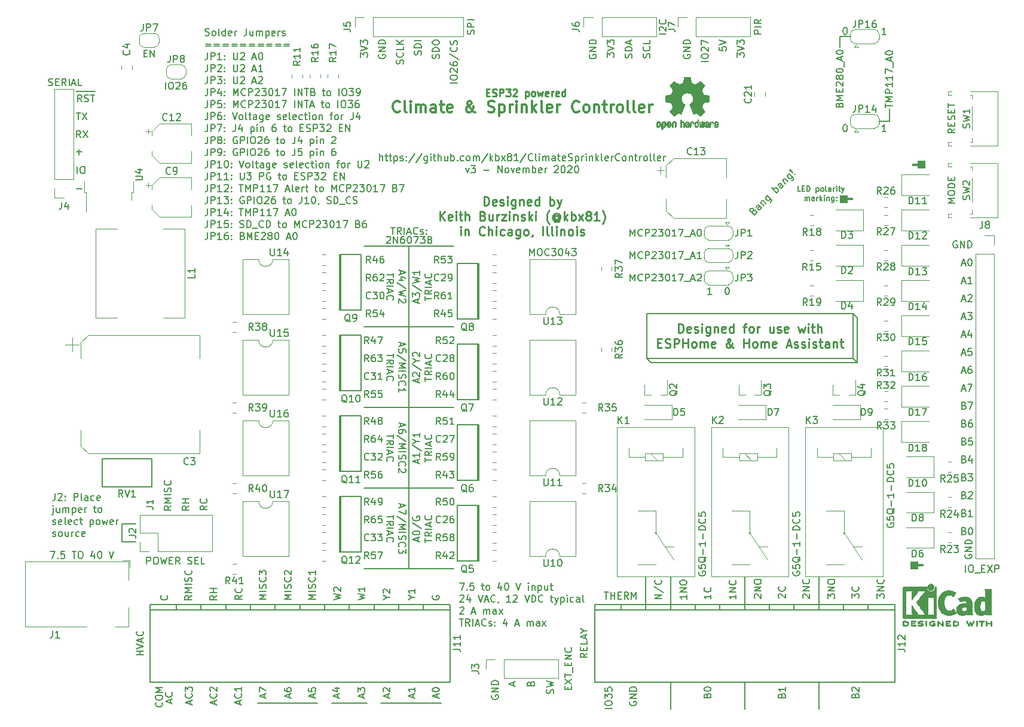
<source format=gbr>
G04 #@! TF.GenerationSoftware,KiCad,Pcbnew,(5.1.9-0-10_14)*
G04 #@! TF.CreationDate,2021-03-25T01:03:47-05:00*
G04 #@! TF.ProjectId,ClimateSprinklerController,436c696d-6174-4655-9370-72696e6b6c65,rev?*
G04 #@! TF.SameCoordinates,Original*
G04 #@! TF.FileFunction,Legend,Top*
G04 #@! TF.FilePolarity,Positive*
%FSLAX46Y46*%
G04 Gerber Fmt 4.6, Leading zero omitted, Abs format (unit mm)*
G04 Created by KiCad (PCBNEW (5.1.9-0-10_14)) date 2021-03-25 01:03:47*
%MOMM*%
%LPD*%
G01*
G04 APERTURE LIST*
%ADD10C,0.175000*%
%ADD11C,0.100000*%
%ADD12C,0.200000*%
%ADD13C,0.250000*%
%ADD14C,0.350000*%
%ADD15C,0.120000*%
%ADD16C,0.150000*%
%ADD17C,0.010000*%
G04 APERTURE END LIST*
D10*
X189385142Y-70936285D02*
X189028000Y-70936285D01*
X189028000Y-70186285D01*
X189635142Y-70543428D02*
X189885142Y-70543428D01*
X189992285Y-70936285D02*
X189635142Y-70936285D01*
X189635142Y-70186285D01*
X189992285Y-70186285D01*
X190313714Y-70936285D02*
X190313714Y-70186285D01*
X190492285Y-70186285D01*
X190599428Y-70222000D01*
X190670857Y-70293428D01*
X190706571Y-70364857D01*
X190742285Y-70507714D01*
X190742285Y-70614857D01*
X190706571Y-70757714D01*
X190670857Y-70829142D01*
X190599428Y-70900571D01*
X190492285Y-70936285D01*
X190313714Y-70936285D01*
X191635142Y-70436285D02*
X191635142Y-71186285D01*
X191635142Y-70472000D02*
X191706571Y-70436285D01*
X191849428Y-70436285D01*
X191920857Y-70472000D01*
X191956571Y-70507714D01*
X191992285Y-70579142D01*
X191992285Y-70793428D01*
X191956571Y-70864857D01*
X191920857Y-70900571D01*
X191849428Y-70936285D01*
X191706571Y-70936285D01*
X191635142Y-70900571D01*
X192420857Y-70936285D02*
X192349428Y-70900571D01*
X192313714Y-70864857D01*
X192278000Y-70793428D01*
X192278000Y-70579142D01*
X192313714Y-70507714D01*
X192349428Y-70472000D01*
X192420857Y-70436285D01*
X192528000Y-70436285D01*
X192599428Y-70472000D01*
X192635142Y-70507714D01*
X192670857Y-70579142D01*
X192670857Y-70793428D01*
X192635142Y-70864857D01*
X192599428Y-70900571D01*
X192528000Y-70936285D01*
X192420857Y-70936285D01*
X193099428Y-70936285D02*
X193028000Y-70900571D01*
X192992285Y-70829142D01*
X192992285Y-70186285D01*
X193706571Y-70936285D02*
X193706571Y-70543428D01*
X193670857Y-70472000D01*
X193599428Y-70436285D01*
X193456571Y-70436285D01*
X193385142Y-70472000D01*
X193706571Y-70900571D02*
X193635142Y-70936285D01*
X193456571Y-70936285D01*
X193385142Y-70900571D01*
X193349428Y-70829142D01*
X193349428Y-70757714D01*
X193385142Y-70686285D01*
X193456571Y-70650571D01*
X193635142Y-70650571D01*
X193706571Y-70614857D01*
X194063714Y-70936285D02*
X194063714Y-70436285D01*
X194063714Y-70579142D02*
X194099428Y-70507714D01*
X194135142Y-70472000D01*
X194206571Y-70436285D01*
X194278000Y-70436285D01*
X194528000Y-70936285D02*
X194528000Y-70436285D01*
X194528000Y-70186285D02*
X194492285Y-70222000D01*
X194528000Y-70257714D01*
X194563714Y-70222000D01*
X194528000Y-70186285D01*
X194528000Y-70257714D01*
X194778000Y-70436285D02*
X195063714Y-70436285D01*
X194885142Y-70186285D02*
X194885142Y-70829142D01*
X194920857Y-70900571D01*
X194992285Y-70936285D01*
X195063714Y-70936285D01*
X195242285Y-70436285D02*
X195420857Y-70936285D01*
X195599428Y-70436285D02*
X195420857Y-70936285D01*
X195349428Y-71114857D01*
X195313714Y-71150571D01*
X195242285Y-71186285D01*
X190045857Y-72236285D02*
X190045857Y-71736285D01*
X190045857Y-71807714D02*
X190081571Y-71772000D01*
X190153000Y-71736285D01*
X190260142Y-71736285D01*
X190331571Y-71772000D01*
X190367285Y-71843428D01*
X190367285Y-72236285D01*
X190367285Y-71843428D02*
X190403000Y-71772000D01*
X190474428Y-71736285D01*
X190581571Y-71736285D01*
X190653000Y-71772000D01*
X190688714Y-71843428D01*
X190688714Y-72236285D01*
X191367285Y-72236285D02*
X191367285Y-71843428D01*
X191331571Y-71772000D01*
X191260142Y-71736285D01*
X191117285Y-71736285D01*
X191045857Y-71772000D01*
X191367285Y-72200571D02*
X191295857Y-72236285D01*
X191117285Y-72236285D01*
X191045857Y-72200571D01*
X191010142Y-72129142D01*
X191010142Y-72057714D01*
X191045857Y-71986285D01*
X191117285Y-71950571D01*
X191295857Y-71950571D01*
X191367285Y-71914857D01*
X191724428Y-72236285D02*
X191724428Y-71736285D01*
X191724428Y-71879142D02*
X191760142Y-71807714D01*
X191795857Y-71772000D01*
X191867285Y-71736285D01*
X191938714Y-71736285D01*
X192188714Y-72236285D02*
X192188714Y-71486285D01*
X192260142Y-71950571D02*
X192474428Y-72236285D01*
X192474428Y-71736285D02*
X192188714Y-72022000D01*
X192795857Y-72236285D02*
X192795857Y-71736285D01*
X192795857Y-71486285D02*
X192760142Y-71522000D01*
X192795857Y-71557714D01*
X192831571Y-71522000D01*
X192795857Y-71486285D01*
X192795857Y-71557714D01*
X193153000Y-71736285D02*
X193153000Y-72236285D01*
X193153000Y-71807714D02*
X193188714Y-71772000D01*
X193260142Y-71736285D01*
X193367285Y-71736285D01*
X193438714Y-71772000D01*
X193474428Y-71843428D01*
X193474428Y-72236285D01*
X194153000Y-71736285D02*
X194153000Y-72343428D01*
X194117285Y-72414857D01*
X194081571Y-72450571D01*
X194010142Y-72486285D01*
X193903000Y-72486285D01*
X193831571Y-72450571D01*
X194153000Y-72200571D02*
X194081571Y-72236285D01*
X193938714Y-72236285D01*
X193867285Y-72200571D01*
X193831571Y-72164857D01*
X193795857Y-72093428D01*
X193795857Y-71879142D01*
X193831571Y-71807714D01*
X193867285Y-71772000D01*
X193938714Y-71736285D01*
X194081571Y-71736285D01*
X194153000Y-71772000D01*
X194510142Y-72164857D02*
X194545857Y-72200571D01*
X194510142Y-72236285D01*
X194474428Y-72200571D01*
X194510142Y-72164857D01*
X194510142Y-72236285D01*
X194510142Y-71772000D02*
X194545857Y-71807714D01*
X194510142Y-71843428D01*
X194474428Y-71807714D01*
X194510142Y-71772000D01*
X194510142Y-71843428D01*
D11*
G36*
X206000000Y-123746000D02*
G01*
X206762000Y-123746000D01*
X206762000Y-124000000D01*
X206000000Y-124000000D01*
X206000000Y-124381000D01*
X204984000Y-124381000D01*
X204984000Y-123365000D01*
X206000000Y-123365000D01*
X206000000Y-123746000D01*
G37*
X206000000Y-123746000D02*
X206762000Y-123746000D01*
X206762000Y-124000000D01*
X206000000Y-124000000D01*
X206000000Y-124381000D01*
X204984000Y-124381000D01*
X204984000Y-123365000D01*
X206000000Y-123365000D01*
X206000000Y-123746000D01*
G36*
X207016000Y-67635000D02*
G01*
X206000000Y-67635000D01*
X206000000Y-67254000D01*
X205238000Y-67254000D01*
X205238000Y-67000000D01*
X206000000Y-67000000D01*
X206000000Y-66619000D01*
X207016000Y-66619000D01*
X207016000Y-67635000D01*
G37*
X207016000Y-67635000D02*
X206000000Y-67635000D01*
X206000000Y-67254000D01*
X205238000Y-67254000D01*
X205238000Y-67000000D01*
X206000000Y-67000000D01*
X206000000Y-66619000D01*
X207016000Y-66619000D01*
X207016000Y-67635000D01*
G36*
X196016000Y-71865000D02*
G01*
X196778000Y-71865000D01*
X196778000Y-72119000D01*
X196016000Y-72119000D01*
X196016000Y-72500000D01*
X195000000Y-72500000D01*
X195000000Y-71484000D01*
X196016000Y-71484000D01*
X196016000Y-71865000D01*
G37*
X196016000Y-71865000D02*
X196778000Y-71865000D01*
X196778000Y-72119000D01*
X196016000Y-72119000D01*
X196016000Y-72500000D01*
X195000000Y-72500000D01*
X195000000Y-71484000D01*
X196016000Y-71484000D01*
X196016000Y-71865000D01*
D12*
X105095476Y-48819761D02*
X105238333Y-48867380D01*
X105476428Y-48867380D01*
X105571666Y-48819761D01*
X105619285Y-48772142D01*
X105666904Y-48676904D01*
X105666904Y-48581666D01*
X105619285Y-48486428D01*
X105571666Y-48438809D01*
X105476428Y-48391190D01*
X105285952Y-48343571D01*
X105190714Y-48295952D01*
X105143095Y-48248333D01*
X105095476Y-48153095D01*
X105095476Y-48057857D01*
X105143095Y-47962619D01*
X105190714Y-47915000D01*
X105285952Y-47867380D01*
X105524047Y-47867380D01*
X105666904Y-47915000D01*
X106238333Y-48867380D02*
X106143095Y-48819761D01*
X106095476Y-48772142D01*
X106047857Y-48676904D01*
X106047857Y-48391190D01*
X106095476Y-48295952D01*
X106143095Y-48248333D01*
X106238333Y-48200714D01*
X106381190Y-48200714D01*
X106476428Y-48248333D01*
X106524047Y-48295952D01*
X106571666Y-48391190D01*
X106571666Y-48676904D01*
X106524047Y-48772142D01*
X106476428Y-48819761D01*
X106381190Y-48867380D01*
X106238333Y-48867380D01*
X107143095Y-48867380D02*
X107047857Y-48819761D01*
X107000238Y-48724523D01*
X107000238Y-47867380D01*
X107952619Y-48867380D02*
X107952619Y-47867380D01*
X107952619Y-48819761D02*
X107857380Y-48867380D01*
X107666904Y-48867380D01*
X107571666Y-48819761D01*
X107524047Y-48772142D01*
X107476428Y-48676904D01*
X107476428Y-48391190D01*
X107524047Y-48295952D01*
X107571666Y-48248333D01*
X107666904Y-48200714D01*
X107857380Y-48200714D01*
X107952619Y-48248333D01*
X108809761Y-48819761D02*
X108714523Y-48867380D01*
X108524047Y-48867380D01*
X108428809Y-48819761D01*
X108381190Y-48724523D01*
X108381190Y-48343571D01*
X108428809Y-48248333D01*
X108524047Y-48200714D01*
X108714523Y-48200714D01*
X108809761Y-48248333D01*
X108857380Y-48343571D01*
X108857380Y-48438809D01*
X108381190Y-48534047D01*
X109285952Y-48867380D02*
X109285952Y-48200714D01*
X109285952Y-48391190D02*
X109333571Y-48295952D01*
X109381190Y-48248333D01*
X109476428Y-48200714D01*
X109571666Y-48200714D01*
X110952619Y-47867380D02*
X110952619Y-48581666D01*
X110905000Y-48724523D01*
X110809761Y-48819761D01*
X110666904Y-48867380D01*
X110571666Y-48867380D01*
X111857380Y-48200714D02*
X111857380Y-48867380D01*
X111428809Y-48200714D02*
X111428809Y-48724523D01*
X111476428Y-48819761D01*
X111571666Y-48867380D01*
X111714523Y-48867380D01*
X111809761Y-48819761D01*
X111857380Y-48772142D01*
X112333571Y-48867380D02*
X112333571Y-48200714D01*
X112333571Y-48295952D02*
X112381190Y-48248333D01*
X112476428Y-48200714D01*
X112619285Y-48200714D01*
X112714523Y-48248333D01*
X112762142Y-48343571D01*
X112762142Y-48867380D01*
X112762142Y-48343571D02*
X112809761Y-48248333D01*
X112905000Y-48200714D01*
X113047857Y-48200714D01*
X113143095Y-48248333D01*
X113190714Y-48343571D01*
X113190714Y-48867380D01*
X113666904Y-48200714D02*
X113666904Y-49200714D01*
X113666904Y-48248333D02*
X113762142Y-48200714D01*
X113952619Y-48200714D01*
X114047857Y-48248333D01*
X114095476Y-48295952D01*
X114143095Y-48391190D01*
X114143095Y-48676904D01*
X114095476Y-48772142D01*
X114047857Y-48819761D01*
X113952619Y-48867380D01*
X113762142Y-48867380D01*
X113666904Y-48819761D01*
X114952619Y-48819761D02*
X114857380Y-48867380D01*
X114666904Y-48867380D01*
X114571666Y-48819761D01*
X114524047Y-48724523D01*
X114524047Y-48343571D01*
X114571666Y-48248333D01*
X114666904Y-48200714D01*
X114857380Y-48200714D01*
X114952619Y-48248333D01*
X115000238Y-48343571D01*
X115000238Y-48438809D01*
X114524047Y-48534047D01*
X115428809Y-48867380D02*
X115428809Y-48200714D01*
X115428809Y-48391190D02*
X115476428Y-48295952D01*
X115524047Y-48248333D01*
X115619285Y-48200714D01*
X115714523Y-48200714D01*
X116000238Y-48819761D02*
X116095476Y-48867380D01*
X116285952Y-48867380D01*
X116381190Y-48819761D01*
X116428809Y-48724523D01*
X116428809Y-48676904D01*
X116381190Y-48581666D01*
X116285952Y-48534047D01*
X116143095Y-48534047D01*
X116047857Y-48486428D01*
X116000238Y-48391190D01*
X116000238Y-48343571D01*
X116047857Y-48248333D01*
X116143095Y-48200714D01*
X116285952Y-48200714D01*
X116381190Y-48248333D01*
X105143095Y-50043571D02*
X105905000Y-50043571D01*
X105905000Y-50329285D02*
X105143095Y-50329285D01*
X106381190Y-50043571D02*
X107143095Y-50043571D01*
X107143095Y-50329285D02*
X106381190Y-50329285D01*
X107619285Y-50043571D02*
X108381190Y-50043571D01*
X108381190Y-50329285D02*
X107619285Y-50329285D01*
X108857380Y-50043571D02*
X109619285Y-50043571D01*
X109619285Y-50329285D02*
X108857380Y-50329285D01*
X110095476Y-50043571D02*
X110857380Y-50043571D01*
X110857380Y-50329285D02*
X110095476Y-50329285D01*
X111333571Y-50043571D02*
X112095476Y-50043571D01*
X112095476Y-50329285D02*
X111333571Y-50329285D01*
X112571666Y-50043571D02*
X113333571Y-50043571D01*
X113333571Y-50329285D02*
X112571666Y-50329285D01*
X113809761Y-50043571D02*
X114571666Y-50043571D01*
X114571666Y-50329285D02*
X113809761Y-50329285D01*
X115047857Y-50043571D02*
X115809761Y-50043571D01*
X115809761Y-50329285D02*
X115047857Y-50329285D01*
X116285952Y-50043571D02*
X117047857Y-50043571D01*
X117047857Y-50329285D02*
X116285952Y-50329285D01*
X105428809Y-51267380D02*
X105428809Y-51981666D01*
X105381190Y-52124523D01*
X105285952Y-52219761D01*
X105143095Y-52267380D01*
X105047857Y-52267380D01*
X105905000Y-52267380D02*
X105905000Y-51267380D01*
X106285952Y-51267380D01*
X106381190Y-51315000D01*
X106428809Y-51362619D01*
X106476428Y-51457857D01*
X106476428Y-51600714D01*
X106428809Y-51695952D01*
X106381190Y-51743571D01*
X106285952Y-51791190D01*
X105905000Y-51791190D01*
X107428809Y-52267380D02*
X106857380Y-52267380D01*
X107143095Y-52267380D02*
X107143095Y-51267380D01*
X107047857Y-51410238D01*
X106952619Y-51505476D01*
X106857380Y-51553095D01*
X107857380Y-52172142D02*
X107905000Y-52219761D01*
X107857380Y-52267380D01*
X107809761Y-52219761D01*
X107857380Y-52172142D01*
X107857380Y-52267380D01*
X107857380Y-51648333D02*
X107905000Y-51695952D01*
X107857380Y-51743571D01*
X107809761Y-51695952D01*
X107857380Y-51648333D01*
X107857380Y-51743571D01*
X109095476Y-51267380D02*
X109095476Y-52076904D01*
X109143095Y-52172142D01*
X109190714Y-52219761D01*
X109285952Y-52267380D01*
X109476428Y-52267380D01*
X109571666Y-52219761D01*
X109619285Y-52172142D01*
X109666904Y-52076904D01*
X109666904Y-51267380D01*
X110095476Y-51362619D02*
X110143095Y-51315000D01*
X110238333Y-51267380D01*
X110476428Y-51267380D01*
X110571666Y-51315000D01*
X110619285Y-51362619D01*
X110666904Y-51457857D01*
X110666904Y-51553095D01*
X110619285Y-51695952D01*
X110047857Y-52267380D01*
X110666904Y-52267380D01*
X111809761Y-51981666D02*
X112285952Y-51981666D01*
X111714523Y-52267380D02*
X112047857Y-51267380D01*
X112381190Y-52267380D01*
X112905000Y-51267380D02*
X113000238Y-51267380D01*
X113095476Y-51315000D01*
X113143095Y-51362619D01*
X113190714Y-51457857D01*
X113238333Y-51648333D01*
X113238333Y-51886428D01*
X113190714Y-52076904D01*
X113143095Y-52172142D01*
X113095476Y-52219761D01*
X113000238Y-52267380D01*
X112905000Y-52267380D01*
X112809761Y-52219761D01*
X112762142Y-52172142D01*
X112714523Y-52076904D01*
X112666904Y-51886428D01*
X112666904Y-51648333D01*
X112714523Y-51457857D01*
X112762142Y-51362619D01*
X112809761Y-51315000D01*
X112905000Y-51267380D01*
X105428809Y-52967380D02*
X105428809Y-53681666D01*
X105381190Y-53824523D01*
X105285952Y-53919761D01*
X105143095Y-53967380D01*
X105047857Y-53967380D01*
X105905000Y-53967380D02*
X105905000Y-52967380D01*
X106285952Y-52967380D01*
X106381190Y-53015000D01*
X106428809Y-53062619D01*
X106476428Y-53157857D01*
X106476428Y-53300714D01*
X106428809Y-53395952D01*
X106381190Y-53443571D01*
X106285952Y-53491190D01*
X105905000Y-53491190D01*
X106857380Y-53062619D02*
X106905000Y-53015000D01*
X107000238Y-52967380D01*
X107238333Y-52967380D01*
X107333571Y-53015000D01*
X107381190Y-53062619D01*
X107428809Y-53157857D01*
X107428809Y-53253095D01*
X107381190Y-53395952D01*
X106809761Y-53967380D01*
X107428809Y-53967380D01*
X107857380Y-53872142D02*
X107905000Y-53919761D01*
X107857380Y-53967380D01*
X107809761Y-53919761D01*
X107857380Y-53872142D01*
X107857380Y-53967380D01*
X107857380Y-53348333D02*
X107905000Y-53395952D01*
X107857380Y-53443571D01*
X107809761Y-53395952D01*
X107857380Y-53348333D01*
X107857380Y-53443571D01*
X109095476Y-52967380D02*
X109095476Y-53776904D01*
X109143095Y-53872142D01*
X109190714Y-53919761D01*
X109285952Y-53967380D01*
X109476428Y-53967380D01*
X109571666Y-53919761D01*
X109619285Y-53872142D01*
X109666904Y-53776904D01*
X109666904Y-52967380D01*
X110095476Y-53062619D02*
X110143095Y-53015000D01*
X110238333Y-52967380D01*
X110476428Y-52967380D01*
X110571666Y-53015000D01*
X110619285Y-53062619D01*
X110666904Y-53157857D01*
X110666904Y-53253095D01*
X110619285Y-53395952D01*
X110047857Y-53967380D01*
X110666904Y-53967380D01*
X111809761Y-53681666D02*
X112285952Y-53681666D01*
X111714523Y-53967380D02*
X112047857Y-52967380D01*
X112381190Y-53967380D01*
X113238333Y-53967380D02*
X112666904Y-53967380D01*
X112952619Y-53967380D02*
X112952619Y-52967380D01*
X112857380Y-53110238D01*
X112762142Y-53205476D01*
X112666904Y-53253095D01*
X105428809Y-54667380D02*
X105428809Y-55381666D01*
X105381190Y-55524523D01*
X105285952Y-55619761D01*
X105143095Y-55667380D01*
X105047857Y-55667380D01*
X105905000Y-55667380D02*
X105905000Y-54667380D01*
X106285952Y-54667380D01*
X106381190Y-54715000D01*
X106428809Y-54762619D01*
X106476428Y-54857857D01*
X106476428Y-55000714D01*
X106428809Y-55095952D01*
X106381190Y-55143571D01*
X106285952Y-55191190D01*
X105905000Y-55191190D01*
X106809761Y-54667380D02*
X107428809Y-54667380D01*
X107095476Y-55048333D01*
X107238333Y-55048333D01*
X107333571Y-55095952D01*
X107381190Y-55143571D01*
X107428809Y-55238809D01*
X107428809Y-55476904D01*
X107381190Y-55572142D01*
X107333571Y-55619761D01*
X107238333Y-55667380D01*
X106952619Y-55667380D01*
X106857380Y-55619761D01*
X106809761Y-55572142D01*
X107857380Y-55572142D02*
X107905000Y-55619761D01*
X107857380Y-55667380D01*
X107809761Y-55619761D01*
X107857380Y-55572142D01*
X107857380Y-55667380D01*
X107857380Y-55048333D02*
X107905000Y-55095952D01*
X107857380Y-55143571D01*
X107809761Y-55095952D01*
X107857380Y-55048333D01*
X107857380Y-55143571D01*
X109095476Y-54667380D02*
X109095476Y-55476904D01*
X109143095Y-55572142D01*
X109190714Y-55619761D01*
X109285952Y-55667380D01*
X109476428Y-55667380D01*
X109571666Y-55619761D01*
X109619285Y-55572142D01*
X109666904Y-55476904D01*
X109666904Y-54667380D01*
X110095476Y-54762619D02*
X110143095Y-54715000D01*
X110238333Y-54667380D01*
X110476428Y-54667380D01*
X110571666Y-54715000D01*
X110619285Y-54762619D01*
X110666904Y-54857857D01*
X110666904Y-54953095D01*
X110619285Y-55095952D01*
X110047857Y-55667380D01*
X110666904Y-55667380D01*
X111809761Y-55381666D02*
X112285952Y-55381666D01*
X111714523Y-55667380D02*
X112047857Y-54667380D01*
X112381190Y-55667380D01*
X112666904Y-54762619D02*
X112714523Y-54715000D01*
X112809761Y-54667380D01*
X113047857Y-54667380D01*
X113143095Y-54715000D01*
X113190714Y-54762619D01*
X113238333Y-54857857D01*
X113238333Y-54953095D01*
X113190714Y-55095952D01*
X112619285Y-55667380D01*
X113238333Y-55667380D01*
X105428809Y-56367380D02*
X105428809Y-57081666D01*
X105381190Y-57224523D01*
X105285952Y-57319761D01*
X105143095Y-57367380D01*
X105047857Y-57367380D01*
X105905000Y-57367380D02*
X105905000Y-56367380D01*
X106285952Y-56367380D01*
X106381190Y-56415000D01*
X106428809Y-56462619D01*
X106476428Y-56557857D01*
X106476428Y-56700714D01*
X106428809Y-56795952D01*
X106381190Y-56843571D01*
X106285952Y-56891190D01*
X105905000Y-56891190D01*
X107333571Y-56700714D02*
X107333571Y-57367380D01*
X107095476Y-56319761D02*
X106857380Y-57034047D01*
X107476428Y-57034047D01*
X107857380Y-57272142D02*
X107905000Y-57319761D01*
X107857380Y-57367380D01*
X107809761Y-57319761D01*
X107857380Y-57272142D01*
X107857380Y-57367380D01*
X107857380Y-56748333D02*
X107905000Y-56795952D01*
X107857380Y-56843571D01*
X107809761Y-56795952D01*
X107857380Y-56748333D01*
X107857380Y-56843571D01*
X109095476Y-57367380D02*
X109095476Y-56367380D01*
X109428809Y-57081666D01*
X109762142Y-56367380D01*
X109762142Y-57367380D01*
X110809761Y-57272142D02*
X110762142Y-57319761D01*
X110619285Y-57367380D01*
X110524047Y-57367380D01*
X110381190Y-57319761D01*
X110285952Y-57224523D01*
X110238333Y-57129285D01*
X110190714Y-56938809D01*
X110190714Y-56795952D01*
X110238333Y-56605476D01*
X110285952Y-56510238D01*
X110381190Y-56415000D01*
X110524047Y-56367380D01*
X110619285Y-56367380D01*
X110762142Y-56415000D01*
X110809761Y-56462619D01*
X111238333Y-57367380D02*
X111238333Y-56367380D01*
X111619285Y-56367380D01*
X111714523Y-56415000D01*
X111762142Y-56462619D01*
X111809761Y-56557857D01*
X111809761Y-56700714D01*
X111762142Y-56795952D01*
X111714523Y-56843571D01*
X111619285Y-56891190D01*
X111238333Y-56891190D01*
X112190714Y-56462619D02*
X112238333Y-56415000D01*
X112333571Y-56367380D01*
X112571666Y-56367380D01*
X112666904Y-56415000D01*
X112714523Y-56462619D01*
X112762142Y-56557857D01*
X112762142Y-56653095D01*
X112714523Y-56795952D01*
X112143095Y-57367380D01*
X112762142Y-57367380D01*
X113095476Y-56367380D02*
X113714523Y-56367380D01*
X113381190Y-56748333D01*
X113524047Y-56748333D01*
X113619285Y-56795952D01*
X113666904Y-56843571D01*
X113714523Y-56938809D01*
X113714523Y-57176904D01*
X113666904Y-57272142D01*
X113619285Y-57319761D01*
X113524047Y-57367380D01*
X113238333Y-57367380D01*
X113143095Y-57319761D01*
X113095476Y-57272142D01*
X114333571Y-56367380D02*
X114428809Y-56367380D01*
X114524047Y-56415000D01*
X114571666Y-56462619D01*
X114619285Y-56557857D01*
X114666904Y-56748333D01*
X114666904Y-56986428D01*
X114619285Y-57176904D01*
X114571666Y-57272142D01*
X114524047Y-57319761D01*
X114428809Y-57367380D01*
X114333571Y-57367380D01*
X114238333Y-57319761D01*
X114190714Y-57272142D01*
X114143095Y-57176904D01*
X114095476Y-56986428D01*
X114095476Y-56748333D01*
X114143095Y-56557857D01*
X114190714Y-56462619D01*
X114238333Y-56415000D01*
X114333571Y-56367380D01*
X115619285Y-57367380D02*
X115047857Y-57367380D01*
X115333571Y-57367380D02*
X115333571Y-56367380D01*
X115238333Y-56510238D01*
X115143095Y-56605476D01*
X115047857Y-56653095D01*
X115952619Y-56367380D02*
X116619285Y-56367380D01*
X116190714Y-57367380D01*
X117762142Y-57367380D02*
X117762142Y-56367380D01*
X118238333Y-57367380D02*
X118238333Y-56367380D01*
X118809761Y-57367380D01*
X118809761Y-56367380D01*
X119143095Y-56367380D02*
X119714523Y-56367380D01*
X119428809Y-57367380D02*
X119428809Y-56367380D01*
X120381190Y-56843571D02*
X120524047Y-56891190D01*
X120571666Y-56938809D01*
X120619285Y-57034047D01*
X120619285Y-57176904D01*
X120571666Y-57272142D01*
X120524047Y-57319761D01*
X120428809Y-57367380D01*
X120047857Y-57367380D01*
X120047857Y-56367380D01*
X120381190Y-56367380D01*
X120476428Y-56415000D01*
X120524047Y-56462619D01*
X120571666Y-56557857D01*
X120571666Y-56653095D01*
X120524047Y-56748333D01*
X120476428Y-56795952D01*
X120381190Y-56843571D01*
X120047857Y-56843571D01*
X121666904Y-56700714D02*
X122047857Y-56700714D01*
X121809761Y-56367380D02*
X121809761Y-57224523D01*
X121857380Y-57319761D01*
X121952619Y-57367380D01*
X122047857Y-57367380D01*
X122524047Y-57367380D02*
X122428809Y-57319761D01*
X122381190Y-57272142D01*
X122333571Y-57176904D01*
X122333571Y-56891190D01*
X122381190Y-56795952D01*
X122428809Y-56748333D01*
X122524047Y-56700714D01*
X122666904Y-56700714D01*
X122762142Y-56748333D01*
X122809761Y-56795952D01*
X122857380Y-56891190D01*
X122857380Y-57176904D01*
X122809761Y-57272142D01*
X122762142Y-57319761D01*
X122666904Y-57367380D01*
X122524047Y-57367380D01*
X124047857Y-57367380D02*
X124047857Y-56367380D01*
X124714523Y-56367380D02*
X124905000Y-56367380D01*
X125000238Y-56415000D01*
X125095476Y-56510238D01*
X125143095Y-56700714D01*
X125143095Y-57034047D01*
X125095476Y-57224523D01*
X125000238Y-57319761D01*
X124905000Y-57367380D01*
X124714523Y-57367380D01*
X124619285Y-57319761D01*
X124524047Y-57224523D01*
X124476428Y-57034047D01*
X124476428Y-56700714D01*
X124524047Y-56510238D01*
X124619285Y-56415000D01*
X124714523Y-56367380D01*
X125476428Y-56367380D02*
X126095476Y-56367380D01*
X125762142Y-56748333D01*
X125905000Y-56748333D01*
X126000238Y-56795952D01*
X126047857Y-56843571D01*
X126095476Y-56938809D01*
X126095476Y-57176904D01*
X126047857Y-57272142D01*
X126000238Y-57319761D01*
X125905000Y-57367380D01*
X125619285Y-57367380D01*
X125524047Y-57319761D01*
X125476428Y-57272142D01*
X126571666Y-57367380D02*
X126762142Y-57367380D01*
X126857380Y-57319761D01*
X126905000Y-57272142D01*
X127000238Y-57129285D01*
X127047857Y-56938809D01*
X127047857Y-56557857D01*
X127000238Y-56462619D01*
X126952619Y-56415000D01*
X126857380Y-56367380D01*
X126666904Y-56367380D01*
X126571666Y-56415000D01*
X126524047Y-56462619D01*
X126476428Y-56557857D01*
X126476428Y-56795952D01*
X126524047Y-56891190D01*
X126571666Y-56938809D01*
X126666904Y-56986428D01*
X126857380Y-56986428D01*
X126952619Y-56938809D01*
X127000238Y-56891190D01*
X127047857Y-56795952D01*
X105428809Y-58067380D02*
X105428809Y-58781666D01*
X105381190Y-58924523D01*
X105285952Y-59019761D01*
X105143095Y-59067380D01*
X105047857Y-59067380D01*
X105905000Y-59067380D02*
X105905000Y-58067380D01*
X106285952Y-58067380D01*
X106381190Y-58115000D01*
X106428809Y-58162619D01*
X106476428Y-58257857D01*
X106476428Y-58400714D01*
X106428809Y-58495952D01*
X106381190Y-58543571D01*
X106285952Y-58591190D01*
X105905000Y-58591190D01*
X107381190Y-58067380D02*
X106905000Y-58067380D01*
X106857380Y-58543571D01*
X106905000Y-58495952D01*
X107000238Y-58448333D01*
X107238333Y-58448333D01*
X107333571Y-58495952D01*
X107381190Y-58543571D01*
X107428809Y-58638809D01*
X107428809Y-58876904D01*
X107381190Y-58972142D01*
X107333571Y-59019761D01*
X107238333Y-59067380D01*
X107000238Y-59067380D01*
X106905000Y-59019761D01*
X106857380Y-58972142D01*
X107857380Y-58972142D02*
X107905000Y-59019761D01*
X107857380Y-59067380D01*
X107809761Y-59019761D01*
X107857380Y-58972142D01*
X107857380Y-59067380D01*
X107857380Y-58448333D02*
X107905000Y-58495952D01*
X107857380Y-58543571D01*
X107809761Y-58495952D01*
X107857380Y-58448333D01*
X107857380Y-58543571D01*
X109095476Y-59067380D02*
X109095476Y-58067380D01*
X109428809Y-58781666D01*
X109762142Y-58067380D01*
X109762142Y-59067380D01*
X110809761Y-58972142D02*
X110762142Y-59019761D01*
X110619285Y-59067380D01*
X110524047Y-59067380D01*
X110381190Y-59019761D01*
X110285952Y-58924523D01*
X110238333Y-58829285D01*
X110190714Y-58638809D01*
X110190714Y-58495952D01*
X110238333Y-58305476D01*
X110285952Y-58210238D01*
X110381190Y-58115000D01*
X110524047Y-58067380D01*
X110619285Y-58067380D01*
X110762142Y-58115000D01*
X110809761Y-58162619D01*
X111238333Y-59067380D02*
X111238333Y-58067380D01*
X111619285Y-58067380D01*
X111714523Y-58115000D01*
X111762142Y-58162619D01*
X111809761Y-58257857D01*
X111809761Y-58400714D01*
X111762142Y-58495952D01*
X111714523Y-58543571D01*
X111619285Y-58591190D01*
X111238333Y-58591190D01*
X112190714Y-58162619D02*
X112238333Y-58115000D01*
X112333571Y-58067380D01*
X112571666Y-58067380D01*
X112666904Y-58115000D01*
X112714523Y-58162619D01*
X112762142Y-58257857D01*
X112762142Y-58353095D01*
X112714523Y-58495952D01*
X112143095Y-59067380D01*
X112762142Y-59067380D01*
X113095476Y-58067380D02*
X113714523Y-58067380D01*
X113381190Y-58448333D01*
X113524047Y-58448333D01*
X113619285Y-58495952D01*
X113666904Y-58543571D01*
X113714523Y-58638809D01*
X113714523Y-58876904D01*
X113666904Y-58972142D01*
X113619285Y-59019761D01*
X113524047Y-59067380D01*
X113238333Y-59067380D01*
X113143095Y-59019761D01*
X113095476Y-58972142D01*
X114333571Y-58067380D02*
X114428809Y-58067380D01*
X114524047Y-58115000D01*
X114571666Y-58162619D01*
X114619285Y-58257857D01*
X114666904Y-58448333D01*
X114666904Y-58686428D01*
X114619285Y-58876904D01*
X114571666Y-58972142D01*
X114524047Y-59019761D01*
X114428809Y-59067380D01*
X114333571Y-59067380D01*
X114238333Y-59019761D01*
X114190714Y-58972142D01*
X114143095Y-58876904D01*
X114095476Y-58686428D01*
X114095476Y-58448333D01*
X114143095Y-58257857D01*
X114190714Y-58162619D01*
X114238333Y-58115000D01*
X114333571Y-58067380D01*
X115619285Y-59067380D02*
X115047857Y-59067380D01*
X115333571Y-59067380D02*
X115333571Y-58067380D01*
X115238333Y-58210238D01*
X115143095Y-58305476D01*
X115047857Y-58353095D01*
X115952619Y-58067380D02*
X116619285Y-58067380D01*
X116190714Y-59067380D01*
X117762142Y-59067380D02*
X117762142Y-58067380D01*
X118238333Y-59067380D02*
X118238333Y-58067380D01*
X118809761Y-59067380D01*
X118809761Y-58067380D01*
X119143095Y-58067380D02*
X119714523Y-58067380D01*
X119428809Y-59067380D02*
X119428809Y-58067380D01*
X120000238Y-58781666D02*
X120476428Y-58781666D01*
X119905000Y-59067380D02*
X120238333Y-58067380D01*
X120571666Y-59067380D01*
X121524047Y-58400714D02*
X121905000Y-58400714D01*
X121666904Y-58067380D02*
X121666904Y-58924523D01*
X121714523Y-59019761D01*
X121809761Y-59067380D01*
X121905000Y-59067380D01*
X122381190Y-59067380D02*
X122285952Y-59019761D01*
X122238333Y-58972142D01*
X122190714Y-58876904D01*
X122190714Y-58591190D01*
X122238333Y-58495952D01*
X122285952Y-58448333D01*
X122381190Y-58400714D01*
X122524047Y-58400714D01*
X122619285Y-58448333D01*
X122666904Y-58495952D01*
X122714523Y-58591190D01*
X122714523Y-58876904D01*
X122666904Y-58972142D01*
X122619285Y-59019761D01*
X122524047Y-59067380D01*
X122381190Y-59067380D01*
X123905000Y-59067380D02*
X123905000Y-58067380D01*
X124571666Y-58067380D02*
X124762142Y-58067380D01*
X124857380Y-58115000D01*
X124952619Y-58210238D01*
X125000238Y-58400714D01*
X125000238Y-58734047D01*
X124952619Y-58924523D01*
X124857380Y-59019761D01*
X124762142Y-59067380D01*
X124571666Y-59067380D01*
X124476428Y-59019761D01*
X124381190Y-58924523D01*
X124333571Y-58734047D01*
X124333571Y-58400714D01*
X124381190Y-58210238D01*
X124476428Y-58115000D01*
X124571666Y-58067380D01*
X125333571Y-58067380D02*
X125952619Y-58067380D01*
X125619285Y-58448333D01*
X125762142Y-58448333D01*
X125857380Y-58495952D01*
X125905000Y-58543571D01*
X125952619Y-58638809D01*
X125952619Y-58876904D01*
X125905000Y-58972142D01*
X125857380Y-59019761D01*
X125762142Y-59067380D01*
X125476428Y-59067380D01*
X125381190Y-59019761D01*
X125333571Y-58972142D01*
X126809761Y-58067380D02*
X126619285Y-58067380D01*
X126524047Y-58115000D01*
X126476428Y-58162619D01*
X126381190Y-58305476D01*
X126333571Y-58495952D01*
X126333571Y-58876904D01*
X126381190Y-58972142D01*
X126428809Y-59019761D01*
X126524047Y-59067380D01*
X126714523Y-59067380D01*
X126809761Y-59019761D01*
X126857380Y-58972142D01*
X126905000Y-58876904D01*
X126905000Y-58638809D01*
X126857380Y-58543571D01*
X126809761Y-58495952D01*
X126714523Y-58448333D01*
X126524047Y-58448333D01*
X126428809Y-58495952D01*
X126381190Y-58543571D01*
X126333571Y-58638809D01*
X105428809Y-59767380D02*
X105428809Y-60481666D01*
X105381190Y-60624523D01*
X105285952Y-60719761D01*
X105143095Y-60767380D01*
X105047857Y-60767380D01*
X105905000Y-60767380D02*
X105905000Y-59767380D01*
X106285952Y-59767380D01*
X106381190Y-59815000D01*
X106428809Y-59862619D01*
X106476428Y-59957857D01*
X106476428Y-60100714D01*
X106428809Y-60195952D01*
X106381190Y-60243571D01*
X106285952Y-60291190D01*
X105905000Y-60291190D01*
X107333571Y-59767380D02*
X107143095Y-59767380D01*
X107047857Y-59815000D01*
X107000238Y-59862619D01*
X106905000Y-60005476D01*
X106857380Y-60195952D01*
X106857380Y-60576904D01*
X106905000Y-60672142D01*
X106952619Y-60719761D01*
X107047857Y-60767380D01*
X107238333Y-60767380D01*
X107333571Y-60719761D01*
X107381190Y-60672142D01*
X107428809Y-60576904D01*
X107428809Y-60338809D01*
X107381190Y-60243571D01*
X107333571Y-60195952D01*
X107238333Y-60148333D01*
X107047857Y-60148333D01*
X106952619Y-60195952D01*
X106905000Y-60243571D01*
X106857380Y-60338809D01*
X107857380Y-60672142D02*
X107905000Y-60719761D01*
X107857380Y-60767380D01*
X107809761Y-60719761D01*
X107857380Y-60672142D01*
X107857380Y-60767380D01*
X107857380Y-60148333D02*
X107905000Y-60195952D01*
X107857380Y-60243571D01*
X107809761Y-60195952D01*
X107857380Y-60148333D01*
X107857380Y-60243571D01*
X108952619Y-59767380D02*
X109285952Y-60767380D01*
X109619285Y-59767380D01*
X110095476Y-60767380D02*
X110000238Y-60719761D01*
X109952619Y-60672142D01*
X109905000Y-60576904D01*
X109905000Y-60291190D01*
X109952619Y-60195952D01*
X110000238Y-60148333D01*
X110095476Y-60100714D01*
X110238333Y-60100714D01*
X110333571Y-60148333D01*
X110381190Y-60195952D01*
X110428809Y-60291190D01*
X110428809Y-60576904D01*
X110381190Y-60672142D01*
X110333571Y-60719761D01*
X110238333Y-60767380D01*
X110095476Y-60767380D01*
X111000238Y-60767380D02*
X110905000Y-60719761D01*
X110857380Y-60624523D01*
X110857380Y-59767380D01*
X111238333Y-60100714D02*
X111619285Y-60100714D01*
X111381190Y-59767380D02*
X111381190Y-60624523D01*
X111428809Y-60719761D01*
X111524047Y-60767380D01*
X111619285Y-60767380D01*
X112381190Y-60767380D02*
X112381190Y-60243571D01*
X112333571Y-60148333D01*
X112238333Y-60100714D01*
X112047857Y-60100714D01*
X111952619Y-60148333D01*
X112381190Y-60719761D02*
X112285952Y-60767380D01*
X112047857Y-60767380D01*
X111952619Y-60719761D01*
X111905000Y-60624523D01*
X111905000Y-60529285D01*
X111952619Y-60434047D01*
X112047857Y-60386428D01*
X112285952Y-60386428D01*
X112381190Y-60338809D01*
X113285952Y-60100714D02*
X113285952Y-60910238D01*
X113238333Y-61005476D01*
X113190714Y-61053095D01*
X113095476Y-61100714D01*
X112952619Y-61100714D01*
X112857380Y-61053095D01*
X113285952Y-60719761D02*
X113190714Y-60767380D01*
X113000238Y-60767380D01*
X112905000Y-60719761D01*
X112857380Y-60672142D01*
X112809761Y-60576904D01*
X112809761Y-60291190D01*
X112857380Y-60195952D01*
X112905000Y-60148333D01*
X113000238Y-60100714D01*
X113190714Y-60100714D01*
X113285952Y-60148333D01*
X114143095Y-60719761D02*
X114047857Y-60767380D01*
X113857380Y-60767380D01*
X113762142Y-60719761D01*
X113714523Y-60624523D01*
X113714523Y-60243571D01*
X113762142Y-60148333D01*
X113857380Y-60100714D01*
X114047857Y-60100714D01*
X114143095Y-60148333D01*
X114190714Y-60243571D01*
X114190714Y-60338809D01*
X113714523Y-60434047D01*
X115333571Y-60719761D02*
X115428809Y-60767380D01*
X115619285Y-60767380D01*
X115714523Y-60719761D01*
X115762142Y-60624523D01*
X115762142Y-60576904D01*
X115714523Y-60481666D01*
X115619285Y-60434047D01*
X115476428Y-60434047D01*
X115381190Y-60386428D01*
X115333571Y-60291190D01*
X115333571Y-60243571D01*
X115381190Y-60148333D01*
X115476428Y-60100714D01*
X115619285Y-60100714D01*
X115714523Y-60148333D01*
X116571666Y-60719761D02*
X116476428Y-60767380D01*
X116285952Y-60767380D01*
X116190714Y-60719761D01*
X116143095Y-60624523D01*
X116143095Y-60243571D01*
X116190714Y-60148333D01*
X116285952Y-60100714D01*
X116476428Y-60100714D01*
X116571666Y-60148333D01*
X116619285Y-60243571D01*
X116619285Y-60338809D01*
X116143095Y-60434047D01*
X117190714Y-60767380D02*
X117095476Y-60719761D01*
X117047857Y-60624523D01*
X117047857Y-59767380D01*
X117952619Y-60719761D02*
X117857380Y-60767380D01*
X117666904Y-60767380D01*
X117571666Y-60719761D01*
X117524047Y-60624523D01*
X117524047Y-60243571D01*
X117571666Y-60148333D01*
X117666904Y-60100714D01*
X117857380Y-60100714D01*
X117952619Y-60148333D01*
X118000238Y-60243571D01*
X118000238Y-60338809D01*
X117524047Y-60434047D01*
X118857380Y-60719761D02*
X118762142Y-60767380D01*
X118571666Y-60767380D01*
X118476428Y-60719761D01*
X118428809Y-60672142D01*
X118381190Y-60576904D01*
X118381190Y-60291190D01*
X118428809Y-60195952D01*
X118476428Y-60148333D01*
X118571666Y-60100714D01*
X118762142Y-60100714D01*
X118857380Y-60148333D01*
X119143095Y-60100714D02*
X119524047Y-60100714D01*
X119285952Y-59767380D02*
X119285952Y-60624523D01*
X119333571Y-60719761D01*
X119428809Y-60767380D01*
X119524047Y-60767380D01*
X119857380Y-60767380D02*
X119857380Y-60100714D01*
X119857380Y-59767380D02*
X119809761Y-59815000D01*
X119857380Y-59862619D01*
X119905000Y-59815000D01*
X119857380Y-59767380D01*
X119857380Y-59862619D01*
X120476428Y-60767380D02*
X120381190Y-60719761D01*
X120333571Y-60672142D01*
X120285952Y-60576904D01*
X120285952Y-60291190D01*
X120333571Y-60195952D01*
X120381190Y-60148333D01*
X120476428Y-60100714D01*
X120619285Y-60100714D01*
X120714523Y-60148333D01*
X120762142Y-60195952D01*
X120809761Y-60291190D01*
X120809761Y-60576904D01*
X120762142Y-60672142D01*
X120714523Y-60719761D01*
X120619285Y-60767380D01*
X120476428Y-60767380D01*
X121238333Y-60100714D02*
X121238333Y-60767380D01*
X121238333Y-60195952D02*
X121285952Y-60148333D01*
X121381190Y-60100714D01*
X121524047Y-60100714D01*
X121619285Y-60148333D01*
X121666904Y-60243571D01*
X121666904Y-60767380D01*
X122762142Y-60100714D02*
X123143095Y-60100714D01*
X122905000Y-60767380D02*
X122905000Y-59910238D01*
X122952619Y-59815000D01*
X123047857Y-59767380D01*
X123143095Y-59767380D01*
X123619285Y-60767380D02*
X123524047Y-60719761D01*
X123476428Y-60672142D01*
X123428809Y-60576904D01*
X123428809Y-60291190D01*
X123476428Y-60195952D01*
X123524047Y-60148333D01*
X123619285Y-60100714D01*
X123762142Y-60100714D01*
X123857380Y-60148333D01*
X123905000Y-60195952D01*
X123952619Y-60291190D01*
X123952619Y-60576904D01*
X123905000Y-60672142D01*
X123857380Y-60719761D01*
X123762142Y-60767380D01*
X123619285Y-60767380D01*
X124381190Y-60767380D02*
X124381190Y-60100714D01*
X124381190Y-60291190D02*
X124428809Y-60195952D01*
X124476428Y-60148333D01*
X124571666Y-60100714D01*
X124666904Y-60100714D01*
X126047857Y-59767380D02*
X126047857Y-60481666D01*
X126000238Y-60624523D01*
X125905000Y-60719761D01*
X125762142Y-60767380D01*
X125666904Y-60767380D01*
X126952619Y-60100714D02*
X126952619Y-60767380D01*
X126714523Y-59719761D02*
X126476428Y-60434047D01*
X127095476Y-60434047D01*
X105428809Y-61467380D02*
X105428809Y-62181666D01*
X105381190Y-62324523D01*
X105285952Y-62419761D01*
X105143095Y-62467380D01*
X105047857Y-62467380D01*
X105905000Y-62467380D02*
X105905000Y-61467380D01*
X106285952Y-61467380D01*
X106381190Y-61515000D01*
X106428809Y-61562619D01*
X106476428Y-61657857D01*
X106476428Y-61800714D01*
X106428809Y-61895952D01*
X106381190Y-61943571D01*
X106285952Y-61991190D01*
X105905000Y-61991190D01*
X106809761Y-61467380D02*
X107476428Y-61467380D01*
X107047857Y-62467380D01*
X107857380Y-62372142D02*
X107905000Y-62419761D01*
X107857380Y-62467380D01*
X107809761Y-62419761D01*
X107857380Y-62372142D01*
X107857380Y-62467380D01*
X107857380Y-61848333D02*
X107905000Y-61895952D01*
X107857380Y-61943571D01*
X107809761Y-61895952D01*
X107857380Y-61848333D01*
X107857380Y-61943571D01*
X109381190Y-61467380D02*
X109381190Y-62181666D01*
X109333571Y-62324523D01*
X109238333Y-62419761D01*
X109095476Y-62467380D01*
X109000238Y-62467380D01*
X110285952Y-61800714D02*
X110285952Y-62467380D01*
X110047857Y-61419761D02*
X109809761Y-62134047D01*
X110428809Y-62134047D01*
X111571666Y-61800714D02*
X111571666Y-62800714D01*
X111571666Y-61848333D02*
X111666904Y-61800714D01*
X111857380Y-61800714D01*
X111952619Y-61848333D01*
X112000238Y-61895952D01*
X112047857Y-61991190D01*
X112047857Y-62276904D01*
X112000238Y-62372142D01*
X111952619Y-62419761D01*
X111857380Y-62467380D01*
X111666904Y-62467380D01*
X111571666Y-62419761D01*
X112476428Y-62467380D02*
X112476428Y-61800714D01*
X112476428Y-61467380D02*
X112428809Y-61515000D01*
X112476428Y-61562619D01*
X112524047Y-61515000D01*
X112476428Y-61467380D01*
X112476428Y-61562619D01*
X112952619Y-61800714D02*
X112952619Y-62467380D01*
X112952619Y-61895952D02*
X113000238Y-61848333D01*
X113095476Y-61800714D01*
X113238333Y-61800714D01*
X113333571Y-61848333D01*
X113381190Y-61943571D01*
X113381190Y-62467380D01*
X115047857Y-61467380D02*
X114857380Y-61467380D01*
X114762142Y-61515000D01*
X114714523Y-61562619D01*
X114619285Y-61705476D01*
X114571666Y-61895952D01*
X114571666Y-62276904D01*
X114619285Y-62372142D01*
X114666904Y-62419761D01*
X114762142Y-62467380D01*
X114952619Y-62467380D01*
X115047857Y-62419761D01*
X115095476Y-62372142D01*
X115143095Y-62276904D01*
X115143095Y-62038809D01*
X115095476Y-61943571D01*
X115047857Y-61895952D01*
X114952619Y-61848333D01*
X114762142Y-61848333D01*
X114666904Y-61895952D01*
X114619285Y-61943571D01*
X114571666Y-62038809D01*
X116190714Y-61800714D02*
X116571666Y-61800714D01*
X116333571Y-61467380D02*
X116333571Y-62324523D01*
X116381190Y-62419761D01*
X116476428Y-62467380D01*
X116571666Y-62467380D01*
X117047857Y-62467380D02*
X116952619Y-62419761D01*
X116905000Y-62372142D01*
X116857380Y-62276904D01*
X116857380Y-61991190D01*
X116905000Y-61895952D01*
X116952619Y-61848333D01*
X117047857Y-61800714D01*
X117190714Y-61800714D01*
X117285952Y-61848333D01*
X117333571Y-61895952D01*
X117381190Y-61991190D01*
X117381190Y-62276904D01*
X117333571Y-62372142D01*
X117285952Y-62419761D01*
X117190714Y-62467380D01*
X117047857Y-62467380D01*
X118571666Y-61943571D02*
X118905000Y-61943571D01*
X119047857Y-62467380D02*
X118571666Y-62467380D01*
X118571666Y-61467380D01*
X119047857Y-61467380D01*
X119428809Y-62419761D02*
X119571666Y-62467380D01*
X119809761Y-62467380D01*
X119905000Y-62419761D01*
X119952619Y-62372142D01*
X120000238Y-62276904D01*
X120000238Y-62181666D01*
X119952619Y-62086428D01*
X119905000Y-62038809D01*
X119809761Y-61991190D01*
X119619285Y-61943571D01*
X119524047Y-61895952D01*
X119476428Y-61848333D01*
X119428809Y-61753095D01*
X119428809Y-61657857D01*
X119476428Y-61562619D01*
X119524047Y-61515000D01*
X119619285Y-61467380D01*
X119857380Y-61467380D01*
X120000238Y-61515000D01*
X120428809Y-62467380D02*
X120428809Y-61467380D01*
X120809761Y-61467380D01*
X120905000Y-61515000D01*
X120952619Y-61562619D01*
X121000238Y-61657857D01*
X121000238Y-61800714D01*
X120952619Y-61895952D01*
X120905000Y-61943571D01*
X120809761Y-61991190D01*
X120428809Y-61991190D01*
X121333571Y-61467380D02*
X121952619Y-61467380D01*
X121619285Y-61848333D01*
X121762142Y-61848333D01*
X121857380Y-61895952D01*
X121905000Y-61943571D01*
X121952619Y-62038809D01*
X121952619Y-62276904D01*
X121905000Y-62372142D01*
X121857380Y-62419761D01*
X121762142Y-62467380D01*
X121476428Y-62467380D01*
X121381190Y-62419761D01*
X121333571Y-62372142D01*
X122333571Y-61562619D02*
X122381190Y-61515000D01*
X122476428Y-61467380D01*
X122714523Y-61467380D01*
X122809761Y-61515000D01*
X122857380Y-61562619D01*
X122905000Y-61657857D01*
X122905000Y-61753095D01*
X122857380Y-61895952D01*
X122285952Y-62467380D01*
X122905000Y-62467380D01*
X124095476Y-61943571D02*
X124428809Y-61943571D01*
X124571666Y-62467380D02*
X124095476Y-62467380D01*
X124095476Y-61467380D01*
X124571666Y-61467380D01*
X125000238Y-62467380D02*
X125000238Y-61467380D01*
X125571666Y-62467380D01*
X125571666Y-61467380D01*
X105428809Y-63167380D02*
X105428809Y-63881666D01*
X105381190Y-64024523D01*
X105285952Y-64119761D01*
X105143095Y-64167380D01*
X105047857Y-64167380D01*
X105905000Y-64167380D02*
X105905000Y-63167380D01*
X106285952Y-63167380D01*
X106381190Y-63215000D01*
X106428809Y-63262619D01*
X106476428Y-63357857D01*
X106476428Y-63500714D01*
X106428809Y-63595952D01*
X106381190Y-63643571D01*
X106285952Y-63691190D01*
X105905000Y-63691190D01*
X107047857Y-63595952D02*
X106952619Y-63548333D01*
X106905000Y-63500714D01*
X106857380Y-63405476D01*
X106857380Y-63357857D01*
X106905000Y-63262619D01*
X106952619Y-63215000D01*
X107047857Y-63167380D01*
X107238333Y-63167380D01*
X107333571Y-63215000D01*
X107381190Y-63262619D01*
X107428809Y-63357857D01*
X107428809Y-63405476D01*
X107381190Y-63500714D01*
X107333571Y-63548333D01*
X107238333Y-63595952D01*
X107047857Y-63595952D01*
X106952619Y-63643571D01*
X106905000Y-63691190D01*
X106857380Y-63786428D01*
X106857380Y-63976904D01*
X106905000Y-64072142D01*
X106952619Y-64119761D01*
X107047857Y-64167380D01*
X107238333Y-64167380D01*
X107333571Y-64119761D01*
X107381190Y-64072142D01*
X107428809Y-63976904D01*
X107428809Y-63786428D01*
X107381190Y-63691190D01*
X107333571Y-63643571D01*
X107238333Y-63595952D01*
X107857380Y-64072142D02*
X107905000Y-64119761D01*
X107857380Y-64167380D01*
X107809761Y-64119761D01*
X107857380Y-64072142D01*
X107857380Y-64167380D01*
X107857380Y-63548333D02*
X107905000Y-63595952D01*
X107857380Y-63643571D01*
X107809761Y-63595952D01*
X107857380Y-63548333D01*
X107857380Y-63643571D01*
X109619285Y-63215000D02*
X109524047Y-63167380D01*
X109381190Y-63167380D01*
X109238333Y-63215000D01*
X109143095Y-63310238D01*
X109095476Y-63405476D01*
X109047857Y-63595952D01*
X109047857Y-63738809D01*
X109095476Y-63929285D01*
X109143095Y-64024523D01*
X109238333Y-64119761D01*
X109381190Y-64167380D01*
X109476428Y-64167380D01*
X109619285Y-64119761D01*
X109666904Y-64072142D01*
X109666904Y-63738809D01*
X109476428Y-63738809D01*
X110095476Y-64167380D02*
X110095476Y-63167380D01*
X110476428Y-63167380D01*
X110571666Y-63215000D01*
X110619285Y-63262619D01*
X110666904Y-63357857D01*
X110666904Y-63500714D01*
X110619285Y-63595952D01*
X110571666Y-63643571D01*
X110476428Y-63691190D01*
X110095476Y-63691190D01*
X111095476Y-64167380D02*
X111095476Y-63167380D01*
X111762142Y-63167380D02*
X111952619Y-63167380D01*
X112047857Y-63215000D01*
X112143095Y-63310238D01*
X112190714Y-63500714D01*
X112190714Y-63834047D01*
X112143095Y-64024523D01*
X112047857Y-64119761D01*
X111952619Y-64167380D01*
X111762142Y-64167380D01*
X111666904Y-64119761D01*
X111571666Y-64024523D01*
X111524047Y-63834047D01*
X111524047Y-63500714D01*
X111571666Y-63310238D01*
X111666904Y-63215000D01*
X111762142Y-63167380D01*
X112571666Y-63262619D02*
X112619285Y-63215000D01*
X112714523Y-63167380D01*
X112952619Y-63167380D01*
X113047857Y-63215000D01*
X113095476Y-63262619D01*
X113143095Y-63357857D01*
X113143095Y-63453095D01*
X113095476Y-63595952D01*
X112524047Y-64167380D01*
X113143095Y-64167380D01*
X114000238Y-63167380D02*
X113809761Y-63167380D01*
X113714523Y-63215000D01*
X113666904Y-63262619D01*
X113571666Y-63405476D01*
X113524047Y-63595952D01*
X113524047Y-63976904D01*
X113571666Y-64072142D01*
X113619285Y-64119761D01*
X113714523Y-64167380D01*
X113905000Y-64167380D01*
X114000238Y-64119761D01*
X114047857Y-64072142D01*
X114095476Y-63976904D01*
X114095476Y-63738809D01*
X114047857Y-63643571D01*
X114000238Y-63595952D01*
X113905000Y-63548333D01*
X113714523Y-63548333D01*
X113619285Y-63595952D01*
X113571666Y-63643571D01*
X113524047Y-63738809D01*
X115143095Y-63500714D02*
X115524047Y-63500714D01*
X115285952Y-63167380D02*
X115285952Y-64024523D01*
X115333571Y-64119761D01*
X115428809Y-64167380D01*
X115524047Y-64167380D01*
X116000238Y-64167380D02*
X115905000Y-64119761D01*
X115857380Y-64072142D01*
X115809761Y-63976904D01*
X115809761Y-63691190D01*
X115857380Y-63595952D01*
X115905000Y-63548333D01*
X116000238Y-63500714D01*
X116143095Y-63500714D01*
X116238333Y-63548333D01*
X116285952Y-63595952D01*
X116333571Y-63691190D01*
X116333571Y-63976904D01*
X116285952Y-64072142D01*
X116238333Y-64119761D01*
X116143095Y-64167380D01*
X116000238Y-64167380D01*
X117809761Y-63167380D02*
X117809761Y-63881666D01*
X117762142Y-64024523D01*
X117666904Y-64119761D01*
X117524047Y-64167380D01*
X117428809Y-64167380D01*
X118714523Y-63500714D02*
X118714523Y-64167380D01*
X118476428Y-63119761D02*
X118238333Y-63834047D01*
X118857380Y-63834047D01*
X120000238Y-63500714D02*
X120000238Y-64500714D01*
X120000238Y-63548333D02*
X120095476Y-63500714D01*
X120285952Y-63500714D01*
X120381190Y-63548333D01*
X120428809Y-63595952D01*
X120476428Y-63691190D01*
X120476428Y-63976904D01*
X120428809Y-64072142D01*
X120381190Y-64119761D01*
X120285952Y-64167380D01*
X120095476Y-64167380D01*
X120000238Y-64119761D01*
X120905000Y-64167380D02*
X120905000Y-63500714D01*
X120905000Y-63167380D02*
X120857380Y-63215000D01*
X120905000Y-63262619D01*
X120952619Y-63215000D01*
X120905000Y-63167380D01*
X120905000Y-63262619D01*
X121381190Y-63500714D02*
X121381190Y-64167380D01*
X121381190Y-63595952D02*
X121428809Y-63548333D01*
X121524047Y-63500714D01*
X121666904Y-63500714D01*
X121762142Y-63548333D01*
X121809761Y-63643571D01*
X121809761Y-64167380D01*
X123000238Y-63262619D02*
X123047857Y-63215000D01*
X123143095Y-63167380D01*
X123381190Y-63167380D01*
X123476428Y-63215000D01*
X123524047Y-63262619D01*
X123571666Y-63357857D01*
X123571666Y-63453095D01*
X123524047Y-63595952D01*
X122952619Y-64167380D01*
X123571666Y-64167380D01*
X105428809Y-64867380D02*
X105428809Y-65581666D01*
X105381190Y-65724523D01*
X105285952Y-65819761D01*
X105143095Y-65867380D01*
X105047857Y-65867380D01*
X105905000Y-65867380D02*
X105905000Y-64867380D01*
X106285952Y-64867380D01*
X106381190Y-64915000D01*
X106428809Y-64962619D01*
X106476428Y-65057857D01*
X106476428Y-65200714D01*
X106428809Y-65295952D01*
X106381190Y-65343571D01*
X106285952Y-65391190D01*
X105905000Y-65391190D01*
X106952619Y-65867380D02*
X107143095Y-65867380D01*
X107238333Y-65819761D01*
X107285952Y-65772142D01*
X107381190Y-65629285D01*
X107428809Y-65438809D01*
X107428809Y-65057857D01*
X107381190Y-64962619D01*
X107333571Y-64915000D01*
X107238333Y-64867380D01*
X107047857Y-64867380D01*
X106952619Y-64915000D01*
X106905000Y-64962619D01*
X106857380Y-65057857D01*
X106857380Y-65295952D01*
X106905000Y-65391190D01*
X106952619Y-65438809D01*
X107047857Y-65486428D01*
X107238333Y-65486428D01*
X107333571Y-65438809D01*
X107381190Y-65391190D01*
X107428809Y-65295952D01*
X107857380Y-65772142D02*
X107905000Y-65819761D01*
X107857380Y-65867380D01*
X107809761Y-65819761D01*
X107857380Y-65772142D01*
X107857380Y-65867380D01*
X107857380Y-65248333D02*
X107905000Y-65295952D01*
X107857380Y-65343571D01*
X107809761Y-65295952D01*
X107857380Y-65248333D01*
X107857380Y-65343571D01*
X109619285Y-64915000D02*
X109524047Y-64867380D01*
X109381190Y-64867380D01*
X109238333Y-64915000D01*
X109143095Y-65010238D01*
X109095476Y-65105476D01*
X109047857Y-65295952D01*
X109047857Y-65438809D01*
X109095476Y-65629285D01*
X109143095Y-65724523D01*
X109238333Y-65819761D01*
X109381190Y-65867380D01*
X109476428Y-65867380D01*
X109619285Y-65819761D01*
X109666904Y-65772142D01*
X109666904Y-65438809D01*
X109476428Y-65438809D01*
X110095476Y-65867380D02*
X110095476Y-64867380D01*
X110476428Y-64867380D01*
X110571666Y-64915000D01*
X110619285Y-64962619D01*
X110666904Y-65057857D01*
X110666904Y-65200714D01*
X110619285Y-65295952D01*
X110571666Y-65343571D01*
X110476428Y-65391190D01*
X110095476Y-65391190D01*
X111095476Y-65867380D02*
X111095476Y-64867380D01*
X111762142Y-64867380D02*
X111952619Y-64867380D01*
X112047857Y-64915000D01*
X112143095Y-65010238D01*
X112190714Y-65200714D01*
X112190714Y-65534047D01*
X112143095Y-65724523D01*
X112047857Y-65819761D01*
X111952619Y-65867380D01*
X111762142Y-65867380D01*
X111666904Y-65819761D01*
X111571666Y-65724523D01*
X111524047Y-65534047D01*
X111524047Y-65200714D01*
X111571666Y-65010238D01*
X111666904Y-64915000D01*
X111762142Y-64867380D01*
X112571666Y-64962619D02*
X112619285Y-64915000D01*
X112714523Y-64867380D01*
X112952619Y-64867380D01*
X113047857Y-64915000D01*
X113095476Y-64962619D01*
X113143095Y-65057857D01*
X113143095Y-65153095D01*
X113095476Y-65295952D01*
X112524047Y-65867380D01*
X113143095Y-65867380D01*
X114000238Y-64867380D02*
X113809761Y-64867380D01*
X113714523Y-64915000D01*
X113666904Y-64962619D01*
X113571666Y-65105476D01*
X113524047Y-65295952D01*
X113524047Y-65676904D01*
X113571666Y-65772142D01*
X113619285Y-65819761D01*
X113714523Y-65867380D01*
X113905000Y-65867380D01*
X114000238Y-65819761D01*
X114047857Y-65772142D01*
X114095476Y-65676904D01*
X114095476Y-65438809D01*
X114047857Y-65343571D01*
X114000238Y-65295952D01*
X113905000Y-65248333D01*
X113714523Y-65248333D01*
X113619285Y-65295952D01*
X113571666Y-65343571D01*
X113524047Y-65438809D01*
X115143095Y-65200714D02*
X115524047Y-65200714D01*
X115285952Y-64867380D02*
X115285952Y-65724523D01*
X115333571Y-65819761D01*
X115428809Y-65867380D01*
X115524047Y-65867380D01*
X116000238Y-65867380D02*
X115905000Y-65819761D01*
X115857380Y-65772142D01*
X115809761Y-65676904D01*
X115809761Y-65391190D01*
X115857380Y-65295952D01*
X115905000Y-65248333D01*
X116000238Y-65200714D01*
X116143095Y-65200714D01*
X116238333Y-65248333D01*
X116285952Y-65295952D01*
X116333571Y-65391190D01*
X116333571Y-65676904D01*
X116285952Y-65772142D01*
X116238333Y-65819761D01*
X116143095Y-65867380D01*
X116000238Y-65867380D01*
X117809761Y-64867380D02*
X117809761Y-65581666D01*
X117762142Y-65724523D01*
X117666904Y-65819761D01*
X117524047Y-65867380D01*
X117428809Y-65867380D01*
X118762142Y-64867380D02*
X118285952Y-64867380D01*
X118238333Y-65343571D01*
X118285952Y-65295952D01*
X118381190Y-65248333D01*
X118619285Y-65248333D01*
X118714523Y-65295952D01*
X118762142Y-65343571D01*
X118809761Y-65438809D01*
X118809761Y-65676904D01*
X118762142Y-65772142D01*
X118714523Y-65819761D01*
X118619285Y-65867380D01*
X118381190Y-65867380D01*
X118285952Y-65819761D01*
X118238333Y-65772142D01*
X120000238Y-65200714D02*
X120000238Y-66200714D01*
X120000238Y-65248333D02*
X120095476Y-65200714D01*
X120285952Y-65200714D01*
X120381190Y-65248333D01*
X120428809Y-65295952D01*
X120476428Y-65391190D01*
X120476428Y-65676904D01*
X120428809Y-65772142D01*
X120381190Y-65819761D01*
X120285952Y-65867380D01*
X120095476Y-65867380D01*
X120000238Y-65819761D01*
X120905000Y-65867380D02*
X120905000Y-65200714D01*
X120905000Y-64867380D02*
X120857380Y-64915000D01*
X120905000Y-64962619D01*
X120952619Y-64915000D01*
X120905000Y-64867380D01*
X120905000Y-64962619D01*
X121381190Y-65200714D02*
X121381190Y-65867380D01*
X121381190Y-65295952D02*
X121428809Y-65248333D01*
X121524047Y-65200714D01*
X121666904Y-65200714D01*
X121762142Y-65248333D01*
X121809761Y-65343571D01*
X121809761Y-65867380D01*
X123476428Y-64867380D02*
X123285952Y-64867380D01*
X123190714Y-64915000D01*
X123143095Y-64962619D01*
X123047857Y-65105476D01*
X123000238Y-65295952D01*
X123000238Y-65676904D01*
X123047857Y-65772142D01*
X123095476Y-65819761D01*
X123190714Y-65867380D01*
X123381190Y-65867380D01*
X123476428Y-65819761D01*
X123524047Y-65772142D01*
X123571666Y-65676904D01*
X123571666Y-65438809D01*
X123524047Y-65343571D01*
X123476428Y-65295952D01*
X123381190Y-65248333D01*
X123190714Y-65248333D01*
X123095476Y-65295952D01*
X123047857Y-65343571D01*
X123000238Y-65438809D01*
X105428809Y-66567380D02*
X105428809Y-67281666D01*
X105381190Y-67424523D01*
X105285952Y-67519761D01*
X105143095Y-67567380D01*
X105047857Y-67567380D01*
X105905000Y-67567380D02*
X105905000Y-66567380D01*
X106285952Y-66567380D01*
X106381190Y-66615000D01*
X106428809Y-66662619D01*
X106476428Y-66757857D01*
X106476428Y-66900714D01*
X106428809Y-66995952D01*
X106381190Y-67043571D01*
X106285952Y-67091190D01*
X105905000Y-67091190D01*
X107428809Y-67567380D02*
X106857380Y-67567380D01*
X107143095Y-67567380D02*
X107143095Y-66567380D01*
X107047857Y-66710238D01*
X106952619Y-66805476D01*
X106857380Y-66853095D01*
X108047857Y-66567380D02*
X108143095Y-66567380D01*
X108238333Y-66615000D01*
X108285952Y-66662619D01*
X108333571Y-66757857D01*
X108381190Y-66948333D01*
X108381190Y-67186428D01*
X108333571Y-67376904D01*
X108285952Y-67472142D01*
X108238333Y-67519761D01*
X108143095Y-67567380D01*
X108047857Y-67567380D01*
X107952619Y-67519761D01*
X107905000Y-67472142D01*
X107857380Y-67376904D01*
X107809761Y-67186428D01*
X107809761Y-66948333D01*
X107857380Y-66757857D01*
X107905000Y-66662619D01*
X107952619Y-66615000D01*
X108047857Y-66567380D01*
X108809761Y-67472142D02*
X108857380Y-67519761D01*
X108809761Y-67567380D01*
X108762142Y-67519761D01*
X108809761Y-67472142D01*
X108809761Y-67567380D01*
X108809761Y-66948333D02*
X108857380Y-66995952D01*
X108809761Y-67043571D01*
X108762142Y-66995952D01*
X108809761Y-66948333D01*
X108809761Y-67043571D01*
X109905000Y-66567380D02*
X110238333Y-67567380D01*
X110571666Y-66567380D01*
X111047857Y-67567380D02*
X110952619Y-67519761D01*
X110905000Y-67472142D01*
X110857380Y-67376904D01*
X110857380Y-67091190D01*
X110905000Y-66995952D01*
X110952619Y-66948333D01*
X111047857Y-66900714D01*
X111190714Y-66900714D01*
X111285952Y-66948333D01*
X111333571Y-66995952D01*
X111381190Y-67091190D01*
X111381190Y-67376904D01*
X111333571Y-67472142D01*
X111285952Y-67519761D01*
X111190714Y-67567380D01*
X111047857Y-67567380D01*
X111952619Y-67567380D02*
X111857380Y-67519761D01*
X111809761Y-67424523D01*
X111809761Y-66567380D01*
X112190714Y-66900714D02*
X112571666Y-66900714D01*
X112333571Y-66567380D02*
X112333571Y-67424523D01*
X112381190Y-67519761D01*
X112476428Y-67567380D01*
X112571666Y-67567380D01*
X113333571Y-67567380D02*
X113333571Y-67043571D01*
X113285952Y-66948333D01*
X113190714Y-66900714D01*
X113000238Y-66900714D01*
X112905000Y-66948333D01*
X113333571Y-67519761D02*
X113238333Y-67567380D01*
X113000238Y-67567380D01*
X112905000Y-67519761D01*
X112857380Y-67424523D01*
X112857380Y-67329285D01*
X112905000Y-67234047D01*
X113000238Y-67186428D01*
X113238333Y-67186428D01*
X113333571Y-67138809D01*
X114238333Y-66900714D02*
X114238333Y-67710238D01*
X114190714Y-67805476D01*
X114143095Y-67853095D01*
X114047857Y-67900714D01*
X113905000Y-67900714D01*
X113809761Y-67853095D01*
X114238333Y-67519761D02*
X114143095Y-67567380D01*
X113952619Y-67567380D01*
X113857380Y-67519761D01*
X113809761Y-67472142D01*
X113762142Y-67376904D01*
X113762142Y-67091190D01*
X113809761Y-66995952D01*
X113857380Y-66948333D01*
X113952619Y-66900714D01*
X114143095Y-66900714D01*
X114238333Y-66948333D01*
X115095476Y-67519761D02*
X115000238Y-67567380D01*
X114809761Y-67567380D01*
X114714523Y-67519761D01*
X114666904Y-67424523D01*
X114666904Y-67043571D01*
X114714523Y-66948333D01*
X114809761Y-66900714D01*
X115000238Y-66900714D01*
X115095476Y-66948333D01*
X115143095Y-67043571D01*
X115143095Y-67138809D01*
X114666904Y-67234047D01*
X116285952Y-67519761D02*
X116381190Y-67567380D01*
X116571666Y-67567380D01*
X116666904Y-67519761D01*
X116714523Y-67424523D01*
X116714523Y-67376904D01*
X116666904Y-67281666D01*
X116571666Y-67234047D01*
X116428809Y-67234047D01*
X116333571Y-67186428D01*
X116285952Y-67091190D01*
X116285952Y-67043571D01*
X116333571Y-66948333D01*
X116428809Y-66900714D01*
X116571666Y-66900714D01*
X116666904Y-66948333D01*
X117524047Y-67519761D02*
X117428809Y-67567380D01*
X117238333Y-67567380D01*
X117143095Y-67519761D01*
X117095476Y-67424523D01*
X117095476Y-67043571D01*
X117143095Y-66948333D01*
X117238333Y-66900714D01*
X117428809Y-66900714D01*
X117524047Y-66948333D01*
X117571666Y-67043571D01*
X117571666Y-67138809D01*
X117095476Y-67234047D01*
X118143095Y-67567380D02*
X118047857Y-67519761D01*
X118000238Y-67424523D01*
X118000238Y-66567380D01*
X118905000Y-67519761D02*
X118809761Y-67567380D01*
X118619285Y-67567380D01*
X118524047Y-67519761D01*
X118476428Y-67424523D01*
X118476428Y-67043571D01*
X118524047Y-66948333D01*
X118619285Y-66900714D01*
X118809761Y-66900714D01*
X118905000Y-66948333D01*
X118952619Y-67043571D01*
X118952619Y-67138809D01*
X118476428Y-67234047D01*
X119809761Y-67519761D02*
X119714523Y-67567380D01*
X119524047Y-67567380D01*
X119428809Y-67519761D01*
X119381190Y-67472142D01*
X119333571Y-67376904D01*
X119333571Y-67091190D01*
X119381190Y-66995952D01*
X119428809Y-66948333D01*
X119524047Y-66900714D01*
X119714523Y-66900714D01*
X119809761Y-66948333D01*
X120095476Y-66900714D02*
X120476428Y-66900714D01*
X120238333Y-66567380D02*
X120238333Y-67424523D01*
X120285952Y-67519761D01*
X120381190Y-67567380D01*
X120476428Y-67567380D01*
X120809761Y-67567380D02*
X120809761Y-66900714D01*
X120809761Y-66567380D02*
X120762142Y-66615000D01*
X120809761Y-66662619D01*
X120857380Y-66615000D01*
X120809761Y-66567380D01*
X120809761Y-66662619D01*
X121428809Y-67567380D02*
X121333571Y-67519761D01*
X121285952Y-67472142D01*
X121238333Y-67376904D01*
X121238333Y-67091190D01*
X121285952Y-66995952D01*
X121333571Y-66948333D01*
X121428809Y-66900714D01*
X121571666Y-66900714D01*
X121666904Y-66948333D01*
X121714523Y-66995952D01*
X121762142Y-67091190D01*
X121762142Y-67376904D01*
X121714523Y-67472142D01*
X121666904Y-67519761D01*
X121571666Y-67567380D01*
X121428809Y-67567380D01*
X122190714Y-66900714D02*
X122190714Y-67567380D01*
X122190714Y-66995952D02*
X122238333Y-66948333D01*
X122333571Y-66900714D01*
X122476428Y-66900714D01*
X122571666Y-66948333D01*
X122619285Y-67043571D01*
X122619285Y-67567380D01*
X123714523Y-66900714D02*
X124095476Y-66900714D01*
X123857380Y-67567380D02*
X123857380Y-66710238D01*
X123905000Y-66615000D01*
X124000238Y-66567380D01*
X124095476Y-66567380D01*
X124571666Y-67567380D02*
X124476428Y-67519761D01*
X124428809Y-67472142D01*
X124381190Y-67376904D01*
X124381190Y-67091190D01*
X124428809Y-66995952D01*
X124476428Y-66948333D01*
X124571666Y-66900714D01*
X124714523Y-66900714D01*
X124809761Y-66948333D01*
X124857380Y-66995952D01*
X124904999Y-67091190D01*
X124904999Y-67376904D01*
X124857380Y-67472142D01*
X124809761Y-67519761D01*
X124714523Y-67567380D01*
X124571666Y-67567380D01*
X125333571Y-67567380D02*
X125333571Y-66900714D01*
X125333571Y-67091190D02*
X125381190Y-66995952D01*
X125428809Y-66948333D01*
X125524047Y-66900714D01*
X125619285Y-66900714D01*
X126714523Y-66567380D02*
X126714523Y-67376904D01*
X126762142Y-67472142D01*
X126809761Y-67519761D01*
X126904999Y-67567380D01*
X127095476Y-67567380D01*
X127190714Y-67519761D01*
X127238333Y-67472142D01*
X127285952Y-67376904D01*
X127285952Y-66567380D01*
X127714523Y-66662619D02*
X127762142Y-66615000D01*
X127857380Y-66567380D01*
X128095476Y-66567380D01*
X128190714Y-66615000D01*
X128238333Y-66662619D01*
X128285952Y-66757857D01*
X128285952Y-66853095D01*
X128238333Y-66995952D01*
X127666904Y-67567380D01*
X128285952Y-67567380D01*
X105428809Y-68267380D02*
X105428809Y-68981666D01*
X105381190Y-69124523D01*
X105285952Y-69219761D01*
X105143095Y-69267380D01*
X105047857Y-69267380D01*
X105905000Y-69267380D02*
X105905000Y-68267380D01*
X106285952Y-68267380D01*
X106381190Y-68315000D01*
X106428809Y-68362619D01*
X106476428Y-68457857D01*
X106476428Y-68600714D01*
X106428809Y-68695952D01*
X106381190Y-68743571D01*
X106285952Y-68791190D01*
X105905000Y-68791190D01*
X107428809Y-69267380D02*
X106857380Y-69267380D01*
X107143095Y-69267380D02*
X107143095Y-68267380D01*
X107047857Y-68410238D01*
X106952619Y-68505476D01*
X106857380Y-68553095D01*
X108381190Y-69267380D02*
X107809761Y-69267380D01*
X108095476Y-69267380D02*
X108095476Y-68267380D01*
X108000238Y-68410238D01*
X107905000Y-68505476D01*
X107809761Y-68553095D01*
X108809761Y-69172142D02*
X108857380Y-69219761D01*
X108809761Y-69267380D01*
X108762142Y-69219761D01*
X108809761Y-69172142D01*
X108809761Y-69267380D01*
X108809761Y-68648333D02*
X108857380Y-68695952D01*
X108809761Y-68743571D01*
X108762142Y-68695952D01*
X108809761Y-68648333D01*
X108809761Y-68743571D01*
X110047857Y-68267380D02*
X110047857Y-69076904D01*
X110095476Y-69172142D01*
X110143095Y-69219761D01*
X110238333Y-69267380D01*
X110428809Y-69267380D01*
X110524047Y-69219761D01*
X110571666Y-69172142D01*
X110619285Y-69076904D01*
X110619285Y-68267380D01*
X111000238Y-68267380D02*
X111619285Y-68267380D01*
X111285952Y-68648333D01*
X111428809Y-68648333D01*
X111524047Y-68695952D01*
X111571666Y-68743571D01*
X111619285Y-68838809D01*
X111619285Y-69076904D01*
X111571666Y-69172142D01*
X111524047Y-69219761D01*
X111428809Y-69267380D01*
X111143095Y-69267380D01*
X111047857Y-69219761D01*
X111000238Y-69172142D01*
X112809761Y-69267380D02*
X112809761Y-68267380D01*
X113190714Y-68267380D01*
X113285952Y-68315000D01*
X113333571Y-68362619D01*
X113381190Y-68457857D01*
X113381190Y-68600714D01*
X113333571Y-68695952D01*
X113285952Y-68743571D01*
X113190714Y-68791190D01*
X112809761Y-68791190D01*
X114333571Y-68315000D02*
X114238333Y-68267380D01*
X114095476Y-68267380D01*
X113952619Y-68315000D01*
X113857380Y-68410238D01*
X113809761Y-68505476D01*
X113762142Y-68695952D01*
X113762142Y-68838809D01*
X113809761Y-69029285D01*
X113857380Y-69124523D01*
X113952619Y-69219761D01*
X114095476Y-69267380D01*
X114190714Y-69267380D01*
X114333571Y-69219761D01*
X114381190Y-69172142D01*
X114381190Y-68838809D01*
X114190714Y-68838809D01*
X115428809Y-68600714D02*
X115809761Y-68600714D01*
X115571666Y-68267380D02*
X115571666Y-69124523D01*
X115619285Y-69219761D01*
X115714523Y-69267380D01*
X115809761Y-69267380D01*
X116285952Y-69267380D02*
X116190714Y-69219761D01*
X116143095Y-69172142D01*
X116095476Y-69076904D01*
X116095476Y-68791190D01*
X116143095Y-68695952D01*
X116190714Y-68648333D01*
X116285952Y-68600714D01*
X116428809Y-68600714D01*
X116524047Y-68648333D01*
X116571666Y-68695952D01*
X116619285Y-68791190D01*
X116619285Y-69076904D01*
X116571666Y-69172142D01*
X116524047Y-69219761D01*
X116428809Y-69267380D01*
X116285952Y-69267380D01*
X117809761Y-68743571D02*
X118143095Y-68743571D01*
X118285952Y-69267380D02*
X117809761Y-69267380D01*
X117809761Y-68267380D01*
X118285952Y-68267380D01*
X118666904Y-69219761D02*
X118809761Y-69267380D01*
X119047857Y-69267380D01*
X119143095Y-69219761D01*
X119190714Y-69172142D01*
X119238333Y-69076904D01*
X119238333Y-68981666D01*
X119190714Y-68886428D01*
X119143095Y-68838809D01*
X119047857Y-68791190D01*
X118857380Y-68743571D01*
X118762142Y-68695952D01*
X118714523Y-68648333D01*
X118666904Y-68553095D01*
X118666904Y-68457857D01*
X118714523Y-68362619D01*
X118762142Y-68315000D01*
X118857380Y-68267380D01*
X119095476Y-68267380D01*
X119238333Y-68315000D01*
X119666904Y-69267380D02*
X119666904Y-68267380D01*
X120047857Y-68267380D01*
X120143095Y-68315000D01*
X120190714Y-68362619D01*
X120238333Y-68457857D01*
X120238333Y-68600714D01*
X120190714Y-68695952D01*
X120143095Y-68743571D01*
X120047857Y-68791190D01*
X119666904Y-68791190D01*
X120571666Y-68267380D02*
X121190714Y-68267380D01*
X120857380Y-68648333D01*
X121000238Y-68648333D01*
X121095476Y-68695952D01*
X121143095Y-68743571D01*
X121190714Y-68838809D01*
X121190714Y-69076904D01*
X121143095Y-69172142D01*
X121095476Y-69219761D01*
X121000238Y-69267380D01*
X120714523Y-69267380D01*
X120619285Y-69219761D01*
X120571666Y-69172142D01*
X121571666Y-68362619D02*
X121619285Y-68315000D01*
X121714523Y-68267380D01*
X121952619Y-68267380D01*
X122047857Y-68315000D01*
X122095476Y-68362619D01*
X122143095Y-68457857D01*
X122143095Y-68553095D01*
X122095476Y-68695952D01*
X121524047Y-69267380D01*
X122143095Y-69267380D01*
X123333571Y-68743571D02*
X123666904Y-68743571D01*
X123809761Y-69267380D02*
X123333571Y-69267380D01*
X123333571Y-68267380D01*
X123809761Y-68267380D01*
X124238333Y-69267380D02*
X124238333Y-68267380D01*
X124809761Y-69267380D01*
X124809761Y-68267380D01*
X105428809Y-69967380D02*
X105428809Y-70681666D01*
X105381190Y-70824523D01*
X105285952Y-70919761D01*
X105143095Y-70967380D01*
X105047857Y-70967380D01*
X105905000Y-70967380D02*
X105905000Y-69967380D01*
X106285952Y-69967380D01*
X106381190Y-70015000D01*
X106428809Y-70062619D01*
X106476428Y-70157857D01*
X106476428Y-70300714D01*
X106428809Y-70395952D01*
X106381190Y-70443571D01*
X106285952Y-70491190D01*
X105905000Y-70491190D01*
X107428809Y-70967380D02*
X106857380Y-70967380D01*
X107143095Y-70967380D02*
X107143095Y-69967380D01*
X107047857Y-70110238D01*
X106952619Y-70205476D01*
X106857380Y-70253095D01*
X107809761Y-70062619D02*
X107857380Y-70015000D01*
X107952619Y-69967380D01*
X108190714Y-69967380D01*
X108285952Y-70015000D01*
X108333571Y-70062619D01*
X108381190Y-70157857D01*
X108381190Y-70253095D01*
X108333571Y-70395952D01*
X107762142Y-70967380D01*
X108381190Y-70967380D01*
X108809761Y-70872142D02*
X108857380Y-70919761D01*
X108809761Y-70967380D01*
X108762142Y-70919761D01*
X108809761Y-70872142D01*
X108809761Y-70967380D01*
X108809761Y-70348333D02*
X108857380Y-70395952D01*
X108809761Y-70443571D01*
X108762142Y-70395952D01*
X108809761Y-70348333D01*
X108809761Y-70443571D01*
X109905000Y-69967380D02*
X110476428Y-69967380D01*
X110190714Y-70967380D02*
X110190714Y-69967380D01*
X110809761Y-70967380D02*
X110809761Y-69967380D01*
X111143095Y-70681666D01*
X111476428Y-69967380D01*
X111476428Y-70967380D01*
X111952619Y-70967380D02*
X111952619Y-69967380D01*
X112333571Y-69967380D01*
X112428809Y-70015000D01*
X112476428Y-70062619D01*
X112524047Y-70157857D01*
X112524047Y-70300714D01*
X112476428Y-70395952D01*
X112428809Y-70443571D01*
X112333571Y-70491190D01*
X111952619Y-70491190D01*
X113476428Y-70967380D02*
X112905000Y-70967380D01*
X113190714Y-70967380D02*
X113190714Y-69967380D01*
X113095476Y-70110238D01*
X113000238Y-70205476D01*
X112905000Y-70253095D01*
X114428809Y-70967380D02*
X113857380Y-70967380D01*
X114143095Y-70967380D02*
X114143095Y-69967380D01*
X114047857Y-70110238D01*
X113952619Y-70205476D01*
X113857380Y-70253095D01*
X114762142Y-69967380D02*
X115428809Y-69967380D01*
X115000238Y-70967380D01*
X116524047Y-70681666D02*
X117000238Y-70681666D01*
X116428809Y-70967380D02*
X116762142Y-69967380D01*
X117095476Y-70967380D01*
X117571666Y-70967380D02*
X117476428Y-70919761D01*
X117428809Y-70824523D01*
X117428809Y-69967380D01*
X118333571Y-70919761D02*
X118238333Y-70967380D01*
X118047857Y-70967380D01*
X117952619Y-70919761D01*
X117905000Y-70824523D01*
X117905000Y-70443571D01*
X117952619Y-70348333D01*
X118047857Y-70300714D01*
X118238333Y-70300714D01*
X118333571Y-70348333D01*
X118381190Y-70443571D01*
X118381190Y-70538809D01*
X117905000Y-70634047D01*
X118809761Y-70967380D02*
X118809761Y-70300714D01*
X118809761Y-70491190D02*
X118857380Y-70395952D01*
X118905000Y-70348333D01*
X119000238Y-70300714D01*
X119095476Y-70300714D01*
X119285952Y-70300714D02*
X119666904Y-70300714D01*
X119428809Y-69967380D02*
X119428809Y-70824523D01*
X119476428Y-70919761D01*
X119571666Y-70967380D01*
X119666904Y-70967380D01*
X120619285Y-70300714D02*
X121000238Y-70300714D01*
X120762142Y-69967380D02*
X120762142Y-70824523D01*
X120809761Y-70919761D01*
X120905000Y-70967380D01*
X121000238Y-70967380D01*
X121476428Y-70967380D02*
X121381190Y-70919761D01*
X121333571Y-70872142D01*
X121285952Y-70776904D01*
X121285952Y-70491190D01*
X121333571Y-70395952D01*
X121381190Y-70348333D01*
X121476428Y-70300714D01*
X121619285Y-70300714D01*
X121714523Y-70348333D01*
X121762142Y-70395952D01*
X121809761Y-70491190D01*
X121809761Y-70776904D01*
X121762142Y-70872142D01*
X121714523Y-70919761D01*
X121619285Y-70967380D01*
X121476428Y-70967380D01*
X123000238Y-70967380D02*
X123000238Y-69967380D01*
X123333571Y-70681666D01*
X123666904Y-69967380D01*
X123666904Y-70967380D01*
X124714523Y-70872142D02*
X124666904Y-70919761D01*
X124524047Y-70967380D01*
X124428809Y-70967380D01*
X124285952Y-70919761D01*
X124190714Y-70824523D01*
X124143095Y-70729285D01*
X124095476Y-70538809D01*
X124095476Y-70395952D01*
X124143095Y-70205476D01*
X124190714Y-70110238D01*
X124285952Y-70015000D01*
X124428809Y-69967380D01*
X124524047Y-69967380D01*
X124666904Y-70015000D01*
X124714523Y-70062619D01*
X125143095Y-70967380D02*
X125143095Y-69967380D01*
X125524047Y-69967380D01*
X125619285Y-70015000D01*
X125666904Y-70062619D01*
X125714523Y-70157857D01*
X125714523Y-70300714D01*
X125666904Y-70395952D01*
X125619285Y-70443571D01*
X125524047Y-70491190D01*
X125143095Y-70491190D01*
X126095476Y-70062619D02*
X126143095Y-70015000D01*
X126238333Y-69967380D01*
X126476428Y-69967380D01*
X126571666Y-70015000D01*
X126619285Y-70062619D01*
X126666904Y-70157857D01*
X126666904Y-70253095D01*
X126619285Y-70395952D01*
X126047857Y-70967380D01*
X126666904Y-70967380D01*
X127000238Y-69967380D02*
X127619285Y-69967380D01*
X127285952Y-70348333D01*
X127428809Y-70348333D01*
X127524047Y-70395952D01*
X127571666Y-70443571D01*
X127619285Y-70538809D01*
X127619285Y-70776904D01*
X127571666Y-70872142D01*
X127524047Y-70919761D01*
X127428809Y-70967380D01*
X127143095Y-70967380D01*
X127047857Y-70919761D01*
X127000238Y-70872142D01*
X128238333Y-69967380D02*
X128333571Y-69967380D01*
X128428809Y-70015000D01*
X128476428Y-70062619D01*
X128524047Y-70157857D01*
X128571666Y-70348333D01*
X128571666Y-70586428D01*
X128524047Y-70776904D01*
X128476428Y-70872142D01*
X128428809Y-70919761D01*
X128333571Y-70967380D01*
X128238333Y-70967380D01*
X128143095Y-70919761D01*
X128095476Y-70872142D01*
X128047857Y-70776904D01*
X128000238Y-70586428D01*
X128000238Y-70348333D01*
X128047857Y-70157857D01*
X128095476Y-70062619D01*
X128143095Y-70015000D01*
X128238333Y-69967380D01*
X129524047Y-70967380D02*
X128952619Y-70967380D01*
X129238333Y-70967380D02*
X129238333Y-69967380D01*
X129143095Y-70110238D01*
X129047857Y-70205476D01*
X128952619Y-70253095D01*
X129857380Y-69967380D02*
X130524047Y-69967380D01*
X130095476Y-70967380D01*
X132000238Y-70443571D02*
X132143095Y-70491190D01*
X132190714Y-70538809D01*
X132238333Y-70634047D01*
X132238333Y-70776904D01*
X132190714Y-70872142D01*
X132143095Y-70919761D01*
X132047857Y-70967380D01*
X131666904Y-70967380D01*
X131666904Y-69967380D01*
X132000238Y-69967380D01*
X132095476Y-70015000D01*
X132143095Y-70062619D01*
X132190714Y-70157857D01*
X132190714Y-70253095D01*
X132143095Y-70348333D01*
X132095476Y-70395952D01*
X132000238Y-70443571D01*
X131666904Y-70443571D01*
X132571666Y-69967380D02*
X133238333Y-69967380D01*
X132809761Y-70967380D01*
X105428809Y-71667380D02*
X105428809Y-72381666D01*
X105381190Y-72524523D01*
X105285952Y-72619761D01*
X105143095Y-72667380D01*
X105047857Y-72667380D01*
X105905000Y-72667380D02*
X105905000Y-71667380D01*
X106285952Y-71667380D01*
X106381190Y-71715000D01*
X106428809Y-71762619D01*
X106476428Y-71857857D01*
X106476428Y-72000714D01*
X106428809Y-72095952D01*
X106381190Y-72143571D01*
X106285952Y-72191190D01*
X105905000Y-72191190D01*
X107428809Y-72667380D02*
X106857380Y-72667380D01*
X107143095Y-72667380D02*
X107143095Y-71667380D01*
X107047857Y-71810238D01*
X106952619Y-71905476D01*
X106857380Y-71953095D01*
X107762142Y-71667380D02*
X108381190Y-71667380D01*
X108047857Y-72048333D01*
X108190714Y-72048333D01*
X108285952Y-72095952D01*
X108333571Y-72143571D01*
X108381190Y-72238809D01*
X108381190Y-72476904D01*
X108333571Y-72572142D01*
X108285952Y-72619761D01*
X108190714Y-72667380D01*
X107905000Y-72667380D01*
X107809761Y-72619761D01*
X107762142Y-72572142D01*
X108809761Y-72572142D02*
X108857380Y-72619761D01*
X108809761Y-72667380D01*
X108762142Y-72619761D01*
X108809761Y-72572142D01*
X108809761Y-72667380D01*
X108809761Y-72048333D02*
X108857380Y-72095952D01*
X108809761Y-72143571D01*
X108762142Y-72095952D01*
X108809761Y-72048333D01*
X108809761Y-72143571D01*
X110571666Y-71715000D02*
X110476428Y-71667380D01*
X110333571Y-71667380D01*
X110190714Y-71715000D01*
X110095476Y-71810238D01*
X110047857Y-71905476D01*
X110000238Y-72095952D01*
X110000238Y-72238809D01*
X110047857Y-72429285D01*
X110095476Y-72524523D01*
X110190714Y-72619761D01*
X110333571Y-72667380D01*
X110428809Y-72667380D01*
X110571666Y-72619761D01*
X110619285Y-72572142D01*
X110619285Y-72238809D01*
X110428809Y-72238809D01*
X111047857Y-72667380D02*
X111047857Y-71667380D01*
X111428809Y-71667380D01*
X111524047Y-71715000D01*
X111571666Y-71762619D01*
X111619285Y-71857857D01*
X111619285Y-72000714D01*
X111571666Y-72095952D01*
X111524047Y-72143571D01*
X111428809Y-72191190D01*
X111047857Y-72191190D01*
X112047857Y-72667380D02*
X112047857Y-71667380D01*
X112714523Y-71667380D02*
X112905000Y-71667380D01*
X113000238Y-71715000D01*
X113095476Y-71810238D01*
X113143095Y-72000714D01*
X113143095Y-72334047D01*
X113095476Y-72524523D01*
X113000238Y-72619761D01*
X112905000Y-72667380D01*
X112714523Y-72667380D01*
X112619285Y-72619761D01*
X112524047Y-72524523D01*
X112476428Y-72334047D01*
X112476428Y-72000714D01*
X112524047Y-71810238D01*
X112619285Y-71715000D01*
X112714523Y-71667380D01*
X113524047Y-71762619D02*
X113571666Y-71715000D01*
X113666904Y-71667380D01*
X113905000Y-71667380D01*
X114000238Y-71715000D01*
X114047857Y-71762619D01*
X114095476Y-71857857D01*
X114095476Y-71953095D01*
X114047857Y-72095952D01*
X113476428Y-72667380D01*
X114095476Y-72667380D01*
X114952619Y-71667380D02*
X114762142Y-71667380D01*
X114666904Y-71715000D01*
X114619285Y-71762619D01*
X114524047Y-71905476D01*
X114476428Y-72095952D01*
X114476428Y-72476904D01*
X114524047Y-72572142D01*
X114571666Y-72619761D01*
X114666904Y-72667380D01*
X114857380Y-72667380D01*
X114952619Y-72619761D01*
X115000238Y-72572142D01*
X115047857Y-72476904D01*
X115047857Y-72238809D01*
X115000238Y-72143571D01*
X114952619Y-72095952D01*
X114857380Y-72048333D01*
X114666904Y-72048333D01*
X114571666Y-72095952D01*
X114524047Y-72143571D01*
X114476428Y-72238809D01*
X116095476Y-72000714D02*
X116476428Y-72000714D01*
X116238333Y-71667380D02*
X116238333Y-72524523D01*
X116285952Y-72619761D01*
X116381190Y-72667380D01*
X116476428Y-72667380D01*
X116952619Y-72667380D02*
X116857380Y-72619761D01*
X116809761Y-72572142D01*
X116762142Y-72476904D01*
X116762142Y-72191190D01*
X116809761Y-72095952D01*
X116857380Y-72048333D01*
X116952619Y-72000714D01*
X117095476Y-72000714D01*
X117190714Y-72048333D01*
X117238333Y-72095952D01*
X117285952Y-72191190D01*
X117285952Y-72476904D01*
X117238333Y-72572142D01*
X117190714Y-72619761D01*
X117095476Y-72667380D01*
X116952619Y-72667380D01*
X118762142Y-71667380D02*
X118762142Y-72381666D01*
X118714523Y-72524523D01*
X118619285Y-72619761D01*
X118476428Y-72667380D01*
X118381190Y-72667380D01*
X119762142Y-72667380D02*
X119190714Y-72667380D01*
X119476428Y-72667380D02*
X119476428Y-71667380D01*
X119381190Y-71810238D01*
X119285952Y-71905476D01*
X119190714Y-71953095D01*
X120381190Y-71667380D02*
X120476428Y-71667380D01*
X120571666Y-71715000D01*
X120619285Y-71762619D01*
X120666904Y-71857857D01*
X120714523Y-72048333D01*
X120714523Y-72286428D01*
X120666904Y-72476904D01*
X120619285Y-72572142D01*
X120571666Y-72619761D01*
X120476428Y-72667380D01*
X120381190Y-72667380D01*
X120285952Y-72619761D01*
X120238333Y-72572142D01*
X120190714Y-72476904D01*
X120143095Y-72286428D01*
X120143095Y-72048333D01*
X120190714Y-71857857D01*
X120238333Y-71762619D01*
X120285952Y-71715000D01*
X120381190Y-71667380D01*
X121190714Y-72619761D02*
X121190714Y-72667380D01*
X121143095Y-72762619D01*
X121095476Y-72810238D01*
X122333571Y-72619761D02*
X122476428Y-72667380D01*
X122714523Y-72667380D01*
X122809761Y-72619761D01*
X122857380Y-72572142D01*
X122905000Y-72476904D01*
X122905000Y-72381666D01*
X122857380Y-72286428D01*
X122809761Y-72238809D01*
X122714523Y-72191190D01*
X122524047Y-72143571D01*
X122428809Y-72095952D01*
X122381190Y-72048333D01*
X122333571Y-71953095D01*
X122333571Y-71857857D01*
X122381190Y-71762619D01*
X122428809Y-71715000D01*
X122524047Y-71667380D01*
X122762142Y-71667380D01*
X122905000Y-71715000D01*
X123333571Y-72667380D02*
X123333571Y-71667380D01*
X123571666Y-71667380D01*
X123714523Y-71715000D01*
X123809761Y-71810238D01*
X123857380Y-71905476D01*
X123905000Y-72095952D01*
X123905000Y-72238809D01*
X123857380Y-72429285D01*
X123809761Y-72524523D01*
X123714523Y-72619761D01*
X123571666Y-72667380D01*
X123333571Y-72667380D01*
X124095476Y-72762619D02*
X124857380Y-72762619D01*
X125666904Y-72572142D02*
X125619285Y-72619761D01*
X125476428Y-72667380D01*
X125381190Y-72667380D01*
X125238333Y-72619761D01*
X125143095Y-72524523D01*
X125095476Y-72429285D01*
X125047857Y-72238809D01*
X125047857Y-72095952D01*
X125095476Y-71905476D01*
X125143095Y-71810238D01*
X125238333Y-71715000D01*
X125381190Y-71667380D01*
X125476428Y-71667380D01*
X125619285Y-71715000D01*
X125666904Y-71762619D01*
X126047857Y-72619761D02*
X126190714Y-72667380D01*
X126428809Y-72667380D01*
X126524047Y-72619761D01*
X126571666Y-72572142D01*
X126619285Y-72476904D01*
X126619285Y-72381666D01*
X126571666Y-72286428D01*
X126524047Y-72238809D01*
X126428809Y-72191190D01*
X126238333Y-72143571D01*
X126143095Y-72095952D01*
X126095476Y-72048333D01*
X126047857Y-71953095D01*
X126047857Y-71857857D01*
X126095476Y-71762619D01*
X126143095Y-71715000D01*
X126238333Y-71667380D01*
X126476428Y-71667380D01*
X126619285Y-71715000D01*
X105428809Y-73367380D02*
X105428809Y-74081666D01*
X105381190Y-74224523D01*
X105285952Y-74319761D01*
X105143095Y-74367380D01*
X105047857Y-74367380D01*
X105905000Y-74367380D02*
X105905000Y-73367380D01*
X106285952Y-73367380D01*
X106381190Y-73415000D01*
X106428809Y-73462619D01*
X106476428Y-73557857D01*
X106476428Y-73700714D01*
X106428809Y-73795952D01*
X106381190Y-73843571D01*
X106285952Y-73891190D01*
X105905000Y-73891190D01*
X107428809Y-74367380D02*
X106857380Y-74367380D01*
X107143095Y-74367380D02*
X107143095Y-73367380D01*
X107047857Y-73510238D01*
X106952619Y-73605476D01*
X106857380Y-73653095D01*
X108285952Y-73700714D02*
X108285952Y-74367380D01*
X108047857Y-73319761D02*
X107809761Y-74034047D01*
X108428809Y-74034047D01*
X108809761Y-74272142D02*
X108857380Y-74319761D01*
X108809761Y-74367380D01*
X108762142Y-74319761D01*
X108809761Y-74272142D01*
X108809761Y-74367380D01*
X108809761Y-73748333D02*
X108857380Y-73795952D01*
X108809761Y-73843571D01*
X108762142Y-73795952D01*
X108809761Y-73748333D01*
X108809761Y-73843571D01*
X109905000Y-73367380D02*
X110476428Y-73367380D01*
X110190714Y-74367380D02*
X110190714Y-73367380D01*
X110809761Y-74367380D02*
X110809761Y-73367380D01*
X111143095Y-74081666D01*
X111476428Y-73367380D01*
X111476428Y-74367380D01*
X111952619Y-74367380D02*
X111952619Y-73367380D01*
X112333571Y-73367380D01*
X112428809Y-73415000D01*
X112476428Y-73462619D01*
X112524047Y-73557857D01*
X112524047Y-73700714D01*
X112476428Y-73795952D01*
X112428809Y-73843571D01*
X112333571Y-73891190D01*
X111952619Y-73891190D01*
X113476428Y-74367380D02*
X112905000Y-74367380D01*
X113190714Y-74367380D02*
X113190714Y-73367380D01*
X113095476Y-73510238D01*
X113000238Y-73605476D01*
X112905000Y-73653095D01*
X114428809Y-74367380D02*
X113857380Y-74367380D01*
X114143095Y-74367380D02*
X114143095Y-73367380D01*
X114047857Y-73510238D01*
X113952619Y-73605476D01*
X113857380Y-73653095D01*
X114762142Y-73367380D02*
X115428809Y-73367380D01*
X115000238Y-74367380D01*
X116524047Y-74081666D02*
X117000238Y-74081666D01*
X116428809Y-74367380D02*
X116762142Y-73367380D01*
X117095476Y-74367380D01*
X117619285Y-73367380D02*
X117714523Y-73367380D01*
X117809761Y-73415000D01*
X117857380Y-73462619D01*
X117905000Y-73557857D01*
X117952619Y-73748333D01*
X117952619Y-73986428D01*
X117905000Y-74176904D01*
X117857380Y-74272142D01*
X117809761Y-74319761D01*
X117714523Y-74367380D01*
X117619285Y-74367380D01*
X117524047Y-74319761D01*
X117476428Y-74272142D01*
X117428809Y-74176904D01*
X117381190Y-73986428D01*
X117381190Y-73748333D01*
X117428809Y-73557857D01*
X117476428Y-73462619D01*
X117524047Y-73415000D01*
X117619285Y-73367380D01*
X105428809Y-75067380D02*
X105428809Y-75781666D01*
X105381190Y-75924523D01*
X105285952Y-76019761D01*
X105143095Y-76067380D01*
X105047857Y-76067380D01*
X105905000Y-76067380D02*
X105905000Y-75067380D01*
X106285952Y-75067380D01*
X106381190Y-75115000D01*
X106428809Y-75162619D01*
X106476428Y-75257857D01*
X106476428Y-75400714D01*
X106428809Y-75495952D01*
X106381190Y-75543571D01*
X106285952Y-75591190D01*
X105905000Y-75591190D01*
X107428809Y-76067380D02*
X106857380Y-76067380D01*
X107143095Y-76067380D02*
X107143095Y-75067380D01*
X107047857Y-75210238D01*
X106952619Y-75305476D01*
X106857380Y-75353095D01*
X108333571Y-75067380D02*
X107857380Y-75067380D01*
X107809761Y-75543571D01*
X107857380Y-75495952D01*
X107952619Y-75448333D01*
X108190714Y-75448333D01*
X108285952Y-75495952D01*
X108333571Y-75543571D01*
X108381190Y-75638809D01*
X108381190Y-75876904D01*
X108333571Y-75972142D01*
X108285952Y-76019761D01*
X108190714Y-76067380D01*
X107952619Y-76067380D01*
X107857380Y-76019761D01*
X107809761Y-75972142D01*
X108809761Y-75972142D02*
X108857380Y-76019761D01*
X108809761Y-76067380D01*
X108762142Y-76019761D01*
X108809761Y-75972142D01*
X108809761Y-76067380D01*
X108809761Y-75448333D02*
X108857380Y-75495952D01*
X108809761Y-75543571D01*
X108762142Y-75495952D01*
X108809761Y-75448333D01*
X108809761Y-75543571D01*
X110000238Y-76019761D02*
X110143095Y-76067380D01*
X110381190Y-76067380D01*
X110476428Y-76019761D01*
X110524047Y-75972142D01*
X110571666Y-75876904D01*
X110571666Y-75781666D01*
X110524047Y-75686428D01*
X110476428Y-75638809D01*
X110381190Y-75591190D01*
X110190714Y-75543571D01*
X110095476Y-75495952D01*
X110047857Y-75448333D01*
X110000238Y-75353095D01*
X110000238Y-75257857D01*
X110047857Y-75162619D01*
X110095476Y-75115000D01*
X110190714Y-75067380D01*
X110428809Y-75067380D01*
X110571666Y-75115000D01*
X111000238Y-76067380D02*
X111000238Y-75067380D01*
X111238333Y-75067380D01*
X111381190Y-75115000D01*
X111476428Y-75210238D01*
X111524047Y-75305476D01*
X111571666Y-75495952D01*
X111571666Y-75638809D01*
X111524047Y-75829285D01*
X111476428Y-75924523D01*
X111381190Y-76019761D01*
X111238333Y-76067380D01*
X111000238Y-76067380D01*
X111762142Y-76162619D02*
X112524047Y-76162619D01*
X113333571Y-75972142D02*
X113285952Y-76019761D01*
X113143095Y-76067380D01*
X113047857Y-76067380D01*
X112905000Y-76019761D01*
X112809761Y-75924523D01*
X112762142Y-75829285D01*
X112714523Y-75638809D01*
X112714523Y-75495952D01*
X112762142Y-75305476D01*
X112809761Y-75210238D01*
X112905000Y-75115000D01*
X113047857Y-75067380D01*
X113143095Y-75067380D01*
X113285952Y-75115000D01*
X113333571Y-75162619D01*
X113762142Y-76067380D02*
X113762142Y-75067380D01*
X114000238Y-75067380D01*
X114143095Y-75115000D01*
X114238333Y-75210238D01*
X114285952Y-75305476D01*
X114333571Y-75495952D01*
X114333571Y-75638809D01*
X114285952Y-75829285D01*
X114238333Y-75924523D01*
X114143095Y-76019761D01*
X114000238Y-76067380D01*
X113762142Y-76067380D01*
X115381190Y-75400714D02*
X115762142Y-75400714D01*
X115524047Y-75067380D02*
X115524047Y-75924523D01*
X115571666Y-76019761D01*
X115666904Y-76067380D01*
X115762142Y-76067380D01*
X116238333Y-76067380D02*
X116143095Y-76019761D01*
X116095476Y-75972142D01*
X116047857Y-75876904D01*
X116047857Y-75591190D01*
X116095476Y-75495952D01*
X116143095Y-75448333D01*
X116238333Y-75400714D01*
X116381190Y-75400714D01*
X116476428Y-75448333D01*
X116524047Y-75495952D01*
X116571666Y-75591190D01*
X116571666Y-75876904D01*
X116524047Y-75972142D01*
X116476428Y-76019761D01*
X116381190Y-76067380D01*
X116238333Y-76067380D01*
X117762142Y-76067380D02*
X117762142Y-75067380D01*
X118095476Y-75781666D01*
X118428809Y-75067380D01*
X118428809Y-76067380D01*
X119476428Y-75972142D02*
X119428809Y-76019761D01*
X119285952Y-76067380D01*
X119190714Y-76067380D01*
X119047857Y-76019761D01*
X118952619Y-75924523D01*
X118905000Y-75829285D01*
X118857380Y-75638809D01*
X118857380Y-75495952D01*
X118905000Y-75305476D01*
X118952619Y-75210238D01*
X119047857Y-75115000D01*
X119190714Y-75067380D01*
X119285952Y-75067380D01*
X119428809Y-75115000D01*
X119476428Y-75162619D01*
X119905000Y-76067380D02*
X119905000Y-75067380D01*
X120285952Y-75067380D01*
X120381190Y-75115000D01*
X120428809Y-75162619D01*
X120476428Y-75257857D01*
X120476428Y-75400714D01*
X120428809Y-75495952D01*
X120381190Y-75543571D01*
X120285952Y-75591190D01*
X119905000Y-75591190D01*
X120857380Y-75162619D02*
X120905000Y-75115000D01*
X121000238Y-75067380D01*
X121238333Y-75067380D01*
X121333571Y-75115000D01*
X121381190Y-75162619D01*
X121428809Y-75257857D01*
X121428809Y-75353095D01*
X121381190Y-75495952D01*
X120809761Y-76067380D01*
X121428809Y-76067380D01*
X121762142Y-75067380D02*
X122381190Y-75067380D01*
X122047857Y-75448333D01*
X122190714Y-75448333D01*
X122285952Y-75495952D01*
X122333571Y-75543571D01*
X122381190Y-75638809D01*
X122381190Y-75876904D01*
X122333571Y-75972142D01*
X122285952Y-76019761D01*
X122190714Y-76067380D01*
X121905000Y-76067380D01*
X121809761Y-76019761D01*
X121762142Y-75972142D01*
X123000238Y-75067380D02*
X123095476Y-75067380D01*
X123190714Y-75115000D01*
X123238333Y-75162619D01*
X123285952Y-75257857D01*
X123333571Y-75448333D01*
X123333571Y-75686428D01*
X123285952Y-75876904D01*
X123238333Y-75972142D01*
X123190714Y-76019761D01*
X123095476Y-76067380D01*
X123000238Y-76067380D01*
X122905000Y-76019761D01*
X122857380Y-75972142D01*
X122809761Y-75876904D01*
X122762142Y-75686428D01*
X122762142Y-75448333D01*
X122809761Y-75257857D01*
X122857380Y-75162619D01*
X122905000Y-75115000D01*
X123000238Y-75067380D01*
X124285952Y-76067380D02*
X123714523Y-76067380D01*
X124000238Y-76067380D02*
X124000238Y-75067380D01*
X123905000Y-75210238D01*
X123809761Y-75305476D01*
X123714523Y-75353095D01*
X124619285Y-75067380D02*
X125285952Y-75067380D01*
X124857380Y-76067380D01*
X126762142Y-75543571D02*
X126905000Y-75591190D01*
X126952619Y-75638809D01*
X127000238Y-75734047D01*
X127000238Y-75876904D01*
X126952619Y-75972142D01*
X126905000Y-76019761D01*
X126809761Y-76067380D01*
X126428809Y-76067380D01*
X126428809Y-75067380D01*
X126762142Y-75067380D01*
X126857380Y-75115000D01*
X126905000Y-75162619D01*
X126952619Y-75257857D01*
X126952619Y-75353095D01*
X126905000Y-75448333D01*
X126857380Y-75495952D01*
X126762142Y-75543571D01*
X126428809Y-75543571D01*
X127857380Y-75067380D02*
X127666904Y-75067380D01*
X127571666Y-75115000D01*
X127524047Y-75162619D01*
X127428809Y-75305476D01*
X127381190Y-75495952D01*
X127381190Y-75876904D01*
X127428809Y-75972142D01*
X127476428Y-76019761D01*
X127571666Y-76067380D01*
X127762142Y-76067380D01*
X127857380Y-76019761D01*
X127905000Y-75972142D01*
X127952619Y-75876904D01*
X127952619Y-75638809D01*
X127905000Y-75543571D01*
X127857380Y-75495952D01*
X127762142Y-75448333D01*
X127571666Y-75448333D01*
X127476428Y-75495952D01*
X127428809Y-75543571D01*
X127381190Y-75638809D01*
X105428809Y-76767380D02*
X105428809Y-77481666D01*
X105381190Y-77624523D01*
X105285952Y-77719761D01*
X105143095Y-77767380D01*
X105047857Y-77767380D01*
X105905000Y-77767380D02*
X105905000Y-76767380D01*
X106285952Y-76767380D01*
X106381190Y-76815000D01*
X106428809Y-76862619D01*
X106476428Y-76957857D01*
X106476428Y-77100714D01*
X106428809Y-77195952D01*
X106381190Y-77243571D01*
X106285952Y-77291190D01*
X105905000Y-77291190D01*
X107428809Y-77767380D02*
X106857380Y-77767380D01*
X107143095Y-77767380D02*
X107143095Y-76767380D01*
X107047857Y-76910238D01*
X106952619Y-77005476D01*
X106857380Y-77053095D01*
X108285952Y-76767380D02*
X108095476Y-76767380D01*
X108000238Y-76815000D01*
X107952619Y-76862619D01*
X107857380Y-77005476D01*
X107809761Y-77195952D01*
X107809761Y-77576904D01*
X107857380Y-77672142D01*
X107905000Y-77719761D01*
X108000238Y-77767380D01*
X108190714Y-77767380D01*
X108285952Y-77719761D01*
X108333571Y-77672142D01*
X108381190Y-77576904D01*
X108381190Y-77338809D01*
X108333571Y-77243571D01*
X108285952Y-77195952D01*
X108190714Y-77148333D01*
X108000238Y-77148333D01*
X107905000Y-77195952D01*
X107857380Y-77243571D01*
X107809761Y-77338809D01*
X108809761Y-77672142D02*
X108857380Y-77719761D01*
X108809761Y-77767380D01*
X108762142Y-77719761D01*
X108809761Y-77672142D01*
X108809761Y-77767380D01*
X108809761Y-77148333D02*
X108857380Y-77195952D01*
X108809761Y-77243571D01*
X108762142Y-77195952D01*
X108809761Y-77148333D01*
X108809761Y-77243571D01*
X110381190Y-77243571D02*
X110524047Y-77291190D01*
X110571666Y-77338809D01*
X110619285Y-77434047D01*
X110619285Y-77576904D01*
X110571666Y-77672142D01*
X110524047Y-77719761D01*
X110428809Y-77767380D01*
X110047857Y-77767380D01*
X110047857Y-76767380D01*
X110381190Y-76767380D01*
X110476428Y-76815000D01*
X110524047Y-76862619D01*
X110571666Y-76957857D01*
X110571666Y-77053095D01*
X110524047Y-77148333D01*
X110476428Y-77195952D01*
X110381190Y-77243571D01*
X110047857Y-77243571D01*
X111047857Y-77767380D02*
X111047857Y-76767380D01*
X111381190Y-77481666D01*
X111714523Y-76767380D01*
X111714523Y-77767380D01*
X112190714Y-77243571D02*
X112524047Y-77243571D01*
X112666904Y-77767380D02*
X112190714Y-77767380D01*
X112190714Y-76767380D01*
X112666904Y-76767380D01*
X113047857Y-76862619D02*
X113095476Y-76815000D01*
X113190714Y-76767380D01*
X113428809Y-76767380D01*
X113524047Y-76815000D01*
X113571666Y-76862619D01*
X113619285Y-76957857D01*
X113619285Y-77053095D01*
X113571666Y-77195952D01*
X113000238Y-77767380D01*
X113619285Y-77767380D01*
X114190714Y-77195952D02*
X114095476Y-77148333D01*
X114047857Y-77100714D01*
X114000238Y-77005476D01*
X114000238Y-76957857D01*
X114047857Y-76862619D01*
X114095476Y-76815000D01*
X114190714Y-76767380D01*
X114381190Y-76767380D01*
X114476428Y-76815000D01*
X114524047Y-76862619D01*
X114571666Y-76957857D01*
X114571666Y-77005476D01*
X114524047Y-77100714D01*
X114476428Y-77148333D01*
X114381190Y-77195952D01*
X114190714Y-77195952D01*
X114095476Y-77243571D01*
X114047857Y-77291190D01*
X114000238Y-77386428D01*
X114000238Y-77576904D01*
X114047857Y-77672142D01*
X114095476Y-77719761D01*
X114190714Y-77767380D01*
X114381190Y-77767380D01*
X114476428Y-77719761D01*
X114524047Y-77672142D01*
X114571666Y-77576904D01*
X114571666Y-77386428D01*
X114524047Y-77291190D01*
X114476428Y-77243571D01*
X114381190Y-77195952D01*
X115190714Y-76767380D02*
X115285952Y-76767380D01*
X115381190Y-76815000D01*
X115428809Y-76862619D01*
X115476428Y-76957857D01*
X115524047Y-77148333D01*
X115524047Y-77386428D01*
X115476428Y-77576904D01*
X115428809Y-77672142D01*
X115381190Y-77719761D01*
X115285952Y-77767380D01*
X115190714Y-77767380D01*
X115095476Y-77719761D01*
X115047857Y-77672142D01*
X115000238Y-77576904D01*
X114952619Y-77386428D01*
X114952619Y-77148333D01*
X115000238Y-76957857D01*
X115047857Y-76862619D01*
X115095476Y-76815000D01*
X115190714Y-76767380D01*
X116666904Y-77481666D02*
X117143095Y-77481666D01*
X116571666Y-77767380D02*
X116905000Y-76767380D01*
X117238333Y-77767380D01*
X117762142Y-76767380D02*
X117857380Y-76767380D01*
X117952619Y-76815000D01*
X118000238Y-76862619D01*
X118047857Y-76957857D01*
X118095476Y-77148333D01*
X118095476Y-77386428D01*
X118047857Y-77576904D01*
X118000238Y-77672142D01*
X117952619Y-77719761D01*
X117857380Y-77767380D01*
X117762142Y-77767380D01*
X117666904Y-77719761D01*
X117619285Y-77672142D01*
X117571666Y-77576904D01*
X117524047Y-77386428D01*
X117524047Y-77148333D01*
X117571666Y-76957857D01*
X117619285Y-76862619D01*
X117666904Y-76815000D01*
X117762142Y-76767380D01*
D13*
X144928571Y-56928571D02*
X145261904Y-56928571D01*
X145404761Y-57452380D02*
X144928571Y-57452380D01*
X144928571Y-56452380D01*
X145404761Y-56452380D01*
X145785714Y-57404761D02*
X145928571Y-57452380D01*
X146166666Y-57452380D01*
X146261904Y-57404761D01*
X146309523Y-57357142D01*
X146357142Y-57261904D01*
X146357142Y-57166666D01*
X146309523Y-57071428D01*
X146261904Y-57023809D01*
X146166666Y-56976190D01*
X145976190Y-56928571D01*
X145880952Y-56880952D01*
X145833333Y-56833333D01*
X145785714Y-56738095D01*
X145785714Y-56642857D01*
X145833333Y-56547619D01*
X145880952Y-56500000D01*
X145976190Y-56452380D01*
X146214285Y-56452380D01*
X146357142Y-56500000D01*
X146785714Y-57452380D02*
X146785714Y-56452380D01*
X147166666Y-56452380D01*
X147261904Y-56500000D01*
X147309523Y-56547619D01*
X147357142Y-56642857D01*
X147357142Y-56785714D01*
X147309523Y-56880952D01*
X147261904Y-56928571D01*
X147166666Y-56976190D01*
X146785714Y-56976190D01*
X147690476Y-56452380D02*
X148309523Y-56452380D01*
X147976190Y-56833333D01*
X148119047Y-56833333D01*
X148214285Y-56880952D01*
X148261904Y-56928571D01*
X148309523Y-57023809D01*
X148309523Y-57261904D01*
X148261904Y-57357142D01*
X148214285Y-57404761D01*
X148119047Y-57452380D01*
X147833333Y-57452380D01*
X147738095Y-57404761D01*
X147690476Y-57357142D01*
X148690476Y-56547619D02*
X148738095Y-56500000D01*
X148833333Y-56452380D01*
X149071428Y-56452380D01*
X149166666Y-56500000D01*
X149214285Y-56547619D01*
X149261904Y-56642857D01*
X149261904Y-56738095D01*
X149214285Y-56880952D01*
X148642857Y-57452380D01*
X149261904Y-57452380D01*
X150452380Y-56785714D02*
X150452380Y-57785714D01*
X150452380Y-56833333D02*
X150547619Y-56785714D01*
X150738095Y-56785714D01*
X150833333Y-56833333D01*
X150880952Y-56880952D01*
X150928571Y-56976190D01*
X150928571Y-57261904D01*
X150880952Y-57357142D01*
X150833333Y-57404761D01*
X150738095Y-57452380D01*
X150547619Y-57452380D01*
X150452380Y-57404761D01*
X151500000Y-57452380D02*
X151404761Y-57404761D01*
X151357142Y-57357142D01*
X151309523Y-57261904D01*
X151309523Y-56976190D01*
X151357142Y-56880952D01*
X151404761Y-56833333D01*
X151500000Y-56785714D01*
X151642857Y-56785714D01*
X151738095Y-56833333D01*
X151785714Y-56880952D01*
X151833333Y-56976190D01*
X151833333Y-57261904D01*
X151785714Y-57357142D01*
X151738095Y-57404761D01*
X151642857Y-57452380D01*
X151500000Y-57452380D01*
X152166666Y-56785714D02*
X152357142Y-57452380D01*
X152547619Y-56976190D01*
X152738095Y-57452380D01*
X152928571Y-56785714D01*
X153690476Y-57404761D02*
X153595238Y-57452380D01*
X153404761Y-57452380D01*
X153309523Y-57404761D01*
X153261904Y-57309523D01*
X153261904Y-56928571D01*
X153309523Y-56833333D01*
X153404761Y-56785714D01*
X153595238Y-56785714D01*
X153690476Y-56833333D01*
X153738095Y-56928571D01*
X153738095Y-57023809D01*
X153261904Y-57119047D01*
X154166666Y-57452380D02*
X154166666Y-56785714D01*
X154166666Y-56976190D02*
X154214285Y-56880952D01*
X154261904Y-56833333D01*
X154357142Y-56785714D01*
X154452380Y-56785714D01*
X155166666Y-57404761D02*
X155071428Y-57452380D01*
X154880952Y-57452380D01*
X154785714Y-57404761D01*
X154738095Y-57309523D01*
X154738095Y-56928571D01*
X154785714Y-56833333D01*
X154880952Y-56785714D01*
X155071428Y-56785714D01*
X155166666Y-56833333D01*
X155214285Y-56928571D01*
X155214285Y-57023809D01*
X154738095Y-57119047D01*
X156071428Y-57452380D02*
X156071428Y-56452380D01*
X156071428Y-57404761D02*
X155976190Y-57452380D01*
X155785714Y-57452380D01*
X155690476Y-57404761D01*
X155642857Y-57357142D01*
X155595238Y-57261904D01*
X155595238Y-56976190D01*
X155642857Y-56880952D01*
X155690476Y-56833333D01*
X155785714Y-56785714D01*
X155976190Y-56785714D01*
X156071428Y-56833333D01*
D12*
X182743095Y-73695888D02*
X182877782Y-73628545D01*
X182945126Y-73628545D01*
X183046141Y-73662217D01*
X183147156Y-73763232D01*
X183180828Y-73864247D01*
X183180828Y-73931591D01*
X183147156Y-74032606D01*
X182877782Y-74301980D01*
X182170675Y-73594873D01*
X182406378Y-73359171D01*
X182507393Y-73325499D01*
X182574736Y-73325499D01*
X182675752Y-73359171D01*
X182743095Y-73426514D01*
X182776767Y-73527530D01*
X182776767Y-73594873D01*
X182743095Y-73695888D01*
X182507393Y-73931591D01*
X183887935Y-73291827D02*
X183517546Y-72921438D01*
X183416530Y-72887766D01*
X183315515Y-72921438D01*
X183180828Y-73056125D01*
X183147156Y-73157140D01*
X183854263Y-73258156D02*
X183820591Y-73359171D01*
X183652233Y-73527530D01*
X183551217Y-73561201D01*
X183450202Y-73527530D01*
X183382859Y-73460186D01*
X183349187Y-73359171D01*
X183382859Y-73258156D01*
X183551217Y-73089797D01*
X183584889Y-72988782D01*
X183753248Y-72483705D02*
X184224652Y-72955110D01*
X183820591Y-72551049D02*
X183820591Y-72483705D01*
X183854263Y-72382690D01*
X183955278Y-72281675D01*
X184056294Y-72248003D01*
X184157309Y-72281675D01*
X184527698Y-72652064D01*
X184696057Y-71540896D02*
X185268477Y-72113316D01*
X185302148Y-72214331D01*
X185302148Y-72281675D01*
X185268477Y-72382690D01*
X185167461Y-72483705D01*
X185066446Y-72517377D01*
X185133790Y-71978629D02*
X185100118Y-72079644D01*
X184965431Y-72214331D01*
X184864416Y-72248003D01*
X184797072Y-72248003D01*
X184696057Y-72214331D01*
X184494026Y-72012301D01*
X184460355Y-71911286D01*
X184460355Y-71843942D01*
X184494026Y-71742927D01*
X184628713Y-71608240D01*
X184729729Y-71574568D01*
X186042927Y-71136835D02*
X185335820Y-70429729D01*
X185605194Y-70699103D02*
X185638866Y-70598087D01*
X185773553Y-70463400D01*
X185874568Y-70429729D01*
X185941912Y-70429729D01*
X186042927Y-70463400D01*
X186244957Y-70665431D01*
X186278629Y-70766446D01*
X186278629Y-70833790D01*
X186244957Y-70934805D01*
X186110270Y-71069492D01*
X186009255Y-71103164D01*
X186985736Y-70194026D02*
X186615347Y-69823637D01*
X186514331Y-69789965D01*
X186413316Y-69823637D01*
X186278629Y-69958324D01*
X186244957Y-70059339D01*
X186952064Y-70160355D02*
X186918392Y-70261370D01*
X186750034Y-70429729D01*
X186649018Y-70463400D01*
X186548003Y-70429729D01*
X186480660Y-70362385D01*
X186446988Y-70261370D01*
X186480660Y-70160355D01*
X186649018Y-69991996D01*
X186682690Y-69890981D01*
X186851049Y-69385904D02*
X187322453Y-69857309D01*
X186918392Y-69453248D02*
X186918392Y-69385904D01*
X186952064Y-69284889D01*
X187053079Y-69183874D01*
X187154095Y-69150202D01*
X187255110Y-69183874D01*
X187625499Y-69554263D01*
X187793858Y-68443095D02*
X188366278Y-69015515D01*
X188399950Y-69116530D01*
X188399950Y-69183874D01*
X188366278Y-69284889D01*
X188265263Y-69385904D01*
X188164247Y-69419576D01*
X188231591Y-68880828D02*
X188197919Y-68981843D01*
X188063232Y-69116530D01*
X187962217Y-69150202D01*
X187894873Y-69150202D01*
X187793858Y-69116530D01*
X187591827Y-68914500D01*
X187558156Y-68813485D01*
X187558156Y-68746141D01*
X187591827Y-68645126D01*
X187726514Y-68510439D01*
X187827530Y-68476767D01*
X188534637Y-68510439D02*
X188601980Y-68510439D01*
X188601980Y-68577782D01*
X188534637Y-68577782D01*
X188534637Y-68510439D01*
X188601980Y-68577782D01*
X188332606Y-68308408D02*
X187894873Y-67938019D01*
X187894873Y-67870675D01*
X187962217Y-67870675D01*
X188332606Y-68308408D01*
X187894873Y-67870675D01*
X167640000Y-94615000D02*
X168275000Y-95250000D01*
X196850000Y-94615000D02*
X197485000Y-95250000D01*
X197485000Y-88900000D02*
X196850000Y-88265000D01*
X197485000Y-95250000D02*
X197485000Y-88900000D01*
X168275000Y-95250000D02*
X197485000Y-95250000D01*
X167640000Y-88265000D02*
X167640000Y-94615000D01*
X196850000Y-88265000D02*
X167640000Y-88265000D01*
X196850000Y-94615000D02*
X196850000Y-88265000D01*
X167640000Y-94615000D02*
X196850000Y-94615000D01*
X167500000Y-125500000D02*
X167500000Y-129500000D01*
X192000000Y-125500000D02*
X192000000Y-129500000D01*
X181500000Y-125500000D02*
X181500000Y-129500000D01*
X171000000Y-125500000D02*
X171000000Y-129500000D01*
X192000000Y-140500000D02*
X192000000Y-144300000D01*
X181500000Y-140500000D02*
X181500000Y-144300000D01*
X171000000Y-140500000D02*
X171000000Y-144300000D01*
X121000000Y-143500000D02*
X112500000Y-143500000D01*
X128000000Y-143500000D02*
X123000000Y-143500000D01*
X138500000Y-143500000D02*
X130000000Y-143500000D01*
X132763333Y-115245000D02*
X132763333Y-115721190D01*
X132477619Y-115149761D02*
X133477619Y-115483095D01*
X132477619Y-115816428D01*
X133477619Y-116054523D02*
X133477619Y-116721190D01*
X132477619Y-116292619D01*
X133525238Y-117816428D02*
X132239523Y-116959285D01*
X132477619Y-118149761D02*
X133477619Y-118149761D01*
X132763333Y-118483095D01*
X133477619Y-118816428D01*
X132477619Y-118816428D01*
X132477619Y-119292619D02*
X133477619Y-119292619D01*
X132525238Y-119721190D02*
X132477619Y-119864047D01*
X132477619Y-120102142D01*
X132525238Y-120197380D01*
X132572857Y-120245000D01*
X132668095Y-120292619D01*
X132763333Y-120292619D01*
X132858571Y-120245000D01*
X132906190Y-120197380D01*
X132953809Y-120102142D01*
X133001428Y-119911666D01*
X133049047Y-119816428D01*
X133096666Y-119768809D01*
X133191904Y-119721190D01*
X133287142Y-119721190D01*
X133382380Y-119768809D01*
X133430000Y-119816428D01*
X133477619Y-119911666D01*
X133477619Y-120149761D01*
X133430000Y-120292619D01*
X132572857Y-121292619D02*
X132525238Y-121245000D01*
X132477619Y-121102142D01*
X132477619Y-121006904D01*
X132525238Y-120864047D01*
X132620476Y-120768809D01*
X132715714Y-120721190D01*
X132906190Y-120673571D01*
X133049047Y-120673571D01*
X133239523Y-120721190D01*
X133334761Y-120768809D01*
X133430000Y-120864047D01*
X133477619Y-121006904D01*
X133477619Y-121102142D01*
X133430000Y-121245000D01*
X133382380Y-121292619D01*
X133477619Y-121625952D02*
X133477619Y-122245000D01*
X133096666Y-121911666D01*
X133096666Y-122054523D01*
X133049047Y-122149761D01*
X133001428Y-122197380D01*
X132906190Y-122245000D01*
X132668095Y-122245000D01*
X132572857Y-122197380D01*
X132525238Y-122149761D01*
X132477619Y-122054523D01*
X132477619Y-121768809D01*
X132525238Y-121673571D01*
X132572857Y-121625952D01*
X131777619Y-116792619D02*
X131777619Y-117364047D01*
X130777619Y-117078333D02*
X131777619Y-117078333D01*
X130777619Y-118268809D02*
X131253809Y-117935476D01*
X130777619Y-117697380D02*
X131777619Y-117697380D01*
X131777619Y-118078333D01*
X131730000Y-118173571D01*
X131682380Y-118221190D01*
X131587142Y-118268809D01*
X131444285Y-118268809D01*
X131349047Y-118221190D01*
X131301428Y-118173571D01*
X131253809Y-118078333D01*
X131253809Y-117697380D01*
X130777619Y-118697380D02*
X131777619Y-118697380D01*
X131063333Y-119125952D02*
X131063333Y-119602142D01*
X130777619Y-119030714D02*
X131777619Y-119364047D01*
X130777619Y-119697380D01*
X130872857Y-120602142D02*
X130825238Y-120554523D01*
X130777619Y-120411666D01*
X130777619Y-120316428D01*
X130825238Y-120173571D01*
X130920476Y-120078333D01*
X131015714Y-120030714D01*
X131206190Y-119983095D01*
X131349047Y-119983095D01*
X131539523Y-120030714D01*
X131634761Y-120078333D01*
X131730000Y-120173571D01*
X131777619Y-120316428D01*
X131777619Y-120411666D01*
X131730000Y-120554523D01*
X131682380Y-120602142D01*
X132763333Y-103815000D02*
X132763333Y-104291190D01*
X132477619Y-103719761D02*
X133477619Y-104053095D01*
X132477619Y-104386428D01*
X133477619Y-105148333D02*
X133477619Y-104957857D01*
X133430000Y-104862619D01*
X133382380Y-104815000D01*
X133239523Y-104719761D01*
X133049047Y-104672142D01*
X132668095Y-104672142D01*
X132572857Y-104719761D01*
X132525238Y-104767380D01*
X132477619Y-104862619D01*
X132477619Y-105053095D01*
X132525238Y-105148333D01*
X132572857Y-105195952D01*
X132668095Y-105243571D01*
X132906190Y-105243571D01*
X133001428Y-105195952D01*
X133049047Y-105148333D01*
X133096666Y-105053095D01*
X133096666Y-104862619D01*
X133049047Y-104767380D01*
X133001428Y-104719761D01*
X132906190Y-104672142D01*
X133525238Y-106386428D02*
X132239523Y-105529285D01*
X132477619Y-106719761D02*
X133477619Y-106719761D01*
X132763333Y-107053095D01*
X133477619Y-107386428D01*
X132477619Y-107386428D01*
X132477619Y-107862619D02*
X133477619Y-107862619D01*
X132525238Y-108291190D02*
X132477619Y-108434047D01*
X132477619Y-108672142D01*
X132525238Y-108767380D01*
X132572857Y-108815000D01*
X132668095Y-108862619D01*
X132763333Y-108862619D01*
X132858571Y-108815000D01*
X132906190Y-108767380D01*
X132953809Y-108672142D01*
X133001428Y-108481666D01*
X133049047Y-108386428D01*
X133096666Y-108338809D01*
X133191904Y-108291190D01*
X133287142Y-108291190D01*
X133382380Y-108338809D01*
X133430000Y-108386428D01*
X133477619Y-108481666D01*
X133477619Y-108719761D01*
X133430000Y-108862619D01*
X132572857Y-109862619D02*
X132525238Y-109815000D01*
X132477619Y-109672142D01*
X132477619Y-109576904D01*
X132525238Y-109434047D01*
X132620476Y-109338809D01*
X132715714Y-109291190D01*
X132906190Y-109243571D01*
X133049047Y-109243571D01*
X133239523Y-109291190D01*
X133334761Y-109338809D01*
X133430000Y-109434047D01*
X133477619Y-109576904D01*
X133477619Y-109672142D01*
X133430000Y-109815000D01*
X133382380Y-109862619D01*
X133382380Y-110243571D02*
X133430000Y-110291190D01*
X133477619Y-110386428D01*
X133477619Y-110624523D01*
X133430000Y-110719761D01*
X133382380Y-110767380D01*
X133287142Y-110815000D01*
X133191904Y-110815000D01*
X133049047Y-110767380D01*
X132477619Y-110195952D01*
X132477619Y-110815000D01*
X131777619Y-105362619D02*
X131777619Y-105934047D01*
X130777619Y-105648333D02*
X131777619Y-105648333D01*
X130777619Y-106838809D02*
X131253809Y-106505476D01*
X130777619Y-106267380D02*
X131777619Y-106267380D01*
X131777619Y-106648333D01*
X131730000Y-106743571D01*
X131682380Y-106791190D01*
X131587142Y-106838809D01*
X131444285Y-106838809D01*
X131349047Y-106791190D01*
X131301428Y-106743571D01*
X131253809Y-106648333D01*
X131253809Y-106267380D01*
X130777619Y-107267380D02*
X131777619Y-107267380D01*
X131063333Y-107695952D02*
X131063333Y-108172142D01*
X130777619Y-107600714D02*
X131777619Y-107934047D01*
X130777619Y-108267380D01*
X130872857Y-109172142D02*
X130825238Y-109124523D01*
X130777619Y-108981666D01*
X130777619Y-108886428D01*
X130825238Y-108743571D01*
X130920476Y-108648333D01*
X131015714Y-108600714D01*
X131206190Y-108553095D01*
X131349047Y-108553095D01*
X131539523Y-108600714D01*
X131634761Y-108648333D01*
X131730000Y-108743571D01*
X131777619Y-108886428D01*
X131777619Y-108981666D01*
X131730000Y-109124523D01*
X131682380Y-109172142D01*
X132763333Y-92385000D02*
X132763333Y-92861190D01*
X132477619Y-92289761D02*
X133477619Y-92623095D01*
X132477619Y-92956428D01*
X133477619Y-93765952D02*
X133477619Y-93289761D01*
X133001428Y-93242142D01*
X133049047Y-93289761D01*
X133096666Y-93385000D01*
X133096666Y-93623095D01*
X133049047Y-93718333D01*
X133001428Y-93765952D01*
X132906190Y-93813571D01*
X132668095Y-93813571D01*
X132572857Y-93765952D01*
X132525238Y-93718333D01*
X132477619Y-93623095D01*
X132477619Y-93385000D01*
X132525238Y-93289761D01*
X132572857Y-93242142D01*
X133525238Y-94956428D02*
X132239523Y-94099285D01*
X132477619Y-95289761D02*
X133477619Y-95289761D01*
X132763333Y-95623095D01*
X133477619Y-95956428D01*
X132477619Y-95956428D01*
X132477619Y-96432619D02*
X133477619Y-96432619D01*
X132525238Y-96861190D02*
X132477619Y-97004047D01*
X132477619Y-97242142D01*
X132525238Y-97337380D01*
X132572857Y-97385000D01*
X132668095Y-97432619D01*
X132763333Y-97432619D01*
X132858571Y-97385000D01*
X132906190Y-97337380D01*
X132953809Y-97242142D01*
X133001428Y-97051666D01*
X133049047Y-96956428D01*
X133096666Y-96908809D01*
X133191904Y-96861190D01*
X133287142Y-96861190D01*
X133382380Y-96908809D01*
X133430000Y-96956428D01*
X133477619Y-97051666D01*
X133477619Y-97289761D01*
X133430000Y-97432619D01*
X132572857Y-98432619D02*
X132525238Y-98385000D01*
X132477619Y-98242142D01*
X132477619Y-98146904D01*
X132525238Y-98004047D01*
X132620476Y-97908809D01*
X132715714Y-97861190D01*
X132906190Y-97813571D01*
X133049047Y-97813571D01*
X133239523Y-97861190D01*
X133334761Y-97908809D01*
X133430000Y-98004047D01*
X133477619Y-98146904D01*
X133477619Y-98242142D01*
X133430000Y-98385000D01*
X133382380Y-98432619D01*
X132477619Y-99385000D02*
X132477619Y-98813571D01*
X132477619Y-99099285D02*
X133477619Y-99099285D01*
X133334761Y-99004047D01*
X133239523Y-98908809D01*
X133191904Y-98813571D01*
X131777619Y-93932619D02*
X131777619Y-94504047D01*
X130777619Y-94218333D02*
X131777619Y-94218333D01*
X130777619Y-95408809D02*
X131253809Y-95075476D01*
X130777619Y-94837380D02*
X131777619Y-94837380D01*
X131777619Y-95218333D01*
X131730000Y-95313571D01*
X131682380Y-95361190D01*
X131587142Y-95408809D01*
X131444285Y-95408809D01*
X131349047Y-95361190D01*
X131301428Y-95313571D01*
X131253809Y-95218333D01*
X131253809Y-94837380D01*
X130777619Y-95837380D02*
X131777619Y-95837380D01*
X131063333Y-96265952D02*
X131063333Y-96742142D01*
X130777619Y-96170714D02*
X131777619Y-96504047D01*
X130777619Y-96837380D01*
X130872857Y-97742142D02*
X130825238Y-97694523D01*
X130777619Y-97551666D01*
X130777619Y-97456428D01*
X130825238Y-97313571D01*
X130920476Y-97218333D01*
X131015714Y-97170714D01*
X131206190Y-97123095D01*
X131349047Y-97123095D01*
X131539523Y-97170714D01*
X131634761Y-97218333D01*
X131730000Y-97313571D01*
X131777619Y-97456428D01*
X131777619Y-97551666D01*
X131730000Y-97694523D01*
X131682380Y-97742142D01*
X132763333Y-82169285D02*
X132763333Y-82645476D01*
X132477619Y-82074047D02*
X133477619Y-82407380D01*
X132477619Y-82740714D01*
X133144285Y-83502619D02*
X132477619Y-83502619D01*
X133525238Y-83264523D02*
X132810952Y-83026428D01*
X132810952Y-83645476D01*
X133525238Y-84740714D02*
X132239523Y-83883571D01*
X133477619Y-84978809D02*
X132477619Y-85216904D01*
X133191904Y-85407380D01*
X132477619Y-85597857D01*
X133477619Y-85835952D01*
X133382380Y-86169285D02*
X133430000Y-86216904D01*
X133477619Y-86312142D01*
X133477619Y-86550238D01*
X133430000Y-86645476D01*
X133382380Y-86693095D01*
X133287142Y-86740714D01*
X133191904Y-86740714D01*
X133049047Y-86693095D01*
X132477619Y-86121666D01*
X132477619Y-86740714D01*
X131777619Y-82502619D02*
X131777619Y-83074047D01*
X130777619Y-82788333D02*
X131777619Y-82788333D01*
X130777619Y-83978809D02*
X131253809Y-83645476D01*
X130777619Y-83407380D02*
X131777619Y-83407380D01*
X131777619Y-83788333D01*
X131730000Y-83883571D01*
X131682380Y-83931190D01*
X131587142Y-83978809D01*
X131444285Y-83978809D01*
X131349047Y-83931190D01*
X131301428Y-83883571D01*
X131253809Y-83788333D01*
X131253809Y-83407380D01*
X130777619Y-84407380D02*
X131777619Y-84407380D01*
X131063333Y-84835952D02*
X131063333Y-85312142D01*
X130777619Y-84740714D02*
X131777619Y-85074047D01*
X130777619Y-85407380D01*
X130872857Y-86312142D02*
X130825238Y-86264523D01*
X130777619Y-86121666D01*
X130777619Y-86026428D01*
X130825238Y-85883571D01*
X130920476Y-85788333D01*
X131015714Y-85740714D01*
X131206190Y-85693095D01*
X131349047Y-85693095D01*
X131539523Y-85740714D01*
X131634761Y-85788333D01*
X131730000Y-85883571D01*
X131777619Y-86026428D01*
X131777619Y-86121666D01*
X131730000Y-86264523D01*
X131682380Y-86312142D01*
X135206666Y-86740714D02*
X135206666Y-86264523D01*
X135492380Y-86835952D02*
X134492380Y-86502619D01*
X135492380Y-86169285D01*
X134492380Y-85931190D02*
X134492380Y-85312142D01*
X134873333Y-85645476D01*
X134873333Y-85502619D01*
X134920952Y-85407380D01*
X134968571Y-85359761D01*
X135063809Y-85312142D01*
X135301904Y-85312142D01*
X135397142Y-85359761D01*
X135444761Y-85407380D01*
X135492380Y-85502619D01*
X135492380Y-85788333D01*
X135444761Y-85883571D01*
X135397142Y-85931190D01*
X134444761Y-84169285D02*
X135730476Y-85026428D01*
X134492380Y-83931190D02*
X135492380Y-83693095D01*
X134778095Y-83502619D01*
X135492380Y-83312142D01*
X134492380Y-83074047D01*
X135492380Y-82169285D02*
X135492380Y-82740714D01*
X135492380Y-82455000D02*
X134492380Y-82455000D01*
X134635238Y-82550238D01*
X134730476Y-82645476D01*
X134778095Y-82740714D01*
X136192380Y-86407380D02*
X136192380Y-85835952D01*
X137192380Y-86121666D02*
X136192380Y-86121666D01*
X137192380Y-84931190D02*
X136716190Y-85264523D01*
X137192380Y-85502619D02*
X136192380Y-85502619D01*
X136192380Y-85121666D01*
X136240000Y-85026428D01*
X136287619Y-84978809D01*
X136382857Y-84931190D01*
X136525714Y-84931190D01*
X136620952Y-84978809D01*
X136668571Y-85026428D01*
X136716190Y-85121666D01*
X136716190Y-85502619D01*
X137192380Y-84502619D02*
X136192380Y-84502619D01*
X136906666Y-84074047D02*
X136906666Y-83597857D01*
X137192380Y-84169285D02*
X136192380Y-83835952D01*
X137192380Y-83502619D01*
X137097142Y-82597857D02*
X137144761Y-82645476D01*
X137192380Y-82788333D01*
X137192380Y-82883571D01*
X137144761Y-83026428D01*
X137049523Y-83121666D01*
X136954285Y-83169285D01*
X136763809Y-83216904D01*
X136620952Y-83216904D01*
X136430476Y-83169285D01*
X136335238Y-83121666D01*
X136240000Y-83026428D01*
X136192380Y-82883571D01*
X136192380Y-82788333D01*
X136240000Y-82645476D01*
X136287619Y-82597857D01*
X135206666Y-98027857D02*
X135206666Y-97551666D01*
X135492380Y-98123095D02*
X134492380Y-97789761D01*
X135492380Y-97456428D01*
X134587619Y-97170714D02*
X134540000Y-97123095D01*
X134492380Y-97027857D01*
X134492380Y-96789761D01*
X134540000Y-96694523D01*
X134587619Y-96646904D01*
X134682857Y-96599285D01*
X134778095Y-96599285D01*
X134920952Y-96646904D01*
X135492380Y-97218333D01*
X135492380Y-96599285D01*
X134444761Y-95456428D02*
X135730476Y-96313571D01*
X135016190Y-94932619D02*
X135492380Y-94932619D01*
X134492380Y-95265952D02*
X135016190Y-94932619D01*
X134492380Y-94599285D01*
X134587619Y-94313571D02*
X134540000Y-94265952D01*
X134492380Y-94170714D01*
X134492380Y-93932619D01*
X134540000Y-93837380D01*
X134587619Y-93789761D01*
X134682857Y-93742142D01*
X134778095Y-93742142D01*
X134920952Y-93789761D01*
X135492380Y-94361190D01*
X135492380Y-93742142D01*
X136192380Y-97837380D02*
X136192380Y-97265952D01*
X137192380Y-97551666D02*
X136192380Y-97551666D01*
X137192380Y-96361190D02*
X136716190Y-96694523D01*
X137192380Y-96932619D02*
X136192380Y-96932619D01*
X136192380Y-96551666D01*
X136240000Y-96456428D01*
X136287619Y-96408809D01*
X136382857Y-96361190D01*
X136525714Y-96361190D01*
X136620952Y-96408809D01*
X136668571Y-96456428D01*
X136716190Y-96551666D01*
X136716190Y-96932619D01*
X137192380Y-95932619D02*
X136192380Y-95932619D01*
X136906666Y-95504047D02*
X136906666Y-95027857D01*
X137192380Y-95599285D02*
X136192380Y-95265952D01*
X137192380Y-94932619D01*
X137097142Y-94027857D02*
X137144761Y-94075476D01*
X137192380Y-94218333D01*
X137192380Y-94313571D01*
X137144761Y-94456428D01*
X137049523Y-94551666D01*
X136954285Y-94599285D01*
X136763809Y-94646904D01*
X136620952Y-94646904D01*
X136430476Y-94599285D01*
X136335238Y-94551666D01*
X136240000Y-94456428D01*
X136192380Y-94313571D01*
X136192380Y-94218333D01*
X136240000Y-94075476D01*
X136287619Y-94027857D01*
X135206666Y-109457857D02*
X135206666Y-108981666D01*
X135492380Y-109553095D02*
X134492380Y-109219761D01*
X135492380Y-108886428D01*
X135492380Y-108029285D02*
X135492380Y-108600714D01*
X135492380Y-108315000D02*
X134492380Y-108315000D01*
X134635238Y-108410238D01*
X134730476Y-108505476D01*
X134778095Y-108600714D01*
X134444761Y-106886428D02*
X135730476Y-107743571D01*
X135016190Y-106362619D02*
X135492380Y-106362619D01*
X134492380Y-106695952D02*
X135016190Y-106362619D01*
X134492380Y-106029285D01*
X135492380Y-105172142D02*
X135492380Y-105743571D01*
X135492380Y-105457857D02*
X134492380Y-105457857D01*
X134635238Y-105553095D01*
X134730476Y-105648333D01*
X134778095Y-105743571D01*
X136192380Y-109267380D02*
X136192380Y-108695952D01*
X137192380Y-108981666D02*
X136192380Y-108981666D01*
X137192380Y-107791190D02*
X136716190Y-108124523D01*
X137192380Y-108362619D02*
X136192380Y-108362619D01*
X136192380Y-107981666D01*
X136240000Y-107886428D01*
X136287619Y-107838809D01*
X136382857Y-107791190D01*
X136525714Y-107791190D01*
X136620952Y-107838809D01*
X136668571Y-107886428D01*
X136716190Y-107981666D01*
X136716190Y-108362619D01*
X137192380Y-107362619D02*
X136192380Y-107362619D01*
X136906666Y-106934047D02*
X136906666Y-106457857D01*
X137192380Y-107029285D02*
X136192380Y-106695952D01*
X137192380Y-106362619D01*
X137097142Y-105457857D02*
X137144761Y-105505476D01*
X137192380Y-105648333D01*
X137192380Y-105743571D01*
X137144761Y-105886428D01*
X137049523Y-105981666D01*
X136954285Y-106029285D01*
X136763809Y-106076904D01*
X136620952Y-106076904D01*
X136430476Y-106029285D01*
X136335238Y-105981666D01*
X136240000Y-105886428D01*
X136192380Y-105743571D01*
X136192380Y-105648333D01*
X136240000Y-105505476D01*
X136287619Y-105457857D01*
X135206666Y-120483095D02*
X135206666Y-120006904D01*
X135492380Y-120578333D02*
X134492380Y-120245000D01*
X135492380Y-119911666D01*
X134492380Y-119387857D02*
X134492380Y-119292619D01*
X134540000Y-119197380D01*
X134587619Y-119149761D01*
X134682857Y-119102142D01*
X134873333Y-119054523D01*
X135111428Y-119054523D01*
X135301904Y-119102142D01*
X135397142Y-119149761D01*
X135444761Y-119197380D01*
X135492380Y-119292619D01*
X135492380Y-119387857D01*
X135444761Y-119483095D01*
X135397142Y-119530714D01*
X135301904Y-119578333D01*
X135111428Y-119625952D01*
X134873333Y-119625952D01*
X134682857Y-119578333D01*
X134587619Y-119530714D01*
X134540000Y-119483095D01*
X134492380Y-119387857D01*
X134444761Y-117911666D02*
X135730476Y-118768809D01*
X134540000Y-117054523D02*
X134492380Y-117149761D01*
X134492380Y-117292619D01*
X134540000Y-117435476D01*
X134635238Y-117530714D01*
X134730476Y-117578333D01*
X134920952Y-117625952D01*
X135063809Y-117625952D01*
X135254285Y-117578333D01*
X135349523Y-117530714D01*
X135444761Y-117435476D01*
X135492380Y-117292619D01*
X135492380Y-117197380D01*
X135444761Y-117054523D01*
X135397142Y-117006904D01*
X135063809Y-117006904D01*
X135063809Y-117197380D01*
X136192380Y-120697380D02*
X136192380Y-120125952D01*
X137192380Y-120411666D02*
X136192380Y-120411666D01*
X137192380Y-119221190D02*
X136716190Y-119554523D01*
X137192380Y-119792619D02*
X136192380Y-119792619D01*
X136192380Y-119411666D01*
X136240000Y-119316428D01*
X136287619Y-119268809D01*
X136382857Y-119221190D01*
X136525714Y-119221190D01*
X136620952Y-119268809D01*
X136668571Y-119316428D01*
X136716190Y-119411666D01*
X136716190Y-119792619D01*
X137192380Y-118792619D02*
X136192380Y-118792619D01*
X136906666Y-118364047D02*
X136906666Y-117887857D01*
X137192380Y-118459285D02*
X136192380Y-118125952D01*
X137192380Y-117792619D01*
X137097142Y-116887857D02*
X137144761Y-116935476D01*
X137192380Y-117078333D01*
X137192380Y-117173571D01*
X137144761Y-117316428D01*
X137049523Y-117411666D01*
X136954285Y-117459285D01*
X136763809Y-117506904D01*
X136620952Y-117506904D01*
X136430476Y-117459285D01*
X136335238Y-117411666D01*
X136240000Y-117316428D01*
X136192380Y-117173571D01*
X136192380Y-117078333D01*
X136240000Y-116935476D01*
X136287619Y-116887857D01*
X127635000Y-124460000D02*
X140335000Y-124460000D01*
X127635000Y-78740000D02*
X140335000Y-78740000D01*
X133985000Y-124460000D02*
X133985000Y-78740000D01*
X127635000Y-113030000D02*
X140335000Y-113030000D01*
X127635000Y-101600000D02*
X140335000Y-101600000D01*
X127635000Y-90170000D02*
X140335000Y-90170000D01*
X93345000Y-120650000D02*
X95250000Y-120650000D01*
X93345000Y-118110000D02*
X93345000Y-120650000D01*
X95250000Y-118110000D02*
X93345000Y-118110000D01*
X83838809Y-113742380D02*
X83838809Y-114456666D01*
X83791190Y-114599523D01*
X83695952Y-114694761D01*
X83553095Y-114742380D01*
X83457857Y-114742380D01*
X84267380Y-113837619D02*
X84315000Y-113790000D01*
X84410238Y-113742380D01*
X84648333Y-113742380D01*
X84743571Y-113790000D01*
X84791190Y-113837619D01*
X84838809Y-113932857D01*
X84838809Y-114028095D01*
X84791190Y-114170952D01*
X84219761Y-114742380D01*
X84838809Y-114742380D01*
X85267380Y-114647142D02*
X85315000Y-114694761D01*
X85267380Y-114742380D01*
X85219761Y-114694761D01*
X85267380Y-114647142D01*
X85267380Y-114742380D01*
X85267380Y-114123333D02*
X85315000Y-114170952D01*
X85267380Y-114218571D01*
X85219761Y-114170952D01*
X85267380Y-114123333D01*
X85267380Y-114218571D01*
X86505476Y-114742380D02*
X86505476Y-113742380D01*
X86886428Y-113742380D01*
X86981666Y-113790000D01*
X87029285Y-113837619D01*
X87076904Y-113932857D01*
X87076904Y-114075714D01*
X87029285Y-114170952D01*
X86981666Y-114218571D01*
X86886428Y-114266190D01*
X86505476Y-114266190D01*
X87648333Y-114742380D02*
X87553095Y-114694761D01*
X87505476Y-114599523D01*
X87505476Y-113742380D01*
X88457857Y-114742380D02*
X88457857Y-114218571D01*
X88410238Y-114123333D01*
X88315000Y-114075714D01*
X88124523Y-114075714D01*
X88029285Y-114123333D01*
X88457857Y-114694761D02*
X88362619Y-114742380D01*
X88124523Y-114742380D01*
X88029285Y-114694761D01*
X87981666Y-114599523D01*
X87981666Y-114504285D01*
X88029285Y-114409047D01*
X88124523Y-114361428D01*
X88362619Y-114361428D01*
X88457857Y-114313809D01*
X89362619Y-114694761D02*
X89267380Y-114742380D01*
X89076904Y-114742380D01*
X88981666Y-114694761D01*
X88934047Y-114647142D01*
X88886428Y-114551904D01*
X88886428Y-114266190D01*
X88934047Y-114170952D01*
X88981666Y-114123333D01*
X89076904Y-114075714D01*
X89267380Y-114075714D01*
X89362619Y-114123333D01*
X90172142Y-114694761D02*
X90076904Y-114742380D01*
X89886428Y-114742380D01*
X89791190Y-114694761D01*
X89743571Y-114599523D01*
X89743571Y-114218571D01*
X89791190Y-114123333D01*
X89886428Y-114075714D01*
X90076904Y-114075714D01*
X90172142Y-114123333D01*
X90219761Y-114218571D01*
X90219761Y-114313809D01*
X89743571Y-114409047D01*
X83553095Y-115775714D02*
X83553095Y-116632857D01*
X83505476Y-116728095D01*
X83410238Y-116775714D01*
X83362619Y-116775714D01*
X83553095Y-115442380D02*
X83505476Y-115490000D01*
X83553095Y-115537619D01*
X83600714Y-115490000D01*
X83553095Y-115442380D01*
X83553095Y-115537619D01*
X84457857Y-115775714D02*
X84457857Y-116442380D01*
X84029285Y-115775714D02*
X84029285Y-116299523D01*
X84076904Y-116394761D01*
X84172142Y-116442380D01*
X84315000Y-116442380D01*
X84410238Y-116394761D01*
X84457857Y-116347142D01*
X84934047Y-116442380D02*
X84934047Y-115775714D01*
X84934047Y-115870952D02*
X84981666Y-115823333D01*
X85076904Y-115775714D01*
X85219761Y-115775714D01*
X85315000Y-115823333D01*
X85362619Y-115918571D01*
X85362619Y-116442380D01*
X85362619Y-115918571D02*
X85410238Y-115823333D01*
X85505476Y-115775714D01*
X85648333Y-115775714D01*
X85743571Y-115823333D01*
X85791190Y-115918571D01*
X85791190Y-116442380D01*
X86267380Y-115775714D02*
X86267380Y-116775714D01*
X86267380Y-115823333D02*
X86362619Y-115775714D01*
X86553095Y-115775714D01*
X86648333Y-115823333D01*
X86695952Y-115870952D01*
X86743571Y-115966190D01*
X86743571Y-116251904D01*
X86695952Y-116347142D01*
X86648333Y-116394761D01*
X86553095Y-116442380D01*
X86362619Y-116442380D01*
X86267380Y-116394761D01*
X87553095Y-116394761D02*
X87457857Y-116442380D01*
X87267380Y-116442380D01*
X87172142Y-116394761D01*
X87124523Y-116299523D01*
X87124523Y-115918571D01*
X87172142Y-115823333D01*
X87267380Y-115775714D01*
X87457857Y-115775714D01*
X87553095Y-115823333D01*
X87600714Y-115918571D01*
X87600714Y-116013809D01*
X87124523Y-116109047D01*
X88029285Y-116442380D02*
X88029285Y-115775714D01*
X88029285Y-115966190D02*
X88076904Y-115870952D01*
X88124523Y-115823333D01*
X88219761Y-115775714D01*
X88315000Y-115775714D01*
X89267380Y-115775714D02*
X89648333Y-115775714D01*
X89410238Y-115442380D02*
X89410238Y-116299523D01*
X89457857Y-116394761D01*
X89553095Y-116442380D01*
X89648333Y-116442380D01*
X90124523Y-116442380D02*
X90029285Y-116394761D01*
X89981666Y-116347142D01*
X89934047Y-116251904D01*
X89934047Y-115966190D01*
X89981666Y-115870952D01*
X90029285Y-115823333D01*
X90124523Y-115775714D01*
X90267380Y-115775714D01*
X90362619Y-115823333D01*
X90410238Y-115870952D01*
X90457857Y-115966190D01*
X90457857Y-116251904D01*
X90410238Y-116347142D01*
X90362619Y-116394761D01*
X90267380Y-116442380D01*
X90124523Y-116442380D01*
X83505476Y-118094761D02*
X83600714Y-118142380D01*
X83791190Y-118142380D01*
X83886428Y-118094761D01*
X83934047Y-117999523D01*
X83934047Y-117951904D01*
X83886428Y-117856666D01*
X83791190Y-117809047D01*
X83648333Y-117809047D01*
X83553095Y-117761428D01*
X83505476Y-117666190D01*
X83505476Y-117618571D01*
X83553095Y-117523333D01*
X83648333Y-117475714D01*
X83791190Y-117475714D01*
X83886428Y-117523333D01*
X84743571Y-118094761D02*
X84648333Y-118142380D01*
X84457857Y-118142380D01*
X84362619Y-118094761D01*
X84315000Y-117999523D01*
X84315000Y-117618571D01*
X84362619Y-117523333D01*
X84457857Y-117475714D01*
X84648333Y-117475714D01*
X84743571Y-117523333D01*
X84791190Y-117618571D01*
X84791190Y-117713809D01*
X84315000Y-117809047D01*
X85362619Y-118142380D02*
X85267380Y-118094761D01*
X85219761Y-117999523D01*
X85219761Y-117142380D01*
X86124523Y-118094761D02*
X86029285Y-118142380D01*
X85838809Y-118142380D01*
X85743571Y-118094761D01*
X85695952Y-117999523D01*
X85695952Y-117618571D01*
X85743571Y-117523333D01*
X85838809Y-117475714D01*
X86029285Y-117475714D01*
X86124523Y-117523333D01*
X86172142Y-117618571D01*
X86172142Y-117713809D01*
X85695952Y-117809047D01*
X87029285Y-118094761D02*
X86934047Y-118142380D01*
X86743571Y-118142380D01*
X86648333Y-118094761D01*
X86600714Y-118047142D01*
X86553095Y-117951904D01*
X86553095Y-117666190D01*
X86600714Y-117570952D01*
X86648333Y-117523333D01*
X86743571Y-117475714D01*
X86934047Y-117475714D01*
X87029285Y-117523333D01*
X87315000Y-117475714D02*
X87695952Y-117475714D01*
X87457857Y-117142380D02*
X87457857Y-117999523D01*
X87505476Y-118094761D01*
X87600714Y-118142380D01*
X87695952Y-118142380D01*
X88791190Y-117475714D02*
X88791190Y-118475714D01*
X88791190Y-117523333D02*
X88886428Y-117475714D01*
X89076904Y-117475714D01*
X89172142Y-117523333D01*
X89219761Y-117570952D01*
X89267380Y-117666190D01*
X89267380Y-117951904D01*
X89219761Y-118047142D01*
X89172142Y-118094761D01*
X89076904Y-118142380D01*
X88886428Y-118142380D01*
X88791190Y-118094761D01*
X89838809Y-118142380D02*
X89743571Y-118094761D01*
X89695952Y-118047142D01*
X89648333Y-117951904D01*
X89648333Y-117666190D01*
X89695952Y-117570952D01*
X89743571Y-117523333D01*
X89838809Y-117475714D01*
X89981666Y-117475714D01*
X90076904Y-117523333D01*
X90124523Y-117570952D01*
X90172142Y-117666190D01*
X90172142Y-117951904D01*
X90124523Y-118047142D01*
X90076904Y-118094761D01*
X89981666Y-118142380D01*
X89838809Y-118142380D01*
X90505476Y-117475714D02*
X90695952Y-118142380D01*
X90886428Y-117666190D01*
X91076904Y-118142380D01*
X91267380Y-117475714D01*
X92029285Y-118094761D02*
X91934047Y-118142380D01*
X91743571Y-118142380D01*
X91648333Y-118094761D01*
X91600714Y-117999523D01*
X91600714Y-117618571D01*
X91648333Y-117523333D01*
X91743571Y-117475714D01*
X91934047Y-117475714D01*
X92029285Y-117523333D01*
X92076904Y-117618571D01*
X92076904Y-117713809D01*
X91600714Y-117809047D01*
X92505476Y-118142380D02*
X92505476Y-117475714D01*
X92505476Y-117666190D02*
X92553095Y-117570952D01*
X92600714Y-117523333D01*
X92695952Y-117475714D01*
X92791190Y-117475714D01*
X83505476Y-119794761D02*
X83600714Y-119842380D01*
X83791190Y-119842380D01*
X83886428Y-119794761D01*
X83934047Y-119699523D01*
X83934047Y-119651904D01*
X83886428Y-119556666D01*
X83791190Y-119509047D01*
X83648333Y-119509047D01*
X83553095Y-119461428D01*
X83505476Y-119366190D01*
X83505476Y-119318571D01*
X83553095Y-119223333D01*
X83648333Y-119175714D01*
X83791190Y-119175714D01*
X83886428Y-119223333D01*
X84505476Y-119842380D02*
X84410238Y-119794761D01*
X84362619Y-119747142D01*
X84315000Y-119651904D01*
X84315000Y-119366190D01*
X84362619Y-119270952D01*
X84410238Y-119223333D01*
X84505476Y-119175714D01*
X84648333Y-119175714D01*
X84743571Y-119223333D01*
X84791190Y-119270952D01*
X84838809Y-119366190D01*
X84838809Y-119651904D01*
X84791190Y-119747142D01*
X84743571Y-119794761D01*
X84648333Y-119842380D01*
X84505476Y-119842380D01*
X85695952Y-119175714D02*
X85695952Y-119842380D01*
X85267380Y-119175714D02*
X85267380Y-119699523D01*
X85315000Y-119794761D01*
X85410238Y-119842380D01*
X85553095Y-119842380D01*
X85648333Y-119794761D01*
X85695952Y-119747142D01*
X86172142Y-119842380D02*
X86172142Y-119175714D01*
X86172142Y-119366190D02*
X86219761Y-119270952D01*
X86267380Y-119223333D01*
X86362619Y-119175714D01*
X86457857Y-119175714D01*
X87219761Y-119794761D02*
X87124523Y-119842380D01*
X86934047Y-119842380D01*
X86838809Y-119794761D01*
X86791190Y-119747142D01*
X86743571Y-119651904D01*
X86743571Y-119366190D01*
X86791190Y-119270952D01*
X86838809Y-119223333D01*
X86934047Y-119175714D01*
X87124523Y-119175714D01*
X87219761Y-119223333D01*
X88029285Y-119794761D02*
X87934047Y-119842380D01*
X87743571Y-119842380D01*
X87648333Y-119794761D01*
X87600714Y-119699523D01*
X87600714Y-119318571D01*
X87648333Y-119223333D01*
X87743571Y-119175714D01*
X87934047Y-119175714D01*
X88029285Y-119223333D01*
X88076904Y-119318571D01*
X88076904Y-119413809D01*
X87600714Y-119509047D01*
D13*
X144583333Y-72940476D02*
X144583333Y-71690476D01*
X144880952Y-71690476D01*
X145059523Y-71750000D01*
X145178571Y-71869047D01*
X145238095Y-71988095D01*
X145297619Y-72226190D01*
X145297619Y-72404761D01*
X145238095Y-72642857D01*
X145178571Y-72761904D01*
X145059523Y-72880952D01*
X144880952Y-72940476D01*
X144583333Y-72940476D01*
X146309523Y-72880952D02*
X146190476Y-72940476D01*
X145952380Y-72940476D01*
X145833333Y-72880952D01*
X145773809Y-72761904D01*
X145773809Y-72285714D01*
X145833333Y-72166666D01*
X145952380Y-72107142D01*
X146190476Y-72107142D01*
X146309523Y-72166666D01*
X146369047Y-72285714D01*
X146369047Y-72404761D01*
X145773809Y-72523809D01*
X146845238Y-72880952D02*
X146964285Y-72940476D01*
X147202380Y-72940476D01*
X147321428Y-72880952D01*
X147380952Y-72761904D01*
X147380952Y-72702380D01*
X147321428Y-72583333D01*
X147202380Y-72523809D01*
X147023809Y-72523809D01*
X146904761Y-72464285D01*
X146845238Y-72345238D01*
X146845238Y-72285714D01*
X146904761Y-72166666D01*
X147023809Y-72107142D01*
X147202380Y-72107142D01*
X147321428Y-72166666D01*
X147916666Y-72940476D02*
X147916666Y-72107142D01*
X147916666Y-71690476D02*
X147857142Y-71750000D01*
X147916666Y-71809523D01*
X147976190Y-71750000D01*
X147916666Y-71690476D01*
X147916666Y-71809523D01*
X149047619Y-72107142D02*
X149047619Y-73119047D01*
X148988095Y-73238095D01*
X148928571Y-73297619D01*
X148809523Y-73357142D01*
X148630952Y-73357142D01*
X148511904Y-73297619D01*
X149047619Y-72880952D02*
X148928571Y-72940476D01*
X148690476Y-72940476D01*
X148571428Y-72880952D01*
X148511904Y-72821428D01*
X148452380Y-72702380D01*
X148452380Y-72345238D01*
X148511904Y-72226190D01*
X148571428Y-72166666D01*
X148690476Y-72107142D01*
X148928571Y-72107142D01*
X149047619Y-72166666D01*
X149642857Y-72107142D02*
X149642857Y-72940476D01*
X149642857Y-72226190D02*
X149702380Y-72166666D01*
X149821428Y-72107142D01*
X150000000Y-72107142D01*
X150119047Y-72166666D01*
X150178571Y-72285714D01*
X150178571Y-72940476D01*
X151250000Y-72880952D02*
X151130952Y-72940476D01*
X150892857Y-72940476D01*
X150773809Y-72880952D01*
X150714285Y-72761904D01*
X150714285Y-72285714D01*
X150773809Y-72166666D01*
X150892857Y-72107142D01*
X151130952Y-72107142D01*
X151250000Y-72166666D01*
X151309523Y-72285714D01*
X151309523Y-72404761D01*
X150714285Y-72523809D01*
X152380952Y-72940476D02*
X152380952Y-71690476D01*
X152380952Y-72880952D02*
X152261904Y-72940476D01*
X152023809Y-72940476D01*
X151904761Y-72880952D01*
X151845238Y-72821428D01*
X151785714Y-72702380D01*
X151785714Y-72345238D01*
X151845238Y-72226190D01*
X151904761Y-72166666D01*
X152023809Y-72107142D01*
X152261904Y-72107142D01*
X152380952Y-72166666D01*
X153928571Y-72940476D02*
X153928571Y-71690476D01*
X153928571Y-72166666D02*
X154047619Y-72107142D01*
X154285714Y-72107142D01*
X154404761Y-72166666D01*
X154464285Y-72226190D01*
X154523809Y-72345238D01*
X154523809Y-72702380D01*
X154464285Y-72821428D01*
X154404761Y-72880952D01*
X154285714Y-72940476D01*
X154047619Y-72940476D01*
X153928571Y-72880952D01*
X154940476Y-72107142D02*
X155238095Y-72940476D01*
X155535714Y-72107142D02*
X155238095Y-72940476D01*
X155119047Y-73238095D01*
X155059523Y-73297619D01*
X154940476Y-73357142D01*
X138303571Y-75065476D02*
X138303571Y-73815476D01*
X139017857Y-75065476D02*
X138482142Y-74351190D01*
X139017857Y-73815476D02*
X138303571Y-74529761D01*
X140029761Y-75005952D02*
X139910714Y-75065476D01*
X139672619Y-75065476D01*
X139553571Y-75005952D01*
X139494047Y-74886904D01*
X139494047Y-74410714D01*
X139553571Y-74291666D01*
X139672619Y-74232142D01*
X139910714Y-74232142D01*
X140029761Y-74291666D01*
X140089285Y-74410714D01*
X140089285Y-74529761D01*
X139494047Y-74648809D01*
X140625000Y-75065476D02*
X140625000Y-74232142D01*
X140625000Y-73815476D02*
X140565476Y-73875000D01*
X140625000Y-73934523D01*
X140684523Y-73875000D01*
X140625000Y-73815476D01*
X140625000Y-73934523D01*
X141041666Y-74232142D02*
X141517857Y-74232142D01*
X141220238Y-73815476D02*
X141220238Y-74886904D01*
X141279761Y-75005952D01*
X141398809Y-75065476D01*
X141517857Y-75065476D01*
X141934523Y-75065476D02*
X141934523Y-73815476D01*
X142470238Y-75065476D02*
X142470238Y-74410714D01*
X142410714Y-74291666D01*
X142291666Y-74232142D01*
X142113095Y-74232142D01*
X141994047Y-74291666D01*
X141934523Y-74351190D01*
X144434523Y-74410714D02*
X144613095Y-74470238D01*
X144672619Y-74529761D01*
X144732142Y-74648809D01*
X144732142Y-74827380D01*
X144672619Y-74946428D01*
X144613095Y-75005952D01*
X144494047Y-75065476D01*
X144017857Y-75065476D01*
X144017857Y-73815476D01*
X144434523Y-73815476D01*
X144553571Y-73875000D01*
X144613095Y-73934523D01*
X144672619Y-74053571D01*
X144672619Y-74172619D01*
X144613095Y-74291666D01*
X144553571Y-74351190D01*
X144434523Y-74410714D01*
X144017857Y-74410714D01*
X145803571Y-74232142D02*
X145803571Y-75065476D01*
X145267857Y-74232142D02*
X145267857Y-74886904D01*
X145327380Y-75005952D01*
X145446428Y-75065476D01*
X145625000Y-75065476D01*
X145744047Y-75005952D01*
X145803571Y-74946428D01*
X146398809Y-75065476D02*
X146398809Y-74232142D01*
X146398809Y-74470238D02*
X146458333Y-74351190D01*
X146517857Y-74291666D01*
X146636904Y-74232142D01*
X146755952Y-74232142D01*
X147053571Y-74232142D02*
X147708333Y-74232142D01*
X147053571Y-75065476D01*
X147708333Y-75065476D01*
X148184523Y-75065476D02*
X148184523Y-74232142D01*
X148184523Y-73815476D02*
X148125000Y-73875000D01*
X148184523Y-73934523D01*
X148244047Y-73875000D01*
X148184523Y-73815476D01*
X148184523Y-73934523D01*
X148779761Y-74232142D02*
X148779761Y-75065476D01*
X148779761Y-74351190D02*
X148839285Y-74291666D01*
X148958333Y-74232142D01*
X149136904Y-74232142D01*
X149255952Y-74291666D01*
X149315476Y-74410714D01*
X149315476Y-75065476D01*
X149851190Y-75005952D02*
X149970238Y-75065476D01*
X150208333Y-75065476D01*
X150327380Y-75005952D01*
X150386904Y-74886904D01*
X150386904Y-74827380D01*
X150327380Y-74708333D01*
X150208333Y-74648809D01*
X150029761Y-74648809D01*
X149910714Y-74589285D01*
X149851190Y-74470238D01*
X149851190Y-74410714D01*
X149910714Y-74291666D01*
X150029761Y-74232142D01*
X150208333Y-74232142D01*
X150327380Y-74291666D01*
X150922619Y-75065476D02*
X150922619Y-73815476D01*
X151041666Y-74589285D02*
X151398809Y-75065476D01*
X151398809Y-74232142D02*
X150922619Y-74708333D01*
X151934523Y-75065476D02*
X151934523Y-74232142D01*
X151934523Y-73815476D02*
X151875000Y-73875000D01*
X151934523Y-73934523D01*
X151994047Y-73875000D01*
X151934523Y-73815476D01*
X151934523Y-73934523D01*
X153839285Y-75541666D02*
X153779761Y-75482142D01*
X153660714Y-75303571D01*
X153601190Y-75184523D01*
X153541666Y-75005952D01*
X153482142Y-74708333D01*
X153482142Y-74470238D01*
X153541666Y-74172619D01*
X153601190Y-73994047D01*
X153660714Y-73875000D01*
X153779761Y-73696428D01*
X153839285Y-73636904D01*
X155089285Y-74470238D02*
X155029761Y-74410714D01*
X154910714Y-74351190D01*
X154791666Y-74351190D01*
X154672619Y-74410714D01*
X154613095Y-74470238D01*
X154553571Y-74589285D01*
X154553571Y-74708333D01*
X154613095Y-74827380D01*
X154672619Y-74886904D01*
X154791666Y-74946428D01*
X154910714Y-74946428D01*
X155029761Y-74886904D01*
X155089285Y-74827380D01*
X155089285Y-74351190D02*
X155089285Y-74827380D01*
X155148809Y-74886904D01*
X155208333Y-74886904D01*
X155327380Y-74827380D01*
X155386904Y-74708333D01*
X155386904Y-74410714D01*
X155267857Y-74232142D01*
X155089285Y-74113095D01*
X154851190Y-74053571D01*
X154613095Y-74113095D01*
X154434523Y-74232142D01*
X154315476Y-74410714D01*
X154255952Y-74648809D01*
X154315476Y-74886904D01*
X154434523Y-75065476D01*
X154613095Y-75184523D01*
X154851190Y-75244047D01*
X155089285Y-75184523D01*
X155267857Y-75065476D01*
X155922619Y-75065476D02*
X155922619Y-73815476D01*
X156041666Y-74589285D02*
X156398809Y-75065476D01*
X156398809Y-74232142D02*
X155922619Y-74708333D01*
X156934523Y-75065476D02*
X156934523Y-73815476D01*
X156934523Y-74291666D02*
X157053571Y-74232142D01*
X157291666Y-74232142D01*
X157410714Y-74291666D01*
X157470238Y-74351190D01*
X157529761Y-74470238D01*
X157529761Y-74827380D01*
X157470238Y-74946428D01*
X157410714Y-75005952D01*
X157291666Y-75065476D01*
X157053571Y-75065476D01*
X156934523Y-75005952D01*
X157946428Y-75065476D02*
X158601190Y-74232142D01*
X157946428Y-74232142D02*
X158601190Y-75065476D01*
X159255952Y-74351190D02*
X159136904Y-74291666D01*
X159077380Y-74232142D01*
X159017857Y-74113095D01*
X159017857Y-74053571D01*
X159077380Y-73934523D01*
X159136904Y-73875000D01*
X159255952Y-73815476D01*
X159494047Y-73815476D01*
X159613095Y-73875000D01*
X159672619Y-73934523D01*
X159732142Y-74053571D01*
X159732142Y-74113095D01*
X159672619Y-74232142D01*
X159613095Y-74291666D01*
X159494047Y-74351190D01*
X159255952Y-74351190D01*
X159136904Y-74410714D01*
X159077380Y-74470238D01*
X159017857Y-74589285D01*
X159017857Y-74827380D01*
X159077380Y-74946428D01*
X159136904Y-75005952D01*
X159255952Y-75065476D01*
X159494047Y-75065476D01*
X159613095Y-75005952D01*
X159672619Y-74946428D01*
X159732142Y-74827380D01*
X159732142Y-74589285D01*
X159672619Y-74470238D01*
X159613095Y-74410714D01*
X159494047Y-74351190D01*
X160922619Y-75065476D02*
X160208333Y-75065476D01*
X160565476Y-75065476D02*
X160565476Y-73815476D01*
X160446428Y-73994047D01*
X160327380Y-74113095D01*
X160208333Y-74172619D01*
X161339285Y-75541666D02*
X161398809Y-75482142D01*
X161517857Y-75303571D01*
X161577380Y-75184523D01*
X161636904Y-75005952D01*
X161696428Y-74708333D01*
X161696428Y-74470238D01*
X161636904Y-74172619D01*
X161577380Y-73994047D01*
X161517857Y-73875000D01*
X161398809Y-73696428D01*
X161339285Y-73636904D01*
X141279761Y-77190476D02*
X141279761Y-76357142D01*
X141279761Y-75940476D02*
X141220238Y-76000000D01*
X141279761Y-76059523D01*
X141339285Y-76000000D01*
X141279761Y-75940476D01*
X141279761Y-76059523D01*
X141875000Y-76357142D02*
X141875000Y-77190476D01*
X141875000Y-76476190D02*
X141934523Y-76416666D01*
X142053571Y-76357142D01*
X142232142Y-76357142D01*
X142351190Y-76416666D01*
X142410714Y-76535714D01*
X142410714Y-77190476D01*
X144672619Y-77071428D02*
X144613095Y-77130952D01*
X144434523Y-77190476D01*
X144315476Y-77190476D01*
X144136904Y-77130952D01*
X144017857Y-77011904D01*
X143958333Y-76892857D01*
X143898809Y-76654761D01*
X143898809Y-76476190D01*
X143958333Y-76238095D01*
X144017857Y-76119047D01*
X144136904Y-76000000D01*
X144315476Y-75940476D01*
X144434523Y-75940476D01*
X144613095Y-76000000D01*
X144672619Y-76059523D01*
X145208333Y-77190476D02*
X145208333Y-75940476D01*
X145744047Y-77190476D02*
X145744047Y-76535714D01*
X145684523Y-76416666D01*
X145565476Y-76357142D01*
X145386904Y-76357142D01*
X145267857Y-76416666D01*
X145208333Y-76476190D01*
X146339285Y-77190476D02*
X146339285Y-76357142D01*
X146339285Y-75940476D02*
X146279761Y-76000000D01*
X146339285Y-76059523D01*
X146398809Y-76000000D01*
X146339285Y-75940476D01*
X146339285Y-76059523D01*
X147470238Y-77130952D02*
X147351190Y-77190476D01*
X147113095Y-77190476D01*
X146994047Y-77130952D01*
X146934523Y-77071428D01*
X146875000Y-76952380D01*
X146875000Y-76595238D01*
X146934523Y-76476190D01*
X146994047Y-76416666D01*
X147113095Y-76357142D01*
X147351190Y-76357142D01*
X147470238Y-76416666D01*
X148541666Y-77190476D02*
X148541666Y-76535714D01*
X148482142Y-76416666D01*
X148363095Y-76357142D01*
X148125000Y-76357142D01*
X148005952Y-76416666D01*
X148541666Y-77130952D02*
X148422619Y-77190476D01*
X148125000Y-77190476D01*
X148005952Y-77130952D01*
X147946428Y-77011904D01*
X147946428Y-76892857D01*
X148005952Y-76773809D01*
X148125000Y-76714285D01*
X148422619Y-76714285D01*
X148541666Y-76654761D01*
X149672619Y-76357142D02*
X149672619Y-77369047D01*
X149613095Y-77488095D01*
X149553571Y-77547619D01*
X149434523Y-77607142D01*
X149255952Y-77607142D01*
X149136904Y-77547619D01*
X149672619Y-77130952D02*
X149553571Y-77190476D01*
X149315476Y-77190476D01*
X149196428Y-77130952D01*
X149136904Y-77071428D01*
X149077380Y-76952380D01*
X149077380Y-76595238D01*
X149136904Y-76476190D01*
X149196428Y-76416666D01*
X149315476Y-76357142D01*
X149553571Y-76357142D01*
X149672619Y-76416666D01*
X150446428Y-77190476D02*
X150327380Y-77130952D01*
X150267857Y-77071428D01*
X150208333Y-76952380D01*
X150208333Y-76595238D01*
X150267857Y-76476190D01*
X150327380Y-76416666D01*
X150446428Y-76357142D01*
X150625000Y-76357142D01*
X150744047Y-76416666D01*
X150803571Y-76476190D01*
X150863095Y-76595238D01*
X150863095Y-76952380D01*
X150803571Y-77071428D01*
X150744047Y-77130952D01*
X150625000Y-77190476D01*
X150446428Y-77190476D01*
X151458333Y-77130952D02*
X151458333Y-77190476D01*
X151398809Y-77309523D01*
X151339285Y-77369047D01*
X152946428Y-77190476D02*
X152946428Y-75940476D01*
X153720238Y-77190476D02*
X153601190Y-77130952D01*
X153541666Y-77011904D01*
X153541666Y-75940476D01*
X154375000Y-77190476D02*
X154255952Y-77130952D01*
X154196428Y-77011904D01*
X154196428Y-75940476D01*
X154851190Y-77190476D02*
X154851190Y-76357142D01*
X154851190Y-75940476D02*
X154791666Y-76000000D01*
X154851190Y-76059523D01*
X154910714Y-76000000D01*
X154851190Y-75940476D01*
X154851190Y-76059523D01*
X155446428Y-76357142D02*
X155446428Y-77190476D01*
X155446428Y-76476190D02*
X155505952Y-76416666D01*
X155625000Y-76357142D01*
X155803571Y-76357142D01*
X155922619Y-76416666D01*
X155982142Y-76535714D01*
X155982142Y-77190476D01*
X156755952Y-77190476D02*
X156636904Y-77130952D01*
X156577380Y-77071428D01*
X156517857Y-76952380D01*
X156517857Y-76595238D01*
X156577380Y-76476190D01*
X156636904Y-76416666D01*
X156755952Y-76357142D01*
X156934523Y-76357142D01*
X157053571Y-76416666D01*
X157113095Y-76476190D01*
X157172619Y-76595238D01*
X157172619Y-76952380D01*
X157113095Y-77071428D01*
X157053571Y-77130952D01*
X156934523Y-77190476D01*
X156755952Y-77190476D01*
X157708333Y-77190476D02*
X157708333Y-76357142D01*
X157708333Y-75940476D02*
X157648809Y-76000000D01*
X157708333Y-76059523D01*
X157767857Y-76000000D01*
X157708333Y-75940476D01*
X157708333Y-76059523D01*
X158244047Y-77130952D02*
X158363095Y-77190476D01*
X158601190Y-77190476D01*
X158720238Y-77130952D01*
X158779761Y-77011904D01*
X158779761Y-76952380D01*
X158720238Y-76833333D01*
X158601190Y-76773809D01*
X158422619Y-76773809D01*
X158303571Y-76714285D01*
X158244047Y-76595238D01*
X158244047Y-76535714D01*
X158303571Y-76416666D01*
X158422619Y-76357142D01*
X158601190Y-76357142D01*
X158720238Y-76416666D01*
D12*
X141115857Y-126442380D02*
X141782523Y-126442380D01*
X141353952Y-127442380D01*
X142163476Y-127347142D02*
X142211095Y-127394761D01*
X142163476Y-127442380D01*
X142115857Y-127394761D01*
X142163476Y-127347142D01*
X142163476Y-127442380D01*
X143115857Y-126442380D02*
X142639666Y-126442380D01*
X142592047Y-126918571D01*
X142639666Y-126870952D01*
X142734904Y-126823333D01*
X142973000Y-126823333D01*
X143068238Y-126870952D01*
X143115857Y-126918571D01*
X143163476Y-127013809D01*
X143163476Y-127251904D01*
X143115857Y-127347142D01*
X143068238Y-127394761D01*
X142973000Y-127442380D01*
X142734904Y-127442380D01*
X142639666Y-127394761D01*
X142592047Y-127347142D01*
X144211095Y-126775714D02*
X144592047Y-126775714D01*
X144353952Y-126442380D02*
X144353952Y-127299523D01*
X144401571Y-127394761D01*
X144496809Y-127442380D01*
X144592047Y-127442380D01*
X145068238Y-127442380D02*
X144973000Y-127394761D01*
X144925380Y-127347142D01*
X144877761Y-127251904D01*
X144877761Y-126966190D01*
X144925380Y-126870952D01*
X144973000Y-126823333D01*
X145068238Y-126775714D01*
X145211095Y-126775714D01*
X145306333Y-126823333D01*
X145353952Y-126870952D01*
X145401571Y-126966190D01*
X145401571Y-127251904D01*
X145353952Y-127347142D01*
X145306333Y-127394761D01*
X145211095Y-127442380D01*
X145068238Y-127442380D01*
X147020619Y-126775714D02*
X147020619Y-127442380D01*
X146782523Y-126394761D02*
X146544428Y-127109047D01*
X147163476Y-127109047D01*
X147734904Y-126442380D02*
X147830142Y-126442380D01*
X147925380Y-126490000D01*
X147973000Y-126537619D01*
X148020619Y-126632857D01*
X148068238Y-126823333D01*
X148068238Y-127061428D01*
X148020619Y-127251904D01*
X147973000Y-127347142D01*
X147925380Y-127394761D01*
X147830142Y-127442380D01*
X147734904Y-127442380D01*
X147639666Y-127394761D01*
X147592047Y-127347142D01*
X147544428Y-127251904D01*
X147496809Y-127061428D01*
X147496809Y-126823333D01*
X147544428Y-126632857D01*
X147592047Y-126537619D01*
X147639666Y-126490000D01*
X147734904Y-126442380D01*
X149115857Y-126442380D02*
X149449190Y-127442380D01*
X149782523Y-126442380D01*
X150877761Y-127442380D02*
X150877761Y-126775714D01*
X150877761Y-126442380D02*
X150830142Y-126490000D01*
X150877761Y-126537619D01*
X150925380Y-126490000D01*
X150877761Y-126442380D01*
X150877761Y-126537619D01*
X151353952Y-126775714D02*
X151353952Y-127442380D01*
X151353952Y-126870952D02*
X151401571Y-126823333D01*
X151496809Y-126775714D01*
X151639666Y-126775714D01*
X151734904Y-126823333D01*
X151782523Y-126918571D01*
X151782523Y-127442380D01*
X152258714Y-126775714D02*
X152258714Y-127775714D01*
X152258714Y-126823333D02*
X152353952Y-126775714D01*
X152544428Y-126775714D01*
X152639666Y-126823333D01*
X152687285Y-126870952D01*
X152734904Y-126966190D01*
X152734904Y-127251904D01*
X152687285Y-127347142D01*
X152639666Y-127394761D01*
X152544428Y-127442380D01*
X152353952Y-127442380D01*
X152258714Y-127394761D01*
X153592047Y-126775714D02*
X153592047Y-127442380D01*
X153163476Y-126775714D02*
X153163476Y-127299523D01*
X153211095Y-127394761D01*
X153306333Y-127442380D01*
X153449190Y-127442380D01*
X153544428Y-127394761D01*
X153592047Y-127347142D01*
X153925380Y-126775714D02*
X154306333Y-126775714D01*
X154068238Y-126442380D02*
X154068238Y-127299523D01*
X154115857Y-127394761D01*
X154211095Y-127442380D01*
X154306333Y-127442380D01*
X141163476Y-128237619D02*
X141211095Y-128190000D01*
X141306333Y-128142380D01*
X141544428Y-128142380D01*
X141639666Y-128190000D01*
X141687285Y-128237619D01*
X141734904Y-128332857D01*
X141734904Y-128428095D01*
X141687285Y-128570952D01*
X141115857Y-129142380D01*
X141734904Y-129142380D01*
X142592047Y-128475714D02*
X142592047Y-129142380D01*
X142353952Y-128094761D02*
X142115857Y-128809047D01*
X142734904Y-128809047D01*
X143734904Y-128142380D02*
X144068238Y-129142380D01*
X144401571Y-128142380D01*
X144687285Y-128856666D02*
X145163476Y-128856666D01*
X144592047Y-129142380D02*
X144925380Y-128142380D01*
X145258714Y-129142380D01*
X146163476Y-129047142D02*
X146115857Y-129094761D01*
X145973000Y-129142380D01*
X145877761Y-129142380D01*
X145734904Y-129094761D01*
X145639666Y-128999523D01*
X145592047Y-128904285D01*
X145544428Y-128713809D01*
X145544428Y-128570952D01*
X145592047Y-128380476D01*
X145639666Y-128285238D01*
X145734904Y-128190000D01*
X145877761Y-128142380D01*
X145973000Y-128142380D01*
X146115857Y-128190000D01*
X146163476Y-128237619D01*
X146639666Y-129094761D02*
X146639666Y-129142380D01*
X146592047Y-129237619D01*
X146544428Y-129285238D01*
X148353952Y-129142380D02*
X147782523Y-129142380D01*
X148068238Y-129142380D02*
X148068238Y-128142380D01*
X147973000Y-128285238D01*
X147877761Y-128380476D01*
X147782523Y-128428095D01*
X148734904Y-128237619D02*
X148782523Y-128190000D01*
X148877761Y-128142380D01*
X149115857Y-128142380D01*
X149211095Y-128190000D01*
X149258714Y-128237619D01*
X149306333Y-128332857D01*
X149306333Y-128428095D01*
X149258714Y-128570952D01*
X148687285Y-129142380D01*
X149306333Y-129142380D01*
X150353952Y-128142380D02*
X150687285Y-129142380D01*
X151020619Y-128142380D01*
X151353952Y-129142380D02*
X151353952Y-128142380D01*
X151592047Y-128142380D01*
X151734904Y-128190000D01*
X151830142Y-128285238D01*
X151877761Y-128380476D01*
X151925380Y-128570952D01*
X151925380Y-128713809D01*
X151877761Y-128904285D01*
X151830142Y-128999523D01*
X151734904Y-129094761D01*
X151592047Y-129142380D01*
X151353952Y-129142380D01*
X152925380Y-129047142D02*
X152877761Y-129094761D01*
X152734904Y-129142380D01*
X152639666Y-129142380D01*
X152496809Y-129094761D01*
X152401571Y-128999523D01*
X152353952Y-128904285D01*
X152306333Y-128713809D01*
X152306333Y-128570952D01*
X152353952Y-128380476D01*
X152401571Y-128285238D01*
X152496809Y-128190000D01*
X152639666Y-128142380D01*
X152734904Y-128142380D01*
X152877761Y-128190000D01*
X152925380Y-128237619D01*
X153973000Y-128475714D02*
X154353952Y-128475714D01*
X154115857Y-128142380D02*
X154115857Y-128999523D01*
X154163476Y-129094761D01*
X154258714Y-129142380D01*
X154353952Y-129142380D01*
X154592047Y-128475714D02*
X154830142Y-129142380D01*
X155068238Y-128475714D02*
X154830142Y-129142380D01*
X154734904Y-129380476D01*
X154687285Y-129428095D01*
X154592047Y-129475714D01*
X155449190Y-128475714D02*
X155449190Y-129475714D01*
X155449190Y-128523333D02*
X155544428Y-128475714D01*
X155734904Y-128475714D01*
X155830142Y-128523333D01*
X155877761Y-128570952D01*
X155925380Y-128666190D01*
X155925380Y-128951904D01*
X155877761Y-129047142D01*
X155830142Y-129094761D01*
X155734904Y-129142380D01*
X155544428Y-129142380D01*
X155449190Y-129094761D01*
X156353952Y-129142380D02*
X156353952Y-128475714D01*
X156353952Y-128142380D02*
X156306333Y-128190000D01*
X156353952Y-128237619D01*
X156401571Y-128190000D01*
X156353952Y-128142380D01*
X156353952Y-128237619D01*
X157258714Y-129094761D02*
X157163476Y-129142380D01*
X156973000Y-129142380D01*
X156877761Y-129094761D01*
X156830142Y-129047142D01*
X156782523Y-128951904D01*
X156782523Y-128666190D01*
X156830142Y-128570952D01*
X156877761Y-128523333D01*
X156973000Y-128475714D01*
X157163476Y-128475714D01*
X157258714Y-128523333D01*
X158115857Y-129142380D02*
X158115857Y-128618571D01*
X158068238Y-128523333D01*
X157973000Y-128475714D01*
X157782523Y-128475714D01*
X157687285Y-128523333D01*
X158115857Y-129094761D02*
X158020619Y-129142380D01*
X157782523Y-129142380D01*
X157687285Y-129094761D01*
X157639666Y-128999523D01*
X157639666Y-128904285D01*
X157687285Y-128809047D01*
X157782523Y-128761428D01*
X158020619Y-128761428D01*
X158115857Y-128713809D01*
X158734904Y-129142380D02*
X158639666Y-129094761D01*
X158592047Y-128999523D01*
X158592047Y-128142380D01*
X141163476Y-129937619D02*
X141211095Y-129890000D01*
X141306333Y-129842380D01*
X141544428Y-129842380D01*
X141639666Y-129890000D01*
X141687285Y-129937619D01*
X141734904Y-130032857D01*
X141734904Y-130128095D01*
X141687285Y-130270952D01*
X141115857Y-130842380D01*
X141734904Y-130842380D01*
X142877761Y-130556666D02*
X143353952Y-130556666D01*
X142782523Y-130842380D02*
X143115857Y-129842380D01*
X143449190Y-130842380D01*
X144544428Y-130842380D02*
X144544428Y-130175714D01*
X144544428Y-130270952D02*
X144592047Y-130223333D01*
X144687285Y-130175714D01*
X144830142Y-130175714D01*
X144925380Y-130223333D01*
X144973000Y-130318571D01*
X144973000Y-130842380D01*
X144973000Y-130318571D02*
X145020619Y-130223333D01*
X145115857Y-130175714D01*
X145258714Y-130175714D01*
X145353952Y-130223333D01*
X145401571Y-130318571D01*
X145401571Y-130842380D01*
X146306333Y-130842380D02*
X146306333Y-130318571D01*
X146258714Y-130223333D01*
X146163476Y-130175714D01*
X145973000Y-130175714D01*
X145877761Y-130223333D01*
X146306333Y-130794761D02*
X146211095Y-130842380D01*
X145973000Y-130842380D01*
X145877761Y-130794761D01*
X145830142Y-130699523D01*
X145830142Y-130604285D01*
X145877761Y-130509047D01*
X145973000Y-130461428D01*
X146211095Y-130461428D01*
X146306333Y-130413809D01*
X146687285Y-130842380D02*
X147211095Y-130175714D01*
X146687285Y-130175714D02*
X147211095Y-130842380D01*
X141068238Y-131542380D02*
X141639666Y-131542380D01*
X141353952Y-132542380D02*
X141353952Y-131542380D01*
X142544428Y-132542380D02*
X142211095Y-132066190D01*
X141973000Y-132542380D02*
X141973000Y-131542380D01*
X142353952Y-131542380D01*
X142449190Y-131590000D01*
X142496809Y-131637619D01*
X142544428Y-131732857D01*
X142544428Y-131875714D01*
X142496809Y-131970952D01*
X142449190Y-132018571D01*
X142353952Y-132066190D01*
X141973000Y-132066190D01*
X142973000Y-132542380D02*
X142973000Y-131542380D01*
X143401571Y-132256666D02*
X143877761Y-132256666D01*
X143306333Y-132542380D02*
X143639666Y-131542380D01*
X143973000Y-132542380D01*
X144877761Y-132447142D02*
X144830142Y-132494761D01*
X144687285Y-132542380D01*
X144592047Y-132542380D01*
X144449190Y-132494761D01*
X144353952Y-132399523D01*
X144306333Y-132304285D01*
X144258714Y-132113809D01*
X144258714Y-131970952D01*
X144306333Y-131780476D01*
X144353952Y-131685238D01*
X144449190Y-131590000D01*
X144592047Y-131542380D01*
X144687285Y-131542380D01*
X144830142Y-131590000D01*
X144877761Y-131637619D01*
X145258714Y-132494761D02*
X145353952Y-132542380D01*
X145544428Y-132542380D01*
X145639666Y-132494761D01*
X145687285Y-132399523D01*
X145687285Y-132351904D01*
X145639666Y-132256666D01*
X145544428Y-132209047D01*
X145401571Y-132209047D01*
X145306333Y-132161428D01*
X145258714Y-132066190D01*
X145258714Y-132018571D01*
X145306333Y-131923333D01*
X145401571Y-131875714D01*
X145544428Y-131875714D01*
X145639666Y-131923333D01*
X146115857Y-132447142D02*
X146163476Y-132494761D01*
X146115857Y-132542380D01*
X146068238Y-132494761D01*
X146115857Y-132447142D01*
X146115857Y-132542380D01*
X146115857Y-131923333D02*
X146163476Y-131970952D01*
X146115857Y-132018571D01*
X146068238Y-131970952D01*
X146115857Y-131923333D01*
X146115857Y-132018571D01*
X147782523Y-131875714D02*
X147782523Y-132542380D01*
X147544428Y-131494761D02*
X147306333Y-132209047D01*
X147925380Y-132209047D01*
X149020619Y-132256666D02*
X149496809Y-132256666D01*
X148925380Y-132542380D02*
X149258714Y-131542380D01*
X149592047Y-132542380D01*
X150687285Y-132542380D02*
X150687285Y-131875714D01*
X150687285Y-131970952D02*
X150734904Y-131923333D01*
X150830142Y-131875714D01*
X150973000Y-131875714D01*
X151068238Y-131923333D01*
X151115857Y-132018571D01*
X151115857Y-132542380D01*
X151115857Y-132018571D02*
X151163476Y-131923333D01*
X151258714Y-131875714D01*
X151401571Y-131875714D01*
X151496809Y-131923333D01*
X151544428Y-132018571D01*
X151544428Y-132542380D01*
X152449190Y-132542380D02*
X152449190Y-132018571D01*
X152401571Y-131923333D01*
X152306333Y-131875714D01*
X152115857Y-131875714D01*
X152020619Y-131923333D01*
X152449190Y-132494761D02*
X152353952Y-132542380D01*
X152115857Y-132542380D01*
X152020619Y-132494761D01*
X151973000Y-132399523D01*
X151973000Y-132304285D01*
X152020619Y-132209047D01*
X152115857Y-132161428D01*
X152353952Y-132161428D01*
X152449190Y-132113809D01*
X152830142Y-132542380D02*
X153353952Y-131875714D01*
X152830142Y-131875714D02*
X153353952Y-132542380D01*
X129809523Y-66602380D02*
X129809523Y-65602380D01*
X130238095Y-66602380D02*
X130238095Y-66078571D01*
X130190476Y-65983333D01*
X130095238Y-65935714D01*
X129952380Y-65935714D01*
X129857142Y-65983333D01*
X129809523Y-66030952D01*
X130571428Y-65935714D02*
X130952380Y-65935714D01*
X130714285Y-65602380D02*
X130714285Y-66459523D01*
X130761904Y-66554761D01*
X130857142Y-66602380D01*
X130952380Y-66602380D01*
X131142857Y-65935714D02*
X131523809Y-65935714D01*
X131285714Y-65602380D02*
X131285714Y-66459523D01*
X131333333Y-66554761D01*
X131428571Y-66602380D01*
X131523809Y-66602380D01*
X131857142Y-65935714D02*
X131857142Y-66935714D01*
X131857142Y-65983333D02*
X131952380Y-65935714D01*
X132142857Y-65935714D01*
X132238095Y-65983333D01*
X132285714Y-66030952D01*
X132333333Y-66126190D01*
X132333333Y-66411904D01*
X132285714Y-66507142D01*
X132238095Y-66554761D01*
X132142857Y-66602380D01*
X131952380Y-66602380D01*
X131857142Y-66554761D01*
X132714285Y-66554761D02*
X132809523Y-66602380D01*
X133000000Y-66602380D01*
X133095238Y-66554761D01*
X133142857Y-66459523D01*
X133142857Y-66411904D01*
X133095238Y-66316666D01*
X133000000Y-66269047D01*
X132857142Y-66269047D01*
X132761904Y-66221428D01*
X132714285Y-66126190D01*
X132714285Y-66078571D01*
X132761904Y-65983333D01*
X132857142Y-65935714D01*
X133000000Y-65935714D01*
X133095238Y-65983333D01*
X133571428Y-66507142D02*
X133619047Y-66554761D01*
X133571428Y-66602380D01*
X133523809Y-66554761D01*
X133571428Y-66507142D01*
X133571428Y-66602380D01*
X133571428Y-65983333D02*
X133619047Y-66030952D01*
X133571428Y-66078571D01*
X133523809Y-66030952D01*
X133571428Y-65983333D01*
X133571428Y-66078571D01*
X134761904Y-65554761D02*
X133904761Y-66840476D01*
X135809523Y-65554761D02*
X134952380Y-66840476D01*
X136571428Y-65935714D02*
X136571428Y-66745238D01*
X136523809Y-66840476D01*
X136476190Y-66888095D01*
X136380952Y-66935714D01*
X136238095Y-66935714D01*
X136142857Y-66888095D01*
X136571428Y-66554761D02*
X136476190Y-66602380D01*
X136285714Y-66602380D01*
X136190476Y-66554761D01*
X136142857Y-66507142D01*
X136095238Y-66411904D01*
X136095238Y-66126190D01*
X136142857Y-66030952D01*
X136190476Y-65983333D01*
X136285714Y-65935714D01*
X136476190Y-65935714D01*
X136571428Y-65983333D01*
X137047619Y-66602380D02*
X137047619Y-65935714D01*
X137047619Y-65602380D02*
X137000000Y-65650000D01*
X137047619Y-65697619D01*
X137095238Y-65650000D01*
X137047619Y-65602380D01*
X137047619Y-65697619D01*
X137380952Y-65935714D02*
X137761904Y-65935714D01*
X137523809Y-65602380D02*
X137523809Y-66459523D01*
X137571428Y-66554761D01*
X137666666Y-66602380D01*
X137761904Y-66602380D01*
X138095238Y-66602380D02*
X138095238Y-65602380D01*
X138523809Y-66602380D02*
X138523809Y-66078571D01*
X138476190Y-65983333D01*
X138380952Y-65935714D01*
X138238095Y-65935714D01*
X138142857Y-65983333D01*
X138095238Y-66030952D01*
X139428571Y-65935714D02*
X139428571Y-66602380D01*
X139000000Y-65935714D02*
X139000000Y-66459523D01*
X139047619Y-66554761D01*
X139142857Y-66602380D01*
X139285714Y-66602380D01*
X139380952Y-66554761D01*
X139428571Y-66507142D01*
X139904761Y-66602380D02*
X139904761Y-65602380D01*
X139904761Y-65983333D02*
X140000000Y-65935714D01*
X140190476Y-65935714D01*
X140285714Y-65983333D01*
X140333333Y-66030952D01*
X140380952Y-66126190D01*
X140380952Y-66411904D01*
X140333333Y-66507142D01*
X140285714Y-66554761D01*
X140190476Y-66602380D01*
X140000000Y-66602380D01*
X139904761Y-66554761D01*
X140809523Y-66507142D02*
X140857142Y-66554761D01*
X140809523Y-66602380D01*
X140761904Y-66554761D01*
X140809523Y-66507142D01*
X140809523Y-66602380D01*
X141714285Y-66554761D02*
X141619047Y-66602380D01*
X141428571Y-66602380D01*
X141333333Y-66554761D01*
X141285714Y-66507142D01*
X141238095Y-66411904D01*
X141238095Y-66126190D01*
X141285714Y-66030952D01*
X141333333Y-65983333D01*
X141428571Y-65935714D01*
X141619047Y-65935714D01*
X141714285Y-65983333D01*
X142285714Y-66602380D02*
X142190476Y-66554761D01*
X142142857Y-66507142D01*
X142095238Y-66411904D01*
X142095238Y-66126190D01*
X142142857Y-66030952D01*
X142190476Y-65983333D01*
X142285714Y-65935714D01*
X142428571Y-65935714D01*
X142523809Y-65983333D01*
X142571428Y-66030952D01*
X142619047Y-66126190D01*
X142619047Y-66411904D01*
X142571428Y-66507142D01*
X142523809Y-66554761D01*
X142428571Y-66602380D01*
X142285714Y-66602380D01*
X143047619Y-66602380D02*
X143047619Y-65935714D01*
X143047619Y-66030952D02*
X143095238Y-65983333D01*
X143190476Y-65935714D01*
X143333333Y-65935714D01*
X143428571Y-65983333D01*
X143476190Y-66078571D01*
X143476190Y-66602380D01*
X143476190Y-66078571D02*
X143523809Y-65983333D01*
X143619047Y-65935714D01*
X143761904Y-65935714D01*
X143857142Y-65983333D01*
X143904761Y-66078571D01*
X143904761Y-66602380D01*
X145095238Y-65554761D02*
X144238095Y-66840476D01*
X145428571Y-66602380D02*
X145428571Y-65602380D01*
X145523809Y-66221428D02*
X145809523Y-66602380D01*
X145809523Y-65935714D02*
X145428571Y-66316666D01*
X146238095Y-66602380D02*
X146238095Y-65602380D01*
X146238095Y-65983333D02*
X146333333Y-65935714D01*
X146523809Y-65935714D01*
X146619047Y-65983333D01*
X146666666Y-66030952D01*
X146714285Y-66126190D01*
X146714285Y-66411904D01*
X146666666Y-66507142D01*
X146619047Y-66554761D01*
X146523809Y-66602380D01*
X146333333Y-66602380D01*
X146238095Y-66554761D01*
X147047619Y-66602380D02*
X147571428Y-65935714D01*
X147047619Y-65935714D02*
X147571428Y-66602380D01*
X148095238Y-66030952D02*
X148000000Y-65983333D01*
X147952380Y-65935714D01*
X147904761Y-65840476D01*
X147904761Y-65792857D01*
X147952380Y-65697619D01*
X148000000Y-65650000D01*
X148095238Y-65602380D01*
X148285714Y-65602380D01*
X148380952Y-65650000D01*
X148428571Y-65697619D01*
X148476190Y-65792857D01*
X148476190Y-65840476D01*
X148428571Y-65935714D01*
X148380952Y-65983333D01*
X148285714Y-66030952D01*
X148095238Y-66030952D01*
X148000000Y-66078571D01*
X147952380Y-66126190D01*
X147904761Y-66221428D01*
X147904761Y-66411904D01*
X147952380Y-66507142D01*
X148000000Y-66554761D01*
X148095238Y-66602380D01*
X148285714Y-66602380D01*
X148380952Y-66554761D01*
X148428571Y-66507142D01*
X148476190Y-66411904D01*
X148476190Y-66221428D01*
X148428571Y-66126190D01*
X148380952Y-66078571D01*
X148285714Y-66030952D01*
X149428571Y-66602380D02*
X148857142Y-66602380D01*
X149142857Y-66602380D02*
X149142857Y-65602380D01*
X149047619Y-65745238D01*
X148952380Y-65840476D01*
X148857142Y-65888095D01*
X150571428Y-65554761D02*
X149714285Y-66840476D01*
X151476190Y-66507142D02*
X151428571Y-66554761D01*
X151285714Y-66602380D01*
X151190476Y-66602380D01*
X151047619Y-66554761D01*
X150952380Y-66459523D01*
X150904761Y-66364285D01*
X150857142Y-66173809D01*
X150857142Y-66030952D01*
X150904761Y-65840476D01*
X150952380Y-65745238D01*
X151047619Y-65650000D01*
X151190476Y-65602380D01*
X151285714Y-65602380D01*
X151428571Y-65650000D01*
X151476190Y-65697619D01*
X152047619Y-66602380D02*
X151952380Y-66554761D01*
X151904761Y-66459523D01*
X151904761Y-65602380D01*
X152428571Y-66602380D02*
X152428571Y-65935714D01*
X152428571Y-65602380D02*
X152380952Y-65650000D01*
X152428571Y-65697619D01*
X152476190Y-65650000D01*
X152428571Y-65602380D01*
X152428571Y-65697619D01*
X152904761Y-66602380D02*
X152904761Y-65935714D01*
X152904761Y-66030952D02*
X152952380Y-65983333D01*
X153047619Y-65935714D01*
X153190476Y-65935714D01*
X153285714Y-65983333D01*
X153333333Y-66078571D01*
X153333333Y-66602380D01*
X153333333Y-66078571D02*
X153380952Y-65983333D01*
X153476190Y-65935714D01*
X153619047Y-65935714D01*
X153714285Y-65983333D01*
X153761904Y-66078571D01*
X153761904Y-66602380D01*
X154666666Y-66602380D02*
X154666666Y-66078571D01*
X154619047Y-65983333D01*
X154523809Y-65935714D01*
X154333333Y-65935714D01*
X154238095Y-65983333D01*
X154666666Y-66554761D02*
X154571428Y-66602380D01*
X154333333Y-66602380D01*
X154238095Y-66554761D01*
X154190476Y-66459523D01*
X154190476Y-66364285D01*
X154238095Y-66269047D01*
X154333333Y-66221428D01*
X154571428Y-66221428D01*
X154666666Y-66173809D01*
X155000000Y-65935714D02*
X155380952Y-65935714D01*
X155142857Y-65602380D02*
X155142857Y-66459523D01*
X155190476Y-66554761D01*
X155285714Y-66602380D01*
X155380952Y-66602380D01*
X156095238Y-66554761D02*
X156000000Y-66602380D01*
X155809523Y-66602380D01*
X155714285Y-66554761D01*
X155666666Y-66459523D01*
X155666666Y-66078571D01*
X155714285Y-65983333D01*
X155809523Y-65935714D01*
X156000000Y-65935714D01*
X156095238Y-65983333D01*
X156142857Y-66078571D01*
X156142857Y-66173809D01*
X155666666Y-66269047D01*
X156523809Y-66554761D02*
X156666666Y-66602380D01*
X156904761Y-66602380D01*
X157000000Y-66554761D01*
X157047619Y-66507142D01*
X157095238Y-66411904D01*
X157095238Y-66316666D01*
X157047619Y-66221428D01*
X157000000Y-66173809D01*
X156904761Y-66126190D01*
X156714285Y-66078571D01*
X156619047Y-66030952D01*
X156571428Y-65983333D01*
X156523809Y-65888095D01*
X156523809Y-65792857D01*
X156571428Y-65697619D01*
X156619047Y-65650000D01*
X156714285Y-65602380D01*
X156952380Y-65602380D01*
X157095238Y-65650000D01*
X157523809Y-65935714D02*
X157523809Y-66935714D01*
X157523809Y-65983333D02*
X157619047Y-65935714D01*
X157809523Y-65935714D01*
X157904761Y-65983333D01*
X157952380Y-66030952D01*
X158000000Y-66126190D01*
X158000000Y-66411904D01*
X157952380Y-66507142D01*
X157904761Y-66554761D01*
X157809523Y-66602380D01*
X157619047Y-66602380D01*
X157523809Y-66554761D01*
X158428571Y-66602380D02*
X158428571Y-65935714D01*
X158428571Y-66126190D02*
X158476190Y-66030952D01*
X158523809Y-65983333D01*
X158619047Y-65935714D01*
X158714285Y-65935714D01*
X159047619Y-66602380D02*
X159047619Y-65935714D01*
X159047619Y-65602380D02*
X159000000Y-65650000D01*
X159047619Y-65697619D01*
X159095238Y-65650000D01*
X159047619Y-65602380D01*
X159047619Y-65697619D01*
X159523809Y-65935714D02*
X159523809Y-66602380D01*
X159523809Y-66030952D02*
X159571428Y-65983333D01*
X159666666Y-65935714D01*
X159809523Y-65935714D01*
X159904761Y-65983333D01*
X159952380Y-66078571D01*
X159952380Y-66602380D01*
X160428571Y-66602380D02*
X160428571Y-65602380D01*
X160523809Y-66221428D02*
X160809523Y-66602380D01*
X160809523Y-65935714D02*
X160428571Y-66316666D01*
X161380952Y-66602380D02*
X161285714Y-66554761D01*
X161238095Y-66459523D01*
X161238095Y-65602380D01*
X162142857Y-66554761D02*
X162047619Y-66602380D01*
X161857142Y-66602380D01*
X161761904Y-66554761D01*
X161714285Y-66459523D01*
X161714285Y-66078571D01*
X161761904Y-65983333D01*
X161857142Y-65935714D01*
X162047619Y-65935714D01*
X162142857Y-65983333D01*
X162190476Y-66078571D01*
X162190476Y-66173809D01*
X161714285Y-66269047D01*
X162619047Y-66602380D02*
X162619047Y-65935714D01*
X162619047Y-66126190D02*
X162666666Y-66030952D01*
X162714285Y-65983333D01*
X162809523Y-65935714D01*
X162904761Y-65935714D01*
X163809523Y-66507142D02*
X163761904Y-66554761D01*
X163619047Y-66602380D01*
X163523809Y-66602380D01*
X163380952Y-66554761D01*
X163285714Y-66459523D01*
X163238095Y-66364285D01*
X163190476Y-66173809D01*
X163190476Y-66030952D01*
X163238095Y-65840476D01*
X163285714Y-65745238D01*
X163380952Y-65650000D01*
X163523809Y-65602380D01*
X163619047Y-65602380D01*
X163761904Y-65650000D01*
X163809523Y-65697619D01*
X164380952Y-66602380D02*
X164285714Y-66554761D01*
X164238095Y-66507142D01*
X164190476Y-66411904D01*
X164190476Y-66126190D01*
X164238095Y-66030952D01*
X164285714Y-65983333D01*
X164380952Y-65935714D01*
X164523809Y-65935714D01*
X164619047Y-65983333D01*
X164666666Y-66030952D01*
X164714285Y-66126190D01*
X164714285Y-66411904D01*
X164666666Y-66507142D01*
X164619047Y-66554761D01*
X164523809Y-66602380D01*
X164380952Y-66602380D01*
X165142857Y-65935714D02*
X165142857Y-66602380D01*
X165142857Y-66030952D02*
X165190476Y-65983333D01*
X165285714Y-65935714D01*
X165428571Y-65935714D01*
X165523809Y-65983333D01*
X165571428Y-66078571D01*
X165571428Y-66602380D01*
X165904761Y-65935714D02*
X166285714Y-65935714D01*
X166047619Y-65602380D02*
X166047619Y-66459523D01*
X166095238Y-66554761D01*
X166190476Y-66602380D01*
X166285714Y-66602380D01*
X166619047Y-66602380D02*
X166619047Y-65935714D01*
X166619047Y-66126190D02*
X166666666Y-66030952D01*
X166714285Y-65983333D01*
X166809523Y-65935714D01*
X166904761Y-65935714D01*
X167380952Y-66602380D02*
X167285714Y-66554761D01*
X167238095Y-66507142D01*
X167190476Y-66411904D01*
X167190476Y-66126190D01*
X167238095Y-66030952D01*
X167285714Y-65983333D01*
X167380952Y-65935714D01*
X167523809Y-65935714D01*
X167619047Y-65983333D01*
X167666666Y-66030952D01*
X167714285Y-66126190D01*
X167714285Y-66411904D01*
X167666666Y-66507142D01*
X167619047Y-66554761D01*
X167523809Y-66602380D01*
X167380952Y-66602380D01*
X168285714Y-66602380D02*
X168190476Y-66554761D01*
X168142857Y-66459523D01*
X168142857Y-65602380D01*
X168809523Y-66602380D02*
X168714285Y-66554761D01*
X168666666Y-66459523D01*
X168666666Y-65602380D01*
X169571428Y-66554761D02*
X169476190Y-66602380D01*
X169285714Y-66602380D01*
X169190476Y-66554761D01*
X169142857Y-66459523D01*
X169142857Y-66078571D01*
X169190476Y-65983333D01*
X169285714Y-65935714D01*
X169476190Y-65935714D01*
X169571428Y-65983333D01*
X169619047Y-66078571D01*
X169619047Y-66173809D01*
X169142857Y-66269047D01*
X170047619Y-66602380D02*
X170047619Y-65935714D01*
X170047619Y-66126190D02*
X170095238Y-66030952D01*
X170142857Y-65983333D01*
X170238095Y-65935714D01*
X170333333Y-65935714D01*
X141976190Y-67635714D02*
X142214285Y-68302380D01*
X142452380Y-67635714D01*
X142738095Y-67302380D02*
X143357142Y-67302380D01*
X143023809Y-67683333D01*
X143166666Y-67683333D01*
X143261904Y-67730952D01*
X143309523Y-67778571D01*
X143357142Y-67873809D01*
X143357142Y-68111904D01*
X143309523Y-68207142D01*
X143261904Y-68254761D01*
X143166666Y-68302380D01*
X142880952Y-68302380D01*
X142785714Y-68254761D01*
X142738095Y-68207142D01*
X144547619Y-67921428D02*
X145309523Y-67921428D01*
X146547619Y-68302380D02*
X146547619Y-67302380D01*
X147119047Y-68302380D01*
X147119047Y-67302380D01*
X147738095Y-68302380D02*
X147642857Y-68254761D01*
X147595238Y-68207142D01*
X147547619Y-68111904D01*
X147547619Y-67826190D01*
X147595238Y-67730952D01*
X147642857Y-67683333D01*
X147738095Y-67635714D01*
X147880952Y-67635714D01*
X147976190Y-67683333D01*
X148023809Y-67730952D01*
X148071428Y-67826190D01*
X148071428Y-68111904D01*
X148023809Y-68207142D01*
X147976190Y-68254761D01*
X147880952Y-68302380D01*
X147738095Y-68302380D01*
X148404761Y-67635714D02*
X148642857Y-68302380D01*
X148880952Y-67635714D01*
X149642857Y-68254761D02*
X149547619Y-68302380D01*
X149357142Y-68302380D01*
X149261904Y-68254761D01*
X149214285Y-68159523D01*
X149214285Y-67778571D01*
X149261904Y-67683333D01*
X149357142Y-67635714D01*
X149547619Y-67635714D01*
X149642857Y-67683333D01*
X149690476Y-67778571D01*
X149690476Y-67873809D01*
X149214285Y-67969047D01*
X150119047Y-68302380D02*
X150119047Y-67635714D01*
X150119047Y-67730952D02*
X150166666Y-67683333D01*
X150261904Y-67635714D01*
X150404761Y-67635714D01*
X150500000Y-67683333D01*
X150547619Y-67778571D01*
X150547619Y-68302380D01*
X150547619Y-67778571D02*
X150595238Y-67683333D01*
X150690476Y-67635714D01*
X150833333Y-67635714D01*
X150928571Y-67683333D01*
X150976190Y-67778571D01*
X150976190Y-68302380D01*
X151452380Y-68302380D02*
X151452380Y-67302380D01*
X151452380Y-67683333D02*
X151547619Y-67635714D01*
X151738095Y-67635714D01*
X151833333Y-67683333D01*
X151880952Y-67730952D01*
X151928571Y-67826190D01*
X151928571Y-68111904D01*
X151880952Y-68207142D01*
X151833333Y-68254761D01*
X151738095Y-68302380D01*
X151547619Y-68302380D01*
X151452380Y-68254761D01*
X152738095Y-68254761D02*
X152642857Y-68302380D01*
X152452380Y-68302380D01*
X152357142Y-68254761D01*
X152309523Y-68159523D01*
X152309523Y-67778571D01*
X152357142Y-67683333D01*
X152452380Y-67635714D01*
X152642857Y-67635714D01*
X152738095Y-67683333D01*
X152785714Y-67778571D01*
X152785714Y-67873809D01*
X152309523Y-67969047D01*
X153214285Y-68302380D02*
X153214285Y-67635714D01*
X153214285Y-67826190D02*
X153261904Y-67730952D01*
X153309523Y-67683333D01*
X153404761Y-67635714D01*
X153500000Y-67635714D01*
X154547619Y-67397619D02*
X154595238Y-67350000D01*
X154690476Y-67302380D01*
X154928571Y-67302380D01*
X155023809Y-67350000D01*
X155071428Y-67397619D01*
X155119047Y-67492857D01*
X155119047Y-67588095D01*
X155071428Y-67730952D01*
X154500000Y-68302380D01*
X155119047Y-68302380D01*
X155738095Y-67302380D02*
X155833333Y-67302380D01*
X155928571Y-67350000D01*
X155976190Y-67397619D01*
X156023809Y-67492857D01*
X156071428Y-67683333D01*
X156071428Y-67921428D01*
X156023809Y-68111904D01*
X155976190Y-68207142D01*
X155928571Y-68254761D01*
X155833333Y-68302380D01*
X155738095Y-68302380D01*
X155642857Y-68254761D01*
X155595238Y-68207142D01*
X155547619Y-68111904D01*
X155500000Y-67921428D01*
X155500000Y-67683333D01*
X155547619Y-67492857D01*
X155595238Y-67397619D01*
X155642857Y-67350000D01*
X155738095Y-67302380D01*
X156452380Y-67397619D02*
X156500000Y-67350000D01*
X156595238Y-67302380D01*
X156833333Y-67302380D01*
X156928571Y-67350000D01*
X156976190Y-67397619D01*
X157023809Y-67492857D01*
X157023809Y-67588095D01*
X156976190Y-67730952D01*
X156404761Y-68302380D01*
X157023809Y-68302380D01*
X157642857Y-67302380D02*
X157738095Y-67302380D01*
X157833333Y-67350000D01*
X157880952Y-67397619D01*
X157928571Y-67492857D01*
X157976190Y-67683333D01*
X157976190Y-67921428D01*
X157928571Y-68111904D01*
X157880952Y-68207142D01*
X157833333Y-68254761D01*
X157738095Y-68302380D01*
X157642857Y-68302380D01*
X157547619Y-68254761D01*
X157500000Y-68207142D01*
X157452380Y-68111904D01*
X157404761Y-67921428D01*
X157404761Y-67683333D01*
X157452380Y-67492857D01*
X157500000Y-67397619D01*
X157547619Y-67350000D01*
X157642857Y-67302380D01*
D13*
X172125952Y-90942976D02*
X172125952Y-89692976D01*
X172423571Y-89692976D01*
X172602142Y-89752500D01*
X172721190Y-89871547D01*
X172780714Y-89990595D01*
X172840238Y-90228690D01*
X172840238Y-90407261D01*
X172780714Y-90645357D01*
X172721190Y-90764404D01*
X172602142Y-90883452D01*
X172423571Y-90942976D01*
X172125952Y-90942976D01*
X173852142Y-90883452D02*
X173733095Y-90942976D01*
X173495000Y-90942976D01*
X173375952Y-90883452D01*
X173316428Y-90764404D01*
X173316428Y-90288214D01*
X173375952Y-90169166D01*
X173495000Y-90109642D01*
X173733095Y-90109642D01*
X173852142Y-90169166D01*
X173911666Y-90288214D01*
X173911666Y-90407261D01*
X173316428Y-90526309D01*
X174387857Y-90883452D02*
X174506904Y-90942976D01*
X174745000Y-90942976D01*
X174864047Y-90883452D01*
X174923571Y-90764404D01*
X174923571Y-90704880D01*
X174864047Y-90585833D01*
X174745000Y-90526309D01*
X174566428Y-90526309D01*
X174447380Y-90466785D01*
X174387857Y-90347738D01*
X174387857Y-90288214D01*
X174447380Y-90169166D01*
X174566428Y-90109642D01*
X174745000Y-90109642D01*
X174864047Y-90169166D01*
X175459285Y-90942976D02*
X175459285Y-90109642D01*
X175459285Y-89692976D02*
X175399761Y-89752500D01*
X175459285Y-89812023D01*
X175518809Y-89752500D01*
X175459285Y-89692976D01*
X175459285Y-89812023D01*
X176590238Y-90109642D02*
X176590238Y-91121547D01*
X176530714Y-91240595D01*
X176471190Y-91300119D01*
X176352142Y-91359642D01*
X176173571Y-91359642D01*
X176054523Y-91300119D01*
X176590238Y-90883452D02*
X176471190Y-90942976D01*
X176233095Y-90942976D01*
X176114047Y-90883452D01*
X176054523Y-90823928D01*
X175995000Y-90704880D01*
X175995000Y-90347738D01*
X176054523Y-90228690D01*
X176114047Y-90169166D01*
X176233095Y-90109642D01*
X176471190Y-90109642D01*
X176590238Y-90169166D01*
X177185476Y-90109642D02*
X177185476Y-90942976D01*
X177185476Y-90228690D02*
X177245000Y-90169166D01*
X177364047Y-90109642D01*
X177542619Y-90109642D01*
X177661666Y-90169166D01*
X177721190Y-90288214D01*
X177721190Y-90942976D01*
X178792619Y-90883452D02*
X178673571Y-90942976D01*
X178435476Y-90942976D01*
X178316428Y-90883452D01*
X178256904Y-90764404D01*
X178256904Y-90288214D01*
X178316428Y-90169166D01*
X178435476Y-90109642D01*
X178673571Y-90109642D01*
X178792619Y-90169166D01*
X178852142Y-90288214D01*
X178852142Y-90407261D01*
X178256904Y-90526309D01*
X179923571Y-90942976D02*
X179923571Y-89692976D01*
X179923571Y-90883452D02*
X179804523Y-90942976D01*
X179566428Y-90942976D01*
X179447380Y-90883452D01*
X179387857Y-90823928D01*
X179328333Y-90704880D01*
X179328333Y-90347738D01*
X179387857Y-90228690D01*
X179447380Y-90169166D01*
X179566428Y-90109642D01*
X179804523Y-90109642D01*
X179923571Y-90169166D01*
X181292619Y-90109642D02*
X181768809Y-90109642D01*
X181471190Y-90942976D02*
X181471190Y-89871547D01*
X181530714Y-89752500D01*
X181649761Y-89692976D01*
X181768809Y-89692976D01*
X182364047Y-90942976D02*
X182245000Y-90883452D01*
X182185476Y-90823928D01*
X182125952Y-90704880D01*
X182125952Y-90347738D01*
X182185476Y-90228690D01*
X182245000Y-90169166D01*
X182364047Y-90109642D01*
X182542619Y-90109642D01*
X182661666Y-90169166D01*
X182721190Y-90228690D01*
X182780714Y-90347738D01*
X182780714Y-90704880D01*
X182721190Y-90823928D01*
X182661666Y-90883452D01*
X182542619Y-90942976D01*
X182364047Y-90942976D01*
X183316428Y-90942976D02*
X183316428Y-90109642D01*
X183316428Y-90347738D02*
X183375952Y-90228690D01*
X183435476Y-90169166D01*
X183554523Y-90109642D01*
X183673571Y-90109642D01*
X185578333Y-90109642D02*
X185578333Y-90942976D01*
X185042619Y-90109642D02*
X185042619Y-90764404D01*
X185102142Y-90883452D01*
X185221190Y-90942976D01*
X185399761Y-90942976D01*
X185518809Y-90883452D01*
X185578333Y-90823928D01*
X186114047Y-90883452D02*
X186233095Y-90942976D01*
X186471190Y-90942976D01*
X186590238Y-90883452D01*
X186649761Y-90764404D01*
X186649761Y-90704880D01*
X186590238Y-90585833D01*
X186471190Y-90526309D01*
X186292619Y-90526309D01*
X186173571Y-90466785D01*
X186114047Y-90347738D01*
X186114047Y-90288214D01*
X186173571Y-90169166D01*
X186292619Y-90109642D01*
X186471190Y-90109642D01*
X186590238Y-90169166D01*
X187661666Y-90883452D02*
X187542619Y-90942976D01*
X187304523Y-90942976D01*
X187185476Y-90883452D01*
X187125952Y-90764404D01*
X187125952Y-90288214D01*
X187185476Y-90169166D01*
X187304523Y-90109642D01*
X187542619Y-90109642D01*
X187661666Y-90169166D01*
X187721190Y-90288214D01*
X187721190Y-90407261D01*
X187125952Y-90526309D01*
X189090238Y-90109642D02*
X189328333Y-90942976D01*
X189566428Y-90347738D01*
X189804523Y-90942976D01*
X190042619Y-90109642D01*
X190518809Y-90942976D02*
X190518809Y-90109642D01*
X190518809Y-89692976D02*
X190459285Y-89752500D01*
X190518809Y-89812023D01*
X190578333Y-89752500D01*
X190518809Y-89692976D01*
X190518809Y-89812023D01*
X190935476Y-90109642D02*
X191411666Y-90109642D01*
X191114047Y-89692976D02*
X191114047Y-90764404D01*
X191173571Y-90883452D01*
X191292619Y-90942976D01*
X191411666Y-90942976D01*
X191828333Y-90942976D02*
X191828333Y-89692976D01*
X192364047Y-90942976D02*
X192364047Y-90288214D01*
X192304523Y-90169166D01*
X192185476Y-90109642D01*
X192006904Y-90109642D01*
X191887857Y-90169166D01*
X191828333Y-90228690D01*
X169179523Y-92413214D02*
X169596190Y-92413214D01*
X169774761Y-93067976D02*
X169179523Y-93067976D01*
X169179523Y-91817976D01*
X169774761Y-91817976D01*
X170250952Y-93008452D02*
X170429523Y-93067976D01*
X170727142Y-93067976D01*
X170846190Y-93008452D01*
X170905714Y-92948928D01*
X170965238Y-92829880D01*
X170965238Y-92710833D01*
X170905714Y-92591785D01*
X170846190Y-92532261D01*
X170727142Y-92472738D01*
X170489047Y-92413214D01*
X170370000Y-92353690D01*
X170310476Y-92294166D01*
X170250952Y-92175119D01*
X170250952Y-92056071D01*
X170310476Y-91937023D01*
X170370000Y-91877500D01*
X170489047Y-91817976D01*
X170786666Y-91817976D01*
X170965238Y-91877500D01*
X171500952Y-93067976D02*
X171500952Y-91817976D01*
X171977142Y-91817976D01*
X172096190Y-91877500D01*
X172155714Y-91937023D01*
X172215238Y-92056071D01*
X172215238Y-92234642D01*
X172155714Y-92353690D01*
X172096190Y-92413214D01*
X171977142Y-92472738D01*
X171500952Y-92472738D01*
X172750952Y-93067976D02*
X172750952Y-91817976D01*
X172750952Y-92413214D02*
X173465238Y-92413214D01*
X173465238Y-93067976D02*
X173465238Y-91817976D01*
X174239047Y-93067976D02*
X174120000Y-93008452D01*
X174060476Y-92948928D01*
X174000952Y-92829880D01*
X174000952Y-92472738D01*
X174060476Y-92353690D01*
X174120000Y-92294166D01*
X174239047Y-92234642D01*
X174417619Y-92234642D01*
X174536666Y-92294166D01*
X174596190Y-92353690D01*
X174655714Y-92472738D01*
X174655714Y-92829880D01*
X174596190Y-92948928D01*
X174536666Y-93008452D01*
X174417619Y-93067976D01*
X174239047Y-93067976D01*
X175191428Y-93067976D02*
X175191428Y-92234642D01*
X175191428Y-92353690D02*
X175250952Y-92294166D01*
X175370000Y-92234642D01*
X175548571Y-92234642D01*
X175667619Y-92294166D01*
X175727142Y-92413214D01*
X175727142Y-93067976D01*
X175727142Y-92413214D02*
X175786666Y-92294166D01*
X175905714Y-92234642D01*
X176084285Y-92234642D01*
X176203333Y-92294166D01*
X176262857Y-92413214D01*
X176262857Y-93067976D01*
X177334285Y-93008452D02*
X177215238Y-93067976D01*
X176977142Y-93067976D01*
X176858095Y-93008452D01*
X176798571Y-92889404D01*
X176798571Y-92413214D01*
X176858095Y-92294166D01*
X176977142Y-92234642D01*
X177215238Y-92234642D01*
X177334285Y-92294166D01*
X177393809Y-92413214D01*
X177393809Y-92532261D01*
X176798571Y-92651309D01*
X179893809Y-93067976D02*
X179834285Y-93067976D01*
X179715238Y-93008452D01*
X179536666Y-92829880D01*
X179239047Y-92472738D01*
X179120000Y-92294166D01*
X179060476Y-92115595D01*
X179060476Y-91996547D01*
X179120000Y-91877500D01*
X179239047Y-91817976D01*
X179298571Y-91817976D01*
X179417619Y-91877500D01*
X179477142Y-91996547D01*
X179477142Y-92056071D01*
X179417619Y-92175119D01*
X179358095Y-92234642D01*
X179000952Y-92472738D01*
X178941428Y-92532261D01*
X178881904Y-92651309D01*
X178881904Y-92829880D01*
X178941428Y-92948928D01*
X179000952Y-93008452D01*
X179120000Y-93067976D01*
X179298571Y-93067976D01*
X179417619Y-93008452D01*
X179477142Y-92948928D01*
X179655714Y-92710833D01*
X179715238Y-92532261D01*
X179715238Y-92413214D01*
X181381904Y-93067976D02*
X181381904Y-91817976D01*
X181381904Y-92413214D02*
X182096190Y-92413214D01*
X182096190Y-93067976D02*
X182096190Y-91817976D01*
X182870000Y-93067976D02*
X182750952Y-93008452D01*
X182691428Y-92948928D01*
X182631904Y-92829880D01*
X182631904Y-92472738D01*
X182691428Y-92353690D01*
X182750952Y-92294166D01*
X182870000Y-92234642D01*
X183048571Y-92234642D01*
X183167619Y-92294166D01*
X183227142Y-92353690D01*
X183286666Y-92472738D01*
X183286666Y-92829880D01*
X183227142Y-92948928D01*
X183167619Y-93008452D01*
X183048571Y-93067976D01*
X182870000Y-93067976D01*
X183822380Y-93067976D02*
X183822380Y-92234642D01*
X183822380Y-92353690D02*
X183881904Y-92294166D01*
X184000952Y-92234642D01*
X184179523Y-92234642D01*
X184298571Y-92294166D01*
X184358095Y-92413214D01*
X184358095Y-93067976D01*
X184358095Y-92413214D02*
X184417619Y-92294166D01*
X184536666Y-92234642D01*
X184715238Y-92234642D01*
X184834285Y-92294166D01*
X184893809Y-92413214D01*
X184893809Y-93067976D01*
X185965238Y-93008452D02*
X185846190Y-93067976D01*
X185608095Y-93067976D01*
X185489047Y-93008452D01*
X185429523Y-92889404D01*
X185429523Y-92413214D01*
X185489047Y-92294166D01*
X185608095Y-92234642D01*
X185846190Y-92234642D01*
X185965238Y-92294166D01*
X186024761Y-92413214D01*
X186024761Y-92532261D01*
X185429523Y-92651309D01*
X187453333Y-92710833D02*
X188048571Y-92710833D01*
X187334285Y-93067976D02*
X187750952Y-91817976D01*
X188167619Y-93067976D01*
X188524761Y-93008452D02*
X188643809Y-93067976D01*
X188881904Y-93067976D01*
X189000952Y-93008452D01*
X189060476Y-92889404D01*
X189060476Y-92829880D01*
X189000952Y-92710833D01*
X188881904Y-92651309D01*
X188703333Y-92651309D01*
X188584285Y-92591785D01*
X188524761Y-92472738D01*
X188524761Y-92413214D01*
X188584285Y-92294166D01*
X188703333Y-92234642D01*
X188881904Y-92234642D01*
X189000952Y-92294166D01*
X189536666Y-93008452D02*
X189655714Y-93067976D01*
X189893809Y-93067976D01*
X190012857Y-93008452D01*
X190072380Y-92889404D01*
X190072380Y-92829880D01*
X190012857Y-92710833D01*
X189893809Y-92651309D01*
X189715238Y-92651309D01*
X189596190Y-92591785D01*
X189536666Y-92472738D01*
X189536666Y-92413214D01*
X189596190Y-92294166D01*
X189715238Y-92234642D01*
X189893809Y-92234642D01*
X190012857Y-92294166D01*
X190608095Y-93067976D02*
X190608095Y-92234642D01*
X190608095Y-91817976D02*
X190548571Y-91877500D01*
X190608095Y-91937023D01*
X190667619Y-91877500D01*
X190608095Y-91817976D01*
X190608095Y-91937023D01*
X191143809Y-93008452D02*
X191262857Y-93067976D01*
X191500952Y-93067976D01*
X191620000Y-93008452D01*
X191679523Y-92889404D01*
X191679523Y-92829880D01*
X191620000Y-92710833D01*
X191500952Y-92651309D01*
X191322380Y-92651309D01*
X191203333Y-92591785D01*
X191143809Y-92472738D01*
X191143809Y-92413214D01*
X191203333Y-92294166D01*
X191322380Y-92234642D01*
X191500952Y-92234642D01*
X191620000Y-92294166D01*
X192036666Y-92234642D02*
X192512857Y-92234642D01*
X192215238Y-91817976D02*
X192215238Y-92889404D01*
X192274761Y-93008452D01*
X192393809Y-93067976D01*
X192512857Y-93067976D01*
X193465238Y-93067976D02*
X193465238Y-92413214D01*
X193405714Y-92294166D01*
X193286666Y-92234642D01*
X193048571Y-92234642D01*
X192929523Y-92294166D01*
X193465238Y-93008452D02*
X193346190Y-93067976D01*
X193048571Y-93067976D01*
X192929523Y-93008452D01*
X192870000Y-92889404D01*
X192870000Y-92770357D01*
X192929523Y-92651309D01*
X193048571Y-92591785D01*
X193346190Y-92591785D01*
X193465238Y-92532261D01*
X194060476Y-92234642D02*
X194060476Y-93067976D01*
X194060476Y-92353690D02*
X194120000Y-92294166D01*
X194239047Y-92234642D01*
X194417619Y-92234642D01*
X194536666Y-92294166D01*
X194596190Y-92413214D01*
X194596190Y-93067976D01*
X195012857Y-92234642D02*
X195489047Y-92234642D01*
X195191428Y-91817976D02*
X195191428Y-92889404D01*
X195250952Y-93008452D01*
X195370000Y-93067976D01*
X195489047Y-93067976D01*
D12*
X202000000Y-61000000D02*
X200500000Y-61000000D01*
X202000000Y-59250000D02*
X202000000Y-61000000D01*
X195000000Y-49000000D02*
X196500000Y-49000000D01*
X195000000Y-50500000D02*
X195000000Y-49000000D01*
D14*
X132666666Y-59571428D02*
X132590476Y-59647619D01*
X132361904Y-59723809D01*
X132209523Y-59723809D01*
X131980952Y-59647619D01*
X131828571Y-59495238D01*
X131752380Y-59342857D01*
X131676190Y-59038095D01*
X131676190Y-58809523D01*
X131752380Y-58504761D01*
X131828571Y-58352380D01*
X131980952Y-58200000D01*
X132209523Y-58123809D01*
X132361904Y-58123809D01*
X132590476Y-58200000D01*
X132666666Y-58276190D01*
X133580952Y-59723809D02*
X133428571Y-59647619D01*
X133352380Y-59495238D01*
X133352380Y-58123809D01*
X134190476Y-59723809D02*
X134190476Y-58657142D01*
X134190476Y-58123809D02*
X134114285Y-58200000D01*
X134190476Y-58276190D01*
X134266666Y-58200000D01*
X134190476Y-58123809D01*
X134190476Y-58276190D01*
X134952380Y-59723809D02*
X134952380Y-58657142D01*
X134952380Y-58809523D02*
X135028571Y-58733333D01*
X135180952Y-58657142D01*
X135409523Y-58657142D01*
X135561904Y-58733333D01*
X135638095Y-58885714D01*
X135638095Y-59723809D01*
X135638095Y-58885714D02*
X135714285Y-58733333D01*
X135866666Y-58657142D01*
X136095238Y-58657142D01*
X136247619Y-58733333D01*
X136323809Y-58885714D01*
X136323809Y-59723809D01*
X137771428Y-59723809D02*
X137771428Y-58885714D01*
X137695238Y-58733333D01*
X137542857Y-58657142D01*
X137238095Y-58657142D01*
X137085714Y-58733333D01*
X137771428Y-59647619D02*
X137619047Y-59723809D01*
X137238095Y-59723809D01*
X137085714Y-59647619D01*
X137009523Y-59495238D01*
X137009523Y-59342857D01*
X137085714Y-59190476D01*
X137238095Y-59114285D01*
X137619047Y-59114285D01*
X137771428Y-59038095D01*
X138304761Y-58657142D02*
X138914285Y-58657142D01*
X138533333Y-58123809D02*
X138533333Y-59495238D01*
X138609523Y-59647619D01*
X138761904Y-59723809D01*
X138914285Y-59723809D01*
X140057142Y-59647619D02*
X139904761Y-59723809D01*
X139600000Y-59723809D01*
X139447619Y-59647619D01*
X139371428Y-59495238D01*
X139371428Y-58885714D01*
X139447619Y-58733333D01*
X139600000Y-58657142D01*
X139904761Y-58657142D01*
X140057142Y-58733333D01*
X140133333Y-58885714D01*
X140133333Y-59038095D01*
X139371428Y-59190476D01*
X143333333Y-59723809D02*
X143257142Y-59723809D01*
X143104761Y-59647619D01*
X142876190Y-59419047D01*
X142495238Y-58961904D01*
X142342857Y-58733333D01*
X142266666Y-58504761D01*
X142266666Y-58352380D01*
X142342857Y-58200000D01*
X142495238Y-58123809D01*
X142571428Y-58123809D01*
X142723809Y-58200000D01*
X142800000Y-58352380D01*
X142800000Y-58428571D01*
X142723809Y-58580952D01*
X142647619Y-58657142D01*
X142190476Y-58961904D01*
X142114285Y-59038095D01*
X142038095Y-59190476D01*
X142038095Y-59419047D01*
X142114285Y-59571428D01*
X142190476Y-59647619D01*
X142342857Y-59723809D01*
X142571428Y-59723809D01*
X142723809Y-59647619D01*
X142800000Y-59571428D01*
X143028571Y-59266666D01*
X143104761Y-59038095D01*
X143104761Y-58885714D01*
X145161904Y-59647619D02*
X145390476Y-59723809D01*
X145771428Y-59723809D01*
X145923809Y-59647619D01*
X146000000Y-59571428D01*
X146076190Y-59419047D01*
X146076190Y-59266666D01*
X146000000Y-59114285D01*
X145923809Y-59038095D01*
X145771428Y-58961904D01*
X145466666Y-58885714D01*
X145314285Y-58809523D01*
X145238095Y-58733333D01*
X145161904Y-58580952D01*
X145161904Y-58428571D01*
X145238095Y-58276190D01*
X145314285Y-58200000D01*
X145466666Y-58123809D01*
X145847619Y-58123809D01*
X146076190Y-58200000D01*
X146761904Y-58657142D02*
X146761904Y-60257142D01*
X146761904Y-58733333D02*
X146914285Y-58657142D01*
X147219047Y-58657142D01*
X147371428Y-58733333D01*
X147447619Y-58809523D01*
X147523809Y-58961904D01*
X147523809Y-59419047D01*
X147447619Y-59571428D01*
X147371428Y-59647619D01*
X147219047Y-59723809D01*
X146914285Y-59723809D01*
X146761904Y-59647619D01*
X148209523Y-59723809D02*
X148209523Y-58657142D01*
X148209523Y-58961904D02*
X148285714Y-58809523D01*
X148361904Y-58733333D01*
X148514285Y-58657142D01*
X148666666Y-58657142D01*
X149200000Y-59723809D02*
X149200000Y-58657142D01*
X149200000Y-58123809D02*
X149123809Y-58200000D01*
X149200000Y-58276190D01*
X149276190Y-58200000D01*
X149200000Y-58123809D01*
X149200000Y-58276190D01*
X149961904Y-58657142D02*
X149961904Y-59723809D01*
X149961904Y-58809523D02*
X150038095Y-58733333D01*
X150190476Y-58657142D01*
X150419047Y-58657142D01*
X150571428Y-58733333D01*
X150647619Y-58885714D01*
X150647619Y-59723809D01*
X151409523Y-59723809D02*
X151409523Y-58123809D01*
X151561904Y-59114285D02*
X152019047Y-59723809D01*
X152019047Y-58657142D02*
X151409523Y-59266666D01*
X152933333Y-59723809D02*
X152780952Y-59647619D01*
X152704761Y-59495238D01*
X152704761Y-58123809D01*
X154152380Y-59647619D02*
X154000000Y-59723809D01*
X153695238Y-59723809D01*
X153542857Y-59647619D01*
X153466666Y-59495238D01*
X153466666Y-58885714D01*
X153542857Y-58733333D01*
X153695238Y-58657142D01*
X154000000Y-58657142D01*
X154152380Y-58733333D01*
X154228571Y-58885714D01*
X154228571Y-59038095D01*
X153466666Y-59190476D01*
X154914285Y-59723809D02*
X154914285Y-58657142D01*
X154914285Y-58961904D02*
X154990476Y-58809523D01*
X155066666Y-58733333D01*
X155219047Y-58657142D01*
X155371428Y-58657142D01*
X158038095Y-59571428D02*
X157961904Y-59647619D01*
X157733333Y-59723809D01*
X157580952Y-59723809D01*
X157352380Y-59647619D01*
X157200000Y-59495238D01*
X157123809Y-59342857D01*
X157047619Y-59038095D01*
X157047619Y-58809523D01*
X157123809Y-58504761D01*
X157200000Y-58352380D01*
X157352380Y-58200000D01*
X157580952Y-58123809D01*
X157733333Y-58123809D01*
X157961904Y-58200000D01*
X158038095Y-58276190D01*
X158952380Y-59723809D02*
X158800000Y-59647619D01*
X158723809Y-59571428D01*
X158647619Y-59419047D01*
X158647619Y-58961904D01*
X158723809Y-58809523D01*
X158800000Y-58733333D01*
X158952380Y-58657142D01*
X159180952Y-58657142D01*
X159333333Y-58733333D01*
X159409523Y-58809523D01*
X159485714Y-58961904D01*
X159485714Y-59419047D01*
X159409523Y-59571428D01*
X159333333Y-59647619D01*
X159180952Y-59723809D01*
X158952380Y-59723809D01*
X160171428Y-58657142D02*
X160171428Y-59723809D01*
X160171428Y-58809523D02*
X160247619Y-58733333D01*
X160400000Y-58657142D01*
X160628571Y-58657142D01*
X160780952Y-58733333D01*
X160857142Y-58885714D01*
X160857142Y-59723809D01*
X161390476Y-58657142D02*
X162000000Y-58657142D01*
X161619047Y-58123809D02*
X161619047Y-59495238D01*
X161695238Y-59647619D01*
X161847619Y-59723809D01*
X162000000Y-59723809D01*
X162533333Y-59723809D02*
X162533333Y-58657142D01*
X162533333Y-58961904D02*
X162609523Y-58809523D01*
X162685714Y-58733333D01*
X162838095Y-58657142D01*
X162990476Y-58657142D01*
X163752380Y-59723809D02*
X163600000Y-59647619D01*
X163523809Y-59571428D01*
X163447619Y-59419047D01*
X163447619Y-58961904D01*
X163523809Y-58809523D01*
X163600000Y-58733333D01*
X163752380Y-58657142D01*
X163980952Y-58657142D01*
X164133333Y-58733333D01*
X164209523Y-58809523D01*
X164285714Y-58961904D01*
X164285714Y-59419047D01*
X164209523Y-59571428D01*
X164133333Y-59647619D01*
X163980952Y-59723809D01*
X163752380Y-59723809D01*
X165200000Y-59723809D02*
X165047619Y-59647619D01*
X164971428Y-59495238D01*
X164971428Y-58123809D01*
X166038095Y-59723809D02*
X165885714Y-59647619D01*
X165809523Y-59495238D01*
X165809523Y-58123809D01*
X167257142Y-59647619D02*
X167104761Y-59723809D01*
X166800000Y-59723809D01*
X166647619Y-59647619D01*
X166571428Y-59495238D01*
X166571428Y-58885714D01*
X166647619Y-58733333D01*
X166800000Y-58657142D01*
X167104761Y-58657142D01*
X167257142Y-58733333D01*
X167333333Y-58885714D01*
X167333333Y-59038095D01*
X166571428Y-59190476D01*
X168019047Y-59723809D02*
X168019047Y-58657142D01*
X168019047Y-58961904D02*
X168095238Y-58809523D01*
X168171428Y-58733333D01*
X168323809Y-58657142D01*
X168476190Y-58657142D01*
D15*
X122147064Y-118210000D02*
X121692936Y-118210000D01*
X122147064Y-116740000D02*
X121692936Y-116740000D01*
X122147064Y-106780000D02*
X121692936Y-106780000D01*
X122147064Y-105310000D02*
X121692936Y-105310000D01*
X122147064Y-95350000D02*
X121692936Y-95350000D01*
X122147064Y-93880000D02*
X121692936Y-93880000D01*
X122147064Y-83920000D02*
X121692936Y-83920000D01*
X122147064Y-82450000D02*
X121692936Y-82450000D01*
X145822936Y-84990000D02*
X146277064Y-84990000D01*
X145822936Y-86460000D02*
X146277064Y-86460000D01*
X145822936Y-96420000D02*
X146277064Y-96420000D01*
X145822936Y-97890000D02*
X146277064Y-97890000D01*
X145822936Y-107850000D02*
X146277064Y-107850000D01*
X145822936Y-109320000D02*
X146277064Y-109320000D01*
X145822936Y-119280000D02*
X146277064Y-119280000D01*
X145822936Y-120750000D02*
X146277064Y-120750000D01*
X121692936Y-121820000D02*
X122147064Y-121820000D01*
X121692936Y-123290000D02*
X122147064Y-123290000D01*
X121692936Y-110390000D02*
X122147064Y-110390000D01*
X121692936Y-111860000D02*
X122147064Y-111860000D01*
X121692936Y-98960000D02*
X122147064Y-98960000D01*
X121692936Y-100430000D02*
X122147064Y-100430000D01*
X121692936Y-87530000D02*
X122147064Y-87530000D01*
X121692936Y-89000000D02*
X122147064Y-89000000D01*
X146277064Y-81380000D02*
X145822936Y-81380000D01*
X146277064Y-79910000D02*
X145822936Y-79910000D01*
X146277064Y-92810000D02*
X145822936Y-92810000D01*
X146277064Y-91340000D02*
X145822936Y-91340000D01*
X146277064Y-104240000D02*
X145822936Y-104240000D01*
X146277064Y-102770000D02*
X145822936Y-102770000D01*
X146277064Y-115670000D02*
X145822936Y-115670000D01*
X146277064Y-114200000D02*
X145822936Y-114200000D01*
X122147064Y-115670000D02*
X121692936Y-115670000D01*
X122147064Y-114200000D02*
X121692936Y-114200000D01*
X122147064Y-104240000D02*
X121692936Y-104240000D01*
X122147064Y-102770000D02*
X121692936Y-102770000D01*
X122147064Y-92810000D02*
X121692936Y-92810000D01*
X122147064Y-91340000D02*
X121692936Y-91340000D01*
X122147064Y-81380000D02*
X121692936Y-81380000D01*
X122147064Y-79910000D02*
X121692936Y-79910000D01*
X145822936Y-87530000D02*
X146277064Y-87530000D01*
X145822936Y-89000000D02*
X146277064Y-89000000D01*
X145822936Y-98960000D02*
X146277064Y-98960000D01*
X145822936Y-100430000D02*
X146277064Y-100430000D01*
X145822936Y-110390000D02*
X146277064Y-110390000D01*
X145822936Y-111860000D02*
X146277064Y-111860000D01*
X145822936Y-121820000D02*
X146277064Y-121820000D01*
X145822936Y-123290000D02*
X146277064Y-123290000D01*
X109447064Y-125195000D02*
X108992936Y-125195000D01*
X109447064Y-123725000D02*
X108992936Y-123725000D01*
X109447064Y-113765000D02*
X108992936Y-113765000D01*
X109447064Y-112295000D02*
X108992936Y-112295000D01*
X109447064Y-102335000D02*
X108992936Y-102335000D01*
X109447064Y-100865000D02*
X108992936Y-100865000D01*
X109447064Y-90905000D02*
X108992936Y-90905000D01*
X109447064Y-89435000D02*
X108992936Y-89435000D01*
X161190000Y-82142064D02*
X161190000Y-81687936D01*
X162660000Y-82142064D02*
X162660000Y-81687936D01*
X161190000Y-93572064D02*
X161190000Y-93117936D01*
X162660000Y-93572064D02*
X162660000Y-93117936D01*
X158522936Y-100865000D02*
X158977064Y-100865000D01*
X158522936Y-102335000D02*
X158977064Y-102335000D01*
X158522936Y-112295000D02*
X158977064Y-112295000D01*
X158522936Y-113765000D02*
X158977064Y-113765000D01*
X201727064Y-103235000D02*
X201272936Y-103235000D01*
X201727064Y-101765000D02*
X201272936Y-101765000D01*
X201727064Y-100735000D02*
X201272936Y-100735000D01*
X201727064Y-99265000D02*
X201272936Y-99265000D01*
X201727064Y-95735000D02*
X201272936Y-95735000D01*
X201727064Y-94265000D02*
X201272936Y-94265000D01*
X201727064Y-90735000D02*
X201272936Y-90735000D01*
X201727064Y-89265000D02*
X201272936Y-89265000D01*
X201727064Y-85735000D02*
X201272936Y-85735000D01*
X201727064Y-84265000D02*
X201272936Y-84265000D01*
X201727064Y-80735000D02*
X201272936Y-80735000D01*
X201727064Y-79265000D02*
X201272936Y-79265000D01*
X201727064Y-75735000D02*
X201272936Y-75735000D01*
X201727064Y-74265000D02*
X201272936Y-74265000D01*
X201727064Y-73235000D02*
X201272936Y-73235000D01*
X201727064Y-71765000D02*
X201272936Y-71765000D01*
X210727064Y-110735000D02*
X210272936Y-110735000D01*
X210727064Y-109265000D02*
X210272936Y-109265000D01*
X210727064Y-115735000D02*
X210272936Y-115735000D01*
X210727064Y-114265000D02*
X210272936Y-114265000D01*
X210727064Y-120735000D02*
X210272936Y-120735000D01*
X210727064Y-119265000D02*
X210272936Y-119265000D01*
X191227064Y-85735000D02*
X190772936Y-85735000D01*
X191227064Y-84265000D02*
X190772936Y-84265000D01*
X190772936Y-74265000D02*
X191227064Y-74265000D01*
X190772936Y-75735000D02*
X191227064Y-75735000D01*
X123925000Y-54382936D02*
X123925000Y-54837064D01*
X122455000Y-54382936D02*
X122455000Y-54837064D01*
X121385000Y-54382936D02*
X121385000Y-54837064D01*
X119915000Y-54382936D02*
X119915000Y-54837064D01*
X190747936Y-79265000D02*
X191202064Y-79265000D01*
X190747936Y-80735000D02*
X191202064Y-80735000D01*
X118845000Y-54382936D02*
X118845000Y-54837064D01*
X117375000Y-54382936D02*
X117375000Y-54837064D01*
D16*
X97520000Y-108860000D02*
X90520000Y-108860000D01*
X97520000Y-112860000D02*
X90520000Y-112860000D01*
X90520000Y-112860000D02*
X90520000Y-108860000D01*
X97520000Y-112860000D02*
X97520000Y-108860000D01*
D15*
X89585000Y-76250000D02*
X92585000Y-76250000D01*
X89585000Y-88850000D02*
X89585000Y-76250000D01*
X92585000Y-88850000D02*
X89585000Y-88850000D01*
X102185000Y-88850000D02*
X99185000Y-88850000D01*
X102185000Y-76250000D02*
X102185000Y-88850000D01*
X99185000Y-76250000D02*
X102185000Y-76250000D01*
D12*
X124130000Y-122060000D02*
X124130000Y-114160000D01*
X124130000Y-122060000D02*
X127130000Y-122060000D01*
X124130000Y-114160000D02*
X127130000Y-114160000D01*
X127130000Y-122060000D02*
X127130000Y-114160000D01*
X124330000Y-122060000D02*
X124330000Y-114160000D01*
X124130000Y-110630000D02*
X124130000Y-102730000D01*
X124130000Y-110630000D02*
X127130000Y-110630000D01*
X124130000Y-102730000D02*
X127130000Y-102730000D01*
X127130000Y-110630000D02*
X127130000Y-102730000D01*
X124330000Y-110630000D02*
X124330000Y-102730000D01*
X124130000Y-99200000D02*
X124130000Y-91300000D01*
X124130000Y-99200000D02*
X127130000Y-99200000D01*
X124130000Y-91300000D02*
X127130000Y-91300000D01*
X127130000Y-99200000D02*
X127130000Y-91300000D01*
X124330000Y-99200000D02*
X124330000Y-91300000D01*
X124130000Y-87770000D02*
X124130000Y-79870000D01*
X124130000Y-87770000D02*
X127130000Y-87770000D01*
X124130000Y-79870000D02*
X127130000Y-79870000D01*
X127130000Y-87770000D02*
X127130000Y-79870000D01*
X124330000Y-87770000D02*
X124330000Y-79870000D01*
X143840000Y-81140000D02*
X143840000Y-89040000D01*
X143840000Y-81140000D02*
X140840000Y-81140000D01*
X143840000Y-89040000D02*
X140840000Y-89040000D01*
X140840000Y-81140000D02*
X140840000Y-89040000D01*
X143640000Y-81140000D02*
X143640000Y-89040000D01*
X143840000Y-92570000D02*
X143840000Y-100470000D01*
X143840000Y-92570000D02*
X140840000Y-92570000D01*
X143840000Y-100470000D02*
X140840000Y-100470000D01*
X140840000Y-92570000D02*
X140840000Y-100470000D01*
X143640000Y-92570000D02*
X143640000Y-100470000D01*
X143840000Y-104000000D02*
X143840000Y-111900000D01*
X143840000Y-104000000D02*
X140840000Y-104000000D01*
X143840000Y-111900000D02*
X140840000Y-111900000D01*
X140840000Y-104000000D02*
X140840000Y-111900000D01*
X143640000Y-104000000D02*
X143640000Y-111900000D01*
X143840000Y-115430000D02*
X143840000Y-123330000D01*
X143840000Y-115430000D02*
X140840000Y-115430000D01*
X143840000Y-123330000D02*
X140840000Y-123330000D01*
X140840000Y-115430000D02*
X140840000Y-123330000D01*
X143640000Y-115430000D02*
X143640000Y-123330000D01*
D17*
G36*
X216413823Y-131814533D02*
G01*
X216445202Y-131836776D01*
X216472911Y-131864485D01*
X216472911Y-132173920D01*
X216472838Y-132265799D01*
X216472495Y-132337840D01*
X216471692Y-132392780D01*
X216470241Y-132433360D01*
X216467952Y-132462317D01*
X216464636Y-132482391D01*
X216460105Y-132496321D01*
X216454169Y-132506845D01*
X216449514Y-132513100D01*
X216418783Y-132537673D01*
X216383496Y-132540341D01*
X216351245Y-132525271D01*
X216340588Y-132516374D01*
X216333464Y-132504557D01*
X216329167Y-132485526D01*
X216326991Y-132454992D01*
X216326228Y-132408662D01*
X216326155Y-132372871D01*
X216326155Y-132238045D01*
X215829444Y-132238045D01*
X215829444Y-132360700D01*
X215828931Y-132416787D01*
X215826876Y-132455333D01*
X215822508Y-132481361D01*
X215815056Y-132499897D01*
X215806047Y-132513100D01*
X215775144Y-132537604D01*
X215740196Y-132540506D01*
X215706738Y-132523089D01*
X215697604Y-132513959D01*
X215691152Y-132501855D01*
X215686897Y-132483001D01*
X215684352Y-132453620D01*
X215683029Y-132409937D01*
X215682443Y-132348175D01*
X215682375Y-132334000D01*
X215681891Y-132217631D01*
X215681641Y-132121727D01*
X215681723Y-132044177D01*
X215682231Y-131982869D01*
X215683262Y-131935690D01*
X215684913Y-131900530D01*
X215687279Y-131875276D01*
X215690457Y-131857817D01*
X215694544Y-131846041D01*
X215699634Y-131837835D01*
X215705266Y-131831645D01*
X215737128Y-131811844D01*
X215770357Y-131814533D01*
X215801735Y-131836776D01*
X215814433Y-131851126D01*
X215822526Y-131866978D01*
X215827042Y-131889554D01*
X215829006Y-131924078D01*
X215829444Y-131975776D01*
X215829444Y-132091289D01*
X216326155Y-132091289D01*
X216326155Y-131972756D01*
X216326662Y-131918148D01*
X216328698Y-131881275D01*
X216333035Y-131857307D01*
X216340447Y-131841415D01*
X216348733Y-131831645D01*
X216380594Y-131811844D01*
X216413823Y-131814533D01*
G37*
X216413823Y-131814533D02*
X216445202Y-131836776D01*
X216472911Y-131864485D01*
X216472911Y-132173920D01*
X216472838Y-132265799D01*
X216472495Y-132337840D01*
X216471692Y-132392780D01*
X216470241Y-132433360D01*
X216467952Y-132462317D01*
X216464636Y-132482391D01*
X216460105Y-132496321D01*
X216454169Y-132506845D01*
X216449514Y-132513100D01*
X216418783Y-132537673D01*
X216383496Y-132540341D01*
X216351245Y-132525271D01*
X216340588Y-132516374D01*
X216333464Y-132504557D01*
X216329167Y-132485526D01*
X216326991Y-132454992D01*
X216326228Y-132408662D01*
X216326155Y-132372871D01*
X216326155Y-132238045D01*
X215829444Y-132238045D01*
X215829444Y-132360700D01*
X215828931Y-132416787D01*
X215826876Y-132455333D01*
X215822508Y-132481361D01*
X215815056Y-132499897D01*
X215806047Y-132513100D01*
X215775144Y-132537604D01*
X215740196Y-132540506D01*
X215706738Y-132523089D01*
X215697604Y-132513959D01*
X215691152Y-132501855D01*
X215686897Y-132483001D01*
X215684352Y-132453620D01*
X215683029Y-132409937D01*
X215682443Y-132348175D01*
X215682375Y-132334000D01*
X215681891Y-132217631D01*
X215681641Y-132121727D01*
X215681723Y-132044177D01*
X215682231Y-131982869D01*
X215683262Y-131935690D01*
X215684913Y-131900530D01*
X215687279Y-131875276D01*
X215690457Y-131857817D01*
X215694544Y-131846041D01*
X215699634Y-131837835D01*
X215705266Y-131831645D01*
X215737128Y-131811844D01*
X215770357Y-131814533D01*
X215801735Y-131836776D01*
X215814433Y-131851126D01*
X215822526Y-131866978D01*
X215827042Y-131889554D01*
X215829006Y-131924078D01*
X215829444Y-131975776D01*
X2158294
... [389062 chars truncated]
</source>
